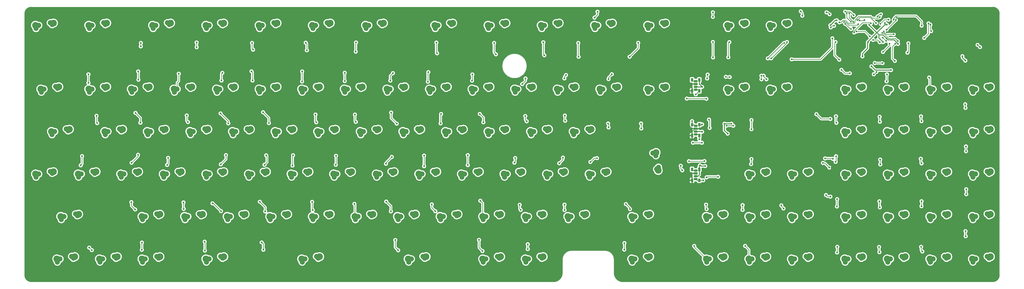
<source format=gbr>
%TF.GenerationSoftware,KiCad,Pcbnew,(6.99.0-5337-gc57e6db79a-dirty)*%
%TF.CreationDate,2023-02-22T22:35:33-05:00*%
%TF.ProjectId,necpc8801typea,6e656370-6338-4383-9031-74797065612e,rev?*%
%TF.SameCoordinates,Original*%
%TF.FileFunction,Copper,L1,Top*%
%TF.FilePolarity,Positive*%
%FSLAX46Y46*%
G04 Gerber Fmt 4.6, Leading zero omitted, Abs format (unit mm)*
G04 Created by KiCad (PCBNEW (6.99.0-5337-gc57e6db79a-dirty)) date 2023-02-22 22:35:33*
%MOMM*%
%LPD*%
G01*
G04 APERTURE LIST*
%TA.AperFunction,SMDPad,CuDef*%
%ADD10R,1.000000X1.500000*%
%TD*%
%TA.AperFunction,ComponentPad*%
%ADD11O,1.800000X1.070000*%
%TD*%
%TA.AperFunction,ComponentPad*%
%ADD12R,1.800000X1.070000*%
%TD*%
%TA.AperFunction,ComponentPad*%
%ADD13C,3.000000*%
%TD*%
%TA.AperFunction,ComponentPad*%
%ADD14C,2.250000*%
%TD*%
%TA.AperFunction,ViaPad*%
%ADD15C,0.800000*%
%TD*%
%TA.AperFunction,ViaPad*%
%ADD16C,9.000000*%
%TD*%
%TA.AperFunction,Conductor*%
%ADD17C,0.400000*%
%TD*%
%TA.AperFunction,Conductor*%
%ADD18C,0.250000*%
%TD*%
%TA.AperFunction,Profile*%
%ADD19C,0.150000*%
%TD*%
%TA.AperFunction,Profile*%
%ADD20C,0.050000*%
%TD*%
%TA.AperFunction,Profile*%
%ADD21C,0.200000*%
%TD*%
G04 APERTURE END LIST*
D10*
%TO.P,LED1,1,VCC*%
%TO.N,+5V*%
X303024999Y-40649999D03*
D11*
X301424999Y-43734999D03*
D10*
%TO.P,LED1,2,DOUT*%
%TO.N,unconnected-(LED1-DOUT-Pad2)*%
X299824999Y-40649999D03*
D11*
X301424999Y-41194999D03*
D12*
%TO.P,LED1,3,GND*%
%TO.N,GND*%
X301424999Y-42464999D03*
D10*
X299824999Y-45549999D03*
D11*
%TO.P,LED1,4,DIN*%
%TO.N,Net-(LED1-DIN)*%
X301424999Y-45004999D03*
D10*
X303024999Y-45549999D03*
%TD*%
%TO.P,LED2,1,VCC*%
%TO.N,+5V*%
X303024999Y-60649999D03*
D11*
X301424999Y-63734999D03*
D10*
%TO.P,LED2,2,DOUT*%
%TO.N,Net-(LED1-DIN)*%
X299824999Y-60649999D03*
D11*
X301424999Y-61194999D03*
D12*
%TO.P,LED2,3,GND*%
%TO.N,GND*%
X301424999Y-62464999D03*
D10*
X299824999Y-65549999D03*
D11*
%TO.P,LED2,4,DIN*%
%TO.N,Net-(LED2-DIN)*%
X301424999Y-65004999D03*
D10*
X303024999Y-65549999D03*
%TD*%
%TO.P,LED3,1,VCC*%
%TO.N,+5V*%
X303024999Y-80649999D03*
D11*
X301424999Y-83734999D03*
D10*
%TO.P,LED3,2,DOUT*%
%TO.N,Net-(LED2-DIN)*%
X299824999Y-80649999D03*
D11*
X301424999Y-81194999D03*
D12*
%TO.P,LED3,3,GND*%
%TO.N,GND*%
X301424999Y-82464999D03*
D10*
X299824999Y-85549999D03*
D11*
%TO.P,LED3,4,DIN*%
%TO.N,LEDDINC*%
X301424999Y-85004999D03*
D10*
X303024999Y-85549999D03*
%TD*%
D13*
%TO.P,SW_REXTRA_1,1,COL*%
%TO.N,COL12*%
X272895000Y-120715000D03*
D14*
X273135000Y-122125000D03*
X274320000Y-120740000D03*
%TO.P,SW_REXTRA_1,2,ROW*%
%TO.N,Net-(D106-A)*%
X279485000Y-119585000D03*
X280320000Y-120415000D03*
D13*
X280895000Y-119715000D03*
%TD*%
%TO.P,SW_L_1,1,COL*%
%TO.N,COL10*%
X196895000Y-82715000D03*
D14*
X197135000Y-84125000D03*
X198320000Y-82740000D03*
%TO.P,SW_L_1,2,ROW*%
%TO.N,Net-(D67-A)*%
X203485000Y-81585000D03*
X204320000Y-82415000D03*
D13*
X204895000Y-81715000D03*
%TD*%
%TO.P,SW_ARRREXT1,1,COL*%
%TO.N,COL16*%
X344145000Y-120715000D03*
D14*
X344385000Y-122125000D03*
X345570000Y-120740000D03*
%TO.P,SW_ARRREXT1,2,ROW*%
%TO.N,Net-(D108-A)*%
X350735000Y-119585000D03*
X351570000Y-120415000D03*
D13*
X352145000Y-119715000D03*
%TD*%
%TO.P,SW_TAB_1,1,COL*%
%TO.N,COL0*%
X14020000Y-63715000D03*
D14*
X14260000Y-65125000D03*
X15445000Y-63740000D03*
%TO.P,SW_TAB_1,2,ROW*%
%TO.N,Net-(D39-A)*%
X20610000Y-62585000D03*
X21445000Y-63415000D03*
D13*
X22020000Y-62715000D03*
%TD*%
%TO.P,SW_KP7_1,1,COL*%
%TO.N,COL16*%
X367895000Y-63715000D03*
D14*
X368135000Y-65125000D03*
X369320000Y-63740000D03*
%TO.P,SW_KP7_1,2,ROW*%
%TO.N,Net-(D35-A)*%
X374485000Y-62585000D03*
X375320000Y-63415000D03*
D13*
X375895000Y-62715000D03*
%TD*%
%TO.P,SW_9_1,1,COL*%
%TO.N,COL9*%
X182645000Y-44715000D03*
D14*
X182885000Y-46125000D03*
X184070000Y-44740000D03*
%TO.P,SW_9_1,2,ROW*%
%TO.N,Net-(D28-A)*%
X189235000Y-43585000D03*
X190070000Y-44415000D03*
D13*
X190645000Y-43715000D03*
%TD*%
%TO.P,SW_ARRLEXT1,1,COL*%
%TO.N,COL13*%
X306145000Y-120715000D03*
D14*
X306385000Y-122125000D03*
X307570000Y-120740000D03*
%TO.P,SW_ARRLEXT1,2,ROW*%
%TO.N,Net-(D105-A)*%
X312735000Y-119585000D03*
X313570000Y-120415000D03*
D13*
X314145000Y-119715000D03*
%TD*%
%TO.P,SW_KP4_1,1,COL*%
%TO.N,COL16*%
X367895000Y-82715000D03*
D14*
X368135000Y-84125000D03*
X369320000Y-82740000D03*
%TO.P,SW_KP4_1,2,ROW*%
%TO.N,Net-(D53-A)*%
X374485000Y-81585000D03*
X375320000Y-82415000D03*
D13*
X375895000Y-81715000D03*
%TD*%
%TO.P,SW_1_1,1,COL*%
%TO.N,COL1*%
X30645000Y-44715000D03*
D14*
X30885000Y-46125000D03*
X32070000Y-44740000D03*
%TO.P,SW_1_1,2,ROW*%
%TO.N,Net-(D20-A)*%
X37235000Y-43585000D03*
X38070000Y-44415000D03*
D13*
X38645000Y-43715000D03*
%TD*%
%TO.P,SW_RLD_1,1,COL*%
%TO.N,COL15*%
X334645000Y-16215000D03*
D14*
X334885000Y-17625000D03*
X336070000Y-16240000D03*
%TO.P,SW_RLD_1,2,ROW*%
%TO.N,Net-(D14-A)*%
X341235000Y-15085000D03*
X342070000Y-15915000D03*
D13*
X342645000Y-15215000D03*
%TD*%
%TO.P,SW_EQ_1,1,COL*%
%TO.N,COL12*%
X239645000Y-44715000D03*
D14*
X239885000Y-46125000D03*
X241070000Y-44740000D03*
%TO.P,SW_EQ_1,2,ROW*%
%TO.N,Net-(D31-A)*%
X246235000Y-43585000D03*
X247070000Y-44415000D03*
D13*
X247645000Y-43715000D03*
%TD*%
%TO.P,SW_RIGHT_1,1,COL*%
%TO.N,COL15*%
X344145000Y-101715000D03*
D14*
X344385000Y-103125000D03*
X345570000Y-101740000D03*
%TO.P,SW_RIGHT_1,2,ROW*%
%TO.N,Net-(D103-A)*%
X350735000Y-100585000D03*
X351570000Y-101415000D03*
D13*
X352145000Y-100715000D03*
%TD*%
%TO.P,SW_KPCOM_1,1,COL*%
%TO.N,COL17*%
X386895000Y-120715000D03*
D14*
X387135000Y-122125000D03*
X388320000Y-120740000D03*
%TO.P,SW_KPCOM_1,2,ROW*%
%TO.N,Net-(D93-A)*%
X393485000Y-119585000D03*
X394320000Y-120415000D03*
D13*
X394895000Y-119715000D03*
%TD*%
%TO.P,SW_HS_1,1,COL*%
%TO.N,COL11*%
X225395000Y-120715000D03*
D14*
X225635000Y-122125000D03*
X226820000Y-120740000D03*
%TO.P,SW_HS_1,2,ROW*%
%TO.N,Net-(D102-A)*%
X231985000Y-119585000D03*
X232820000Y-120415000D03*
D13*
X233395000Y-119715000D03*
%TD*%
%TO.P,SW_YEN_1,1,COL*%
%TO.N,COL13*%
X258645000Y-44715000D03*
D14*
X258885000Y-46125000D03*
X260070000Y-44740000D03*
%TO.P,SW_YEN_1,2,ROW*%
%TO.N,Net-(D32-A)*%
X265235000Y-43585000D03*
X266070000Y-44415000D03*
D13*
X266645000Y-43715000D03*
%TD*%
%TO.P,SW_F6_1,1,COL*%
%TO.N,COL9*%
X185020000Y-16215000D03*
D14*
X185260000Y-17625000D03*
X186445000Y-16240000D03*
%TO.P,SW_F6_1,2,ROW*%
%TO.N,Net-(D8-A)*%
X191610000Y-15085000D03*
X192445000Y-15915000D03*
D13*
X193020000Y-15215000D03*
%TD*%
%TO.P,SW_KPPLUS_1,1,COL*%
%TO.N,COL19*%
X424895000Y-82715000D03*
D14*
X425135000Y-84125000D03*
X426320000Y-82740000D03*
%TO.P,SW_KPPLUS_1,2,ROW*%
%TO.N,Net-(D56-A)*%
X431485000Y-81585000D03*
X432320000Y-82415000D03*
D13*
X432895000Y-81715000D03*
%TD*%
%TO.P,SW_F7_1,1,COL*%
%TO.N,COL10*%
X208770000Y-16215000D03*
D14*
X209010000Y-17625000D03*
X210195000Y-16240000D03*
%TO.P,SW_F7_1,2,ROW*%
%TO.N,Net-(D9-A)*%
X215360000Y-15085000D03*
X216195000Y-15915000D03*
D13*
X216770000Y-15215000D03*
%TD*%
%TO.P,SW_Y_1,1,COL*%
%TO.N,COL6*%
X132770000Y-63715000D03*
D14*
X133010000Y-65125000D03*
X134195000Y-63740000D03*
%TO.P,SW_Y_1,2,ROW*%
%TO.N,Net-(D45-A)*%
X139360000Y-62585000D03*
X140195000Y-63415000D03*
D13*
X140770000Y-62715000D03*
%TD*%
%TO.P,SW_F_1,1,COL*%
%TO.N,COL5*%
X101895000Y-82715000D03*
D14*
X102135000Y-84125000D03*
X103320000Y-82740000D03*
%TO.P,SW_F_1,2,ROW*%
%TO.N,Net-(D62-A)*%
X108485000Y-81585000D03*
X109320000Y-82415000D03*
D13*
X109895000Y-81715000D03*
%TD*%
%TO.P,SW_V_1,1,COL*%
%TO.N,COL5*%
X111395000Y-101715000D03*
D14*
X111635000Y-103125000D03*
X112820000Y-101740000D03*
%TO.P,SW_V_1,2,ROW*%
%TO.N,Net-(D81-A)*%
X117985000Y-100585000D03*
X118820000Y-101415000D03*
D13*
X119395000Y-100715000D03*
%TD*%
%TO.P,SW_X_1,1,COL*%
%TO.N,COL3*%
X73395000Y-101715000D03*
D14*
X73635000Y-103125000D03*
X74820000Y-101740000D03*
%TO.P,SW_X_1,2,ROW*%
%TO.N,Net-(D79-A)*%
X79985000Y-100585000D03*
X80820000Y-101415000D03*
D13*
X81395000Y-100715000D03*
%TD*%
%TO.P,SW_B_1,1,COL*%
%TO.N,COL6*%
X130395000Y-101715000D03*
D14*
X130635000Y-103125000D03*
X131820000Y-101740000D03*
%TO.P,SW_B_1,2,ROW*%
%TO.N,Net-(D82-A)*%
X136985000Y-100585000D03*
X137820000Y-101415000D03*
D13*
X138395000Y-100715000D03*
%TD*%
%TO.P,SW_KP2_1,1,COL*%
%TO.N,COL17*%
X386895000Y-101715000D03*
D14*
X387135000Y-103125000D03*
X388320000Y-101740000D03*
%TO.P,SW_KP2_1,2,ROW*%
%TO.N,Net-(D74-A)*%
X393485000Y-100585000D03*
X394320000Y-101415000D03*
D13*
X394895000Y-100715000D03*
%TD*%
%TO.P,SW_2_1,1,COL*%
%TO.N,COL2*%
X49645000Y-44715000D03*
D14*
X49885000Y-46125000D03*
X51070000Y-44740000D03*
%TO.P,SW_2_1,2,ROW*%
%TO.N,Net-(D21-A)*%
X56235000Y-43585000D03*
X57070000Y-44415000D03*
D13*
X57645000Y-43715000D03*
%TD*%
%TO.P,SW_COMMA_1,1,COL*%
%TO.N,COL9*%
X187395000Y-101715000D03*
D14*
X187635000Y-103125000D03*
X188820000Y-101740000D03*
%TO.P,SW_COMMA_1,2,ROW*%
%TO.N,Net-(D85-A)*%
X193985000Y-100585000D03*
X194820000Y-101415000D03*
D13*
X195395000Y-100715000D03*
%TD*%
%TO.P,SW_PC_1,1,COL*%
%TO.N,COL10*%
X206395000Y-120715000D03*
D14*
X206635000Y-122125000D03*
X207820000Y-120740000D03*
%TO.P,SW_PC_1,2,ROW*%
%TO.N,Net-(D101-A)*%
X212985000Y-119585000D03*
X213820000Y-120415000D03*
D13*
X214395000Y-119715000D03*
%TD*%
%TO.P,SW_URG_1,1,COL*%
%TO.N,COL13*%
X253895000Y-82715000D03*
D14*
X254135000Y-84125000D03*
X255320000Y-82740000D03*
%TO.P,SW_URG_1,2,ROW*%
%TO.N,Net-(D70-A)*%
X260485000Y-81585000D03*
X261320000Y-82415000D03*
D13*
X261895000Y-81715000D03*
%TD*%
%TO.P,SW_E_1,1,COL*%
%TO.N,COL3*%
X75770000Y-63715000D03*
D14*
X76010000Y-65125000D03*
X77195000Y-63740000D03*
%TO.P,SW_E_1,2,ROW*%
%TO.N,Net-(D42-A)*%
X82360000Y-62585000D03*
X83195000Y-63415000D03*
D13*
X83770000Y-62715000D03*
%TD*%
%TO.P,SW_U_1,1,COL*%
%TO.N,COL7*%
X151770000Y-63715000D03*
D14*
X152010000Y-65125000D03*
X153195000Y-63740000D03*
%TO.P,SW_U_1,2,ROW*%
%TO.N,Net-(D46-A)*%
X158360000Y-62585000D03*
X159195000Y-63415000D03*
D13*
X159770000Y-62715000D03*
%TD*%
%TO.P,SW_J_1,1,COL*%
%TO.N,COL8*%
X158895000Y-82715000D03*
D14*
X159135000Y-84125000D03*
X160320000Y-82740000D03*
%TO.P,SW_J_1,2,ROW*%
%TO.N,Net-(D65-A)*%
X165485000Y-81585000D03*
X166320000Y-82415000D03*
D13*
X166895000Y-81715000D03*
%TD*%
%TO.P,SW_SUP_1,1,COL*%
%TO.N,COL1*%
X35395000Y-120715000D03*
D14*
X35635000Y-122125000D03*
X36820000Y-120740000D03*
%TO.P,SW_SUP_1,2,ROW*%
%TO.N,Net-(D96-A)*%
X41985000Y-119585000D03*
X42820000Y-120415000D03*
D13*
X43395000Y-119715000D03*
%TD*%
%TO.P,SW_F10_1,1,COL*%
%TO.N,COL13*%
X280020000Y-16215000D03*
D14*
X280260000Y-17625000D03*
X281445000Y-16240000D03*
%TO.P,SW_F10_1,2,ROW*%
%TO.N,Net-(D12-A)*%
X286610000Y-15085000D03*
X287445000Y-15915000D03*
D13*
X288020000Y-15215000D03*
%TD*%
%TO.P,SW_M_1,1,COL*%
%TO.N,COL8*%
X168395000Y-101715000D03*
D14*
X168635000Y-103125000D03*
X169820000Y-101740000D03*
%TO.P,SW_M_1,2,ROW*%
%TO.N,Net-(D84-A)*%
X174985000Y-100585000D03*
X175820000Y-101415000D03*
D13*
X176395000Y-100715000D03*
%TD*%
%TO.P,SW_COPY_1,1,COL*%
%TO.N,COL1*%
X30645000Y-16215000D03*
D14*
X30885000Y-17625000D03*
X32070000Y-16240000D03*
%TO.P,SW_COPY_1,2,ROW*%
%TO.N,Net-(D2-A)*%
X37235000Y-15085000D03*
X38070000Y-15915000D03*
D13*
X38645000Y-15215000D03*
%TD*%
%TO.P,SW_ENT_1,1,COL*%
%TO.N,COL14*%
X283720000Y-73115000D03*
D14*
X282310000Y-73355000D03*
X283695000Y-74540000D03*
%TO.P,SW_ENT_1,2,ROW*%
%TO.N,Net-(D71-A)*%
X284850000Y-79705000D03*
X284020000Y-80540000D03*
D13*
X284720000Y-81115000D03*
%TD*%
%TO.P,SW_W_1,1,COL*%
%TO.N,COL2*%
X56770000Y-63715000D03*
D14*
X57010000Y-65125000D03*
X58195000Y-63740000D03*
%TO.P,SW_W_1,2,ROW*%
%TO.N,Net-(D41-A)*%
X63360000Y-62585000D03*
X64195000Y-63415000D03*
D13*
X64770000Y-62715000D03*
%TD*%
%TO.P,SW_5_1,1,COL*%
%TO.N,COL5*%
X106645000Y-44715000D03*
D14*
X106885000Y-46125000D03*
X108070000Y-44740000D03*
%TO.P,SW_5_1,2,ROW*%
%TO.N,Net-(D24-A)*%
X113235000Y-43585000D03*
X114070000Y-44415000D03*
D13*
X114645000Y-43715000D03*
%TD*%
%TO.P,SW_S_1,1,COL*%
%TO.N,COL3*%
X63895000Y-82715000D03*
D14*
X64135000Y-84125000D03*
X65320000Y-82740000D03*
%TO.P,SW_S_1,2,ROW*%
%TO.N,Net-(D60-A)*%
X70485000Y-81585000D03*
X71320000Y-82415000D03*
D13*
X71895000Y-81715000D03*
%TD*%
%TO.P,SW_CTRL_1,1,COL*%
%TO.N,COL0*%
X6895000Y-82715000D03*
D14*
X7135000Y-84125000D03*
X8320000Y-82740000D03*
%TO.P,SW_CTRL_1,2,ROW*%
%TO.N,Net-(D57-A)*%
X13485000Y-81585000D03*
X14320000Y-82415000D03*
D13*
X14895000Y-81715000D03*
%TD*%
%TO.P,SW_LSH_1,1,COL*%
%TO.N,COL1*%
X18145000Y-101715000D03*
D14*
X18385000Y-103125000D03*
X19570000Y-101740000D03*
%TO.P,SW_LSH_1,2,ROW*%
%TO.N,Net-(D77-A)*%
X24735000Y-100585000D03*
X25570000Y-101415000D03*
D13*
X26145000Y-100715000D03*
%TD*%
%TO.P,SW_R_1,1,COL*%
%TO.N,COL4*%
X94770000Y-63715000D03*
D14*
X95010000Y-65125000D03*
X96195000Y-63740000D03*
%TO.P,SW_R_1,2,ROW*%
%TO.N,Net-(D43-A)*%
X101360000Y-62585000D03*
X102195000Y-63415000D03*
D13*
X102770000Y-62715000D03*
%TD*%
%TO.P,SW_D_1,1,COL*%
%TO.N,COL4*%
X82895000Y-82715000D03*
D14*
X83135000Y-84125000D03*
X84320000Y-82740000D03*
%TO.P,SW_D_1,2,ROW*%
%TO.N,Net-(D61-A)*%
X89485000Y-81585000D03*
X90320000Y-82415000D03*
D13*
X90895000Y-81715000D03*
%TD*%
%TO.P,SW_P_1,1,COL*%
%TO.N,COL10*%
X208770000Y-63715000D03*
D14*
X209010000Y-65125000D03*
X210195000Y-63740000D03*
%TO.P,SW_P_1,2,ROW*%
%TO.N,Net-(D49-A)*%
X215360000Y-62585000D03*
X216195000Y-63415000D03*
D13*
X216770000Y-62715000D03*
%TD*%
%TO.P,SW_C_1,1,COL*%
%TO.N,COL4*%
X92395000Y-101715000D03*
D14*
X92635000Y-103125000D03*
X93820000Y-101740000D03*
%TO.P,SW_C_1,2,ROW*%
%TO.N,Net-(D80-A)*%
X98985000Y-100585000D03*
X99820000Y-101415000D03*
D13*
X100395000Y-100715000D03*
%TD*%
%TO.P,SW_O_1,1,COL*%
%TO.N,COL9*%
X189770000Y-63715000D03*
D14*
X190010000Y-65125000D03*
X191195000Y-63740000D03*
%TO.P,SW_O_1,2,ROW*%
%TO.N,Net-(D48-A)*%
X196360000Y-62585000D03*
X197195000Y-63415000D03*
D13*
X197770000Y-62715000D03*
%TD*%
%TO.P,SW_F2_1,1,COL*%
%TO.N,COL3*%
X82895000Y-16215000D03*
D14*
X83135000Y-17625000D03*
X84320000Y-16240000D03*
%TO.P,SW_F2_1,2,ROW*%
%TO.N,Net-(D4-A)*%
X89485000Y-15085000D03*
X90320000Y-15915000D03*
D13*
X90895000Y-15215000D03*
%TD*%
%TO.P,SW_F8_1,1,COL*%
%TO.N,COL11*%
X232520000Y-16215000D03*
D14*
X232760000Y-17625000D03*
X233945000Y-16240000D03*
%TO.P,SW_F8_1,2,ROW*%
%TO.N,Net-(D10-A)*%
X239110000Y-15085000D03*
X239945000Y-15915000D03*
D13*
X240520000Y-15215000D03*
%TD*%
%TO.P,SW_FULL_1,1,COL*%
%TO.N,COL11*%
X215895000Y-82715000D03*
D14*
X216135000Y-84125000D03*
X217320000Y-82740000D03*
%TO.P,SW_FULL_1,2,ROW*%
%TO.N,Net-(D68-A)*%
X222485000Y-81585000D03*
X223320000Y-82415000D03*
D13*
X223895000Y-81715000D03*
%TD*%
%TO.P,SW_ESC_1,1,COL*%
%TO.N,COL0*%
X9270000Y-44715000D03*
D14*
X9510000Y-46125000D03*
X10695000Y-44740000D03*
%TO.P,SW_ESC_1,2,ROW*%
%TO.N,Net-(D19-A)*%
X15860000Y-43585000D03*
X16695000Y-44415000D03*
D13*
X17270000Y-43715000D03*
%TD*%
%TO.P,SW_0_1,1,COL*%
%TO.N,COL10*%
X201645000Y-44715000D03*
D14*
X201885000Y-46125000D03*
X203070000Y-44740000D03*
%TO.P,SW_0_1,2,ROW*%
%TO.N,Net-(D29-A)*%
X208235000Y-43585000D03*
X209070000Y-44415000D03*
D13*
X209645000Y-43715000D03*
%TD*%
%TO.P,SW_KPEQ_1,1,COL*%
%TO.N,COL19*%
X424895000Y-101715000D03*
D14*
X425135000Y-103125000D03*
X426320000Y-101740000D03*
%TO.P,SW_KPEQ_1,2,ROW*%
%TO.N,Net-(D76-A)*%
X431485000Y-100585000D03*
X432320000Y-101415000D03*
D13*
X432895000Y-100715000D03*
%TD*%
%TO.P,SW_WOW_1,1,COL*%
%TO.N,COL12*%
X246770000Y-63715000D03*
D14*
X247010000Y-65125000D03*
X248195000Y-63740000D03*
%TO.P,SW_WOW_1,2,ROW*%
%TO.N,Net-(D51-A)*%
X253360000Y-62585000D03*
X254195000Y-63415000D03*
D13*
X254770000Y-62715000D03*
%TD*%
%TO.P,SW_KPCLR_1,1,COL*%
%TO.N,COL16*%
X367895000Y-44715000D03*
D14*
X368135000Y-46125000D03*
X369320000Y-44740000D03*
%TO.P,SW_KPCLR_1,2,ROW*%
%TO.N,Net-(D15-A)*%
X374485000Y-43585000D03*
X375320000Y-44415000D03*
D13*
X375895000Y-43715000D03*
%TD*%
%TO.P,SW_BS_1,1,COL*%
%TO.N,COL14*%
X280020000Y-44715000D03*
D14*
X280260000Y-46125000D03*
X281445000Y-44740000D03*
%TO.P,SW_BS_1,2,ROW*%
%TO.N,Net-(D33-A)*%
X286610000Y-43585000D03*
X287445000Y-44415000D03*
D13*
X288020000Y-43715000D03*
%TD*%
%TO.P,SW_KP9_1,1,COL*%
%TO.N,COL18*%
X405895000Y-63715000D03*
D14*
X406135000Y-65125000D03*
X407320000Y-63740000D03*
%TO.P,SW_KP9_1,2,ROW*%
%TO.N,Net-(D37-A)*%
X412485000Y-62585000D03*
X413320000Y-63415000D03*
D13*
X413895000Y-62715000D03*
%TD*%
%TO.P,SW_K_1,1,COL*%
%TO.N,COL9*%
X177895000Y-82715000D03*
D14*
X178135000Y-84125000D03*
X179320000Y-82740000D03*
%TO.P,SW_K_1,2,ROW*%
%TO.N,Net-(D66-A)*%
X184485000Y-81585000D03*
X185320000Y-82415000D03*
D13*
X185895000Y-81715000D03*
%TD*%
%TO.P,SW_Q_1,1,COL*%
%TO.N,COL1*%
X37770000Y-63715000D03*
D14*
X38010000Y-65125000D03*
X39195000Y-63740000D03*
%TO.P,SW_Q_1,2,ROW*%
%TO.N,Net-(D40-A)*%
X44360000Y-62585000D03*
X45195000Y-63415000D03*
D13*
X45770000Y-62715000D03*
%TD*%
%TO.P,SW_DEL_1,1,COL*%
%TO.N,COL15*%
X334645000Y-44715000D03*
D14*
X334885000Y-46125000D03*
X336070000Y-44740000D03*
%TO.P,SW_DEL_1,2,ROW*%
%TO.N,Net-(D34-A)*%
X341235000Y-43585000D03*
X342070000Y-44415000D03*
D13*
X342645000Y-43715000D03*
%TD*%
%TO.P,SW_MINUS_1,1,COL*%
%TO.N,COL11*%
X220645000Y-44715000D03*
D14*
X220885000Y-46125000D03*
X222070000Y-44740000D03*
%TO.P,SW_MINUS_1,2,ROW*%
%TO.N,Net-(D30-A)*%
X227235000Y-43585000D03*
X228070000Y-44415000D03*
D13*
X228645000Y-43715000D03*
%TD*%
%TO.P,SW_KPPER_1,1,COL*%
%TO.N,COL18*%
X405895000Y-120715000D03*
D14*
X406135000Y-122125000D03*
X407320000Y-120740000D03*
%TO.P,SW_KPPER_1,2,ROW*%
%TO.N,Net-(D94-A)*%
X412485000Y-119585000D03*
X413320000Y-120415000D03*
D13*
X413895000Y-119715000D03*
%TD*%
%TO.P,SW_Z_1,1,COL*%
%TO.N,COL2*%
X54395000Y-101715000D03*
D14*
X54635000Y-103125000D03*
X55820000Y-101740000D03*
%TO.P,SW_Z_1,2,ROW*%
%TO.N,Net-(D78-A)*%
X60985000Y-100585000D03*
X61820000Y-101415000D03*
D13*
X62395000Y-100715000D03*
%TD*%
%TO.P,SW_F9_1,1,COL*%
%TO.N,COL12*%
X256270000Y-16215000D03*
D14*
X256510000Y-17625000D03*
X257695000Y-16240000D03*
%TO.P,SW_F9_1,2,ROW*%
%TO.N,Net-(D11-A)*%
X262860000Y-15085000D03*
X263695000Y-15915000D03*
D13*
X264270000Y-15215000D03*
%TD*%
%TO.P,SW_F4_1,1,COL*%
%TO.N,COL6*%
X130395000Y-16215000D03*
D14*
X130635000Y-17625000D03*
X131820000Y-16240000D03*
%TO.P,SW_F4_1,2,ROW*%
%TO.N,Net-(D6-A)*%
X136985000Y-15085000D03*
X137820000Y-15915000D03*
D13*
X138395000Y-15215000D03*
%TD*%
%TO.P,SW_A_1,1,COL*%
%TO.N,COL2*%
X44895000Y-82715000D03*
D14*
X45135000Y-84125000D03*
X46320000Y-82740000D03*
%TO.P,SW_A_1,2,ROW*%
%TO.N,Net-(D59-A)*%
X51485000Y-81585000D03*
X52320000Y-82415000D03*
D13*
X52895000Y-81715000D03*
%TD*%
%TO.P,SW_LEFT_1,1,COL*%
%TO.N,COL14*%
X306145000Y-101715000D03*
D14*
X306385000Y-103125000D03*
X307570000Y-101740000D03*
%TO.P,SW_LEFT_1,2,ROW*%
%TO.N,Net-(D90-A)*%
X312735000Y-100585000D03*
X313570000Y-101415000D03*
D13*
X314145000Y-100715000D03*
%TD*%
%TO.P,SW_KPMULT_1,1,COL*%
%TO.N,COL19*%
X424895000Y-63715000D03*
D14*
X425135000Y-65125000D03*
X426320000Y-63740000D03*
%TO.P,SW_KPMULT_1,2,ROW*%
%TO.N,Net-(D38-A)*%
X431485000Y-62585000D03*
X432320000Y-63415000D03*
D13*
X432895000Y-62715000D03*
%TD*%
%TO.P,SW_KP5_1,1,COL*%
%TO.N,COL17*%
X386895000Y-82715000D03*
D14*
X387135000Y-84125000D03*
X388320000Y-82740000D03*
%TO.P,SW_KP5_1,2,ROW*%
%TO.N,Net-(D54-A)*%
X393485000Y-81585000D03*
X394320000Y-82415000D03*
D13*
X394895000Y-81715000D03*
%TD*%
%TO.P,SW_ARRDEXT1,1,COL*%
%TO.N,COL14*%
X325145000Y-120715000D03*
D14*
X325385000Y-122125000D03*
X326570000Y-120740000D03*
%TO.P,SW_ARRDEXT1,2,ROW*%
%TO.N,Net-(D107-A)*%
X331735000Y-119585000D03*
X332570000Y-120415000D03*
D13*
X333145000Y-119715000D03*
%TD*%
%TO.P,SW_AT_1,1,COL*%
%TO.N,COL11*%
X227770000Y-63715000D03*
D14*
X228010000Y-65125000D03*
X229195000Y-63740000D03*
%TO.P,SW_AT_1,2,ROW*%
%TO.N,Net-(D50-A)*%
X234360000Y-62585000D03*
X235195000Y-63415000D03*
D13*
X235770000Y-62715000D03*
%TD*%
%TO.P,SW_ALT_1,1,COL*%
%TO.N,COL2*%
X54395000Y-120715000D03*
D14*
X54635000Y-122125000D03*
X55820000Y-120740000D03*
%TO.P,SW_ALT_1,2,ROW*%
%TO.N,Net-(D97-A)*%
X60985000Y-119585000D03*
X61820000Y-120415000D03*
D13*
X62395000Y-119715000D03*
%TD*%
%TO.P,SW_STP_1,1,COL*%
%TO.N,COL0*%
X6895000Y-16215000D03*
D14*
X7135000Y-17625000D03*
X8320000Y-16240000D03*
%TO.P,SW_STP_1,2,ROW*%
%TO.N,Net-(D1-A)*%
X13485000Y-15085000D03*
X14320000Y-15915000D03*
D13*
X14895000Y-15215000D03*
%TD*%
%TO.P,SW_ARRUPEXT_1,1,COL*%
%TO.N,COL15*%
X344145000Y-82715000D03*
D14*
X344385000Y-84125000D03*
X345570000Y-82740000D03*
%TO.P,SW_ARRUPEXT_1,2,ROW*%
%TO.N,Net-(D109-A)*%
X350735000Y-81585000D03*
X351570000Y-82415000D03*
D13*
X352145000Y-81715000D03*
%TD*%
%TO.P,SW_AMOG_1,1,COL*%
%TO.N,COL12*%
X244395000Y-101715000D03*
D14*
X244635000Y-103125000D03*
X245820000Y-101740000D03*
%TO.P,SW_AMOG_1,2,ROW*%
%TO.N,Net-(D88-A)*%
X250985000Y-100585000D03*
X251820000Y-101415000D03*
D13*
X252395000Y-100715000D03*
%TD*%
%TO.P,SW_KP1_1,1,COL*%
%TO.N,COL16*%
X367895000Y-101715000D03*
D14*
X368135000Y-103125000D03*
X369320000Y-101740000D03*
%TO.P,SW_KP1_1,2,ROW*%
%TO.N,Net-(D73-A)*%
X374485000Y-100585000D03*
X375320000Y-101415000D03*
D13*
X375895000Y-100715000D03*
%TD*%
%TO.P,SW_KPDIV_1,1,COL*%
%TO.N,COL19*%
X424895000Y-44715000D03*
D14*
X425135000Y-46125000D03*
X426320000Y-44740000D03*
%TO.P,SW_KPDIV_1,2,ROW*%
%TO.N,Net-(D18-A)*%
X431485000Y-43585000D03*
X432320000Y-44415000D03*
D13*
X432895000Y-43715000D03*
%TD*%
%TO.P,SW_H_1,1,COL*%
%TO.N,COL7*%
X139895000Y-82715000D03*
D14*
X140135000Y-84125000D03*
X141320000Y-82740000D03*
%TO.P,SW_H_1,2,ROW*%
%TO.N,Net-(D64-A)*%
X146485000Y-81585000D03*
X147320000Y-82415000D03*
D13*
X147895000Y-81715000D03*
%TD*%
%TO.P,SW_8_1,1,COL*%
%TO.N,COL8*%
X163645000Y-44715000D03*
D14*
X163885000Y-46125000D03*
X165070000Y-44740000D03*
%TO.P,SW_8_1,2,ROW*%
%TO.N,Net-(D27-A)*%
X170235000Y-43585000D03*
X171070000Y-44415000D03*
D13*
X171645000Y-43715000D03*
%TD*%
%TO.P,SW_T_1,1,COL*%
%TO.N,COL5*%
X113770000Y-63715000D03*
D14*
X114010000Y-65125000D03*
X115195000Y-63740000D03*
%TO.P,SW_T_1,2,ROW*%
%TO.N,Net-(D44-A)*%
X120360000Y-62585000D03*
X121195000Y-63415000D03*
D13*
X121770000Y-62715000D03*
%TD*%
%TO.P,SW_KPMIN_1,1,COL*%
%TO.N,COL18*%
X405895000Y-44715000D03*
D14*
X406135000Y-46125000D03*
X407320000Y-44740000D03*
%TO.P,SW_KPMIN_1,2,ROW*%
%TO.N,Net-(D17-A)*%
X412485000Y-43585000D03*
X413320000Y-44415000D03*
D13*
X413895000Y-43715000D03*
%TD*%
%TO.P,SW_N_1,1,COL*%
%TO.N,COL7*%
X149395000Y-101715000D03*
D14*
X149635000Y-103125000D03*
X150820000Y-101740000D03*
%TO.P,SW_N_1,2,ROW*%
%TO.N,Net-(D83-A)*%
X155985000Y-100585000D03*
X156820000Y-101415000D03*
D13*
X157395000Y-100715000D03*
%TD*%
%TO.P,SW_F5_1,1,COL*%
%TO.N,COL7*%
X154145000Y-16215000D03*
D14*
X154385000Y-17625000D03*
X155570000Y-16240000D03*
%TO.P,SW_F5_1,2,ROW*%
%TO.N,Net-(D7-A)*%
X160735000Y-15085000D03*
X161570000Y-15915000D03*
D13*
X162145000Y-15215000D03*
%TD*%
%TO.P,SW_KPHELP_1,1,COL*%
%TO.N,COL17*%
X386895000Y-44715000D03*
D14*
X387135000Y-46125000D03*
X388320000Y-44740000D03*
%TO.P,SW_KPHELP_1,2,ROW*%
%TO.N,Net-(D16-A)*%
X393485000Y-43585000D03*
X394320000Y-44415000D03*
D13*
X394895000Y-43715000D03*
%TD*%
%TO.P,SW_SMCH_1,1,COL*%
%TO.N,COL12*%
X234895000Y-82715000D03*
D14*
X235135000Y-84125000D03*
X236320000Y-82740000D03*
%TO.P,SW_SMCH_1,2,ROW*%
%TO.N,Net-(D69-A)*%
X241485000Y-81585000D03*
X242320000Y-82415000D03*
D13*
X242895000Y-81715000D03*
%TD*%
%TO.P,SW_KP0_1,1,COL*%
%TO.N,COL16*%
X367895000Y-120715000D03*
D14*
X368135000Y-122125000D03*
X369320000Y-120740000D03*
%TO.P,SW_KP0_1,2,ROW*%
%TO.N,Net-(D92-A)*%
X374485000Y-119585000D03*
X375320000Y-120415000D03*
D13*
X375895000Y-119715000D03*
%TD*%
%TO.P,SW_KP3_1,1,COL*%
%TO.N,COL18*%
X405895000Y-101715000D03*
D14*
X406135000Y-103125000D03*
X407320000Y-101740000D03*
%TO.P,SW_KP3_1,2,ROW*%
%TO.N,Net-(D75-A)*%
X412485000Y-100585000D03*
X413320000Y-101415000D03*
D13*
X413895000Y-100715000D03*
%TD*%
%TO.P,SW_SP3_1,1,COL*%
%TO.N,COL8*%
X173145000Y-120715000D03*
D14*
X173385000Y-122125000D03*
X174570000Y-120740000D03*
%TO.P,SW_SP3_1,2,ROW*%
%TO.N,Net-(D100-A)*%
X179735000Y-119585000D03*
X180570000Y-120415000D03*
D13*
X181145000Y-119715000D03*
%TD*%
%TO.P,SW_SP1_1,1,COL*%
%TO.N,COL3*%
X82895000Y-120715000D03*
D14*
X83135000Y-122125000D03*
X84320000Y-120740000D03*
%TO.P,SW_SP1_1,2,ROW*%
%TO.N,Net-(D98-A)*%
X89485000Y-119585000D03*
X90320000Y-120415000D03*
D13*
X90895000Y-119715000D03*
%TD*%
%TO.P,SW_4_1,1,COL*%
%TO.N,COL4*%
X87645000Y-44715000D03*
D14*
X87885000Y-46125000D03*
X89070000Y-44740000D03*
%TO.P,SW_4_1,2,ROW*%
%TO.N,Net-(D23-A)*%
X94235000Y-43585000D03*
X95070000Y-44415000D03*
D13*
X95645000Y-43715000D03*
%TD*%
%TO.P,SW_RLU_1,1,COL*%
%TO.N,COL14*%
X315645000Y-16215000D03*
D14*
X315885000Y-17625000D03*
X317070000Y-16240000D03*
%TO.P,SW_RLU_1,2,ROW*%
%TO.N,Net-(D13-A)*%
X322235000Y-15085000D03*
X323070000Y-15915000D03*
D13*
X323645000Y-15215000D03*
%TD*%
%TO.P,SW_7_1,1,COL*%
%TO.N,COL7*%
X144645000Y-44715000D03*
D14*
X144885000Y-46125000D03*
X146070000Y-44740000D03*
%TO.P,SW_7_1,2,ROW*%
%TO.N,Net-(D26-A)*%
X151235000Y-43585000D03*
X152070000Y-44415000D03*
D13*
X152645000Y-43715000D03*
%TD*%
%TO.P,SW_F1_1,1,COL*%
%TO.N,COL2*%
X59145000Y-16215000D03*
D14*
X59385000Y-17625000D03*
X60570000Y-16240000D03*
%TO.P,SW_F1_1,2,ROW*%
%TO.N,Net-(D3-A)*%
X65735000Y-15085000D03*
X66570000Y-15915000D03*
D13*
X67145000Y-15215000D03*
%TD*%
%TO.P,SW_SLASH_1,1,COL*%
%TO.N,COL11*%
X225395000Y-101715000D03*
D14*
X225635000Y-103125000D03*
X226820000Y-101740000D03*
%TO.P,SW_SLASH_1,2,ROW*%
%TO.N,Net-(D87-A)*%
X231985000Y-100585000D03*
X232820000Y-101415000D03*
D13*
X233395000Y-100715000D03*
%TD*%
%TO.P,SW_UP_1,1,COL*%
%TO.N,COL15*%
X325145000Y-82715000D03*
D14*
X325385000Y-84125000D03*
X326570000Y-82740000D03*
%TO.P,SW_UP_1,2,ROW*%
%TO.N,Net-(D72-A)*%
X331735000Y-81585000D03*
X332570000Y-82415000D03*
D13*
X333145000Y-81715000D03*
%TD*%
%TO.P,SW_6_1,1,COL*%
%TO.N,COL6*%
X125645000Y-44715000D03*
D14*
X125885000Y-46125000D03*
X127070000Y-44740000D03*
%TO.P,SW_6_1,2,ROW*%
%TO.N,Net-(D25-A)*%
X132235000Y-43585000D03*
X133070000Y-44415000D03*
D13*
X133645000Y-43715000D03*
%TD*%
%TO.P,SW_CAPS_1,1,COL*%
%TO.N,COL1*%
X25895000Y-82715000D03*
D14*
X26135000Y-84125000D03*
X27320000Y-82740000D03*
%TO.P,SW_CAPS_1,2,ROW*%
%TO.N,Net-(D58-A)*%
X32485000Y-81585000D03*
X33320000Y-82415000D03*
D13*
X33895000Y-81715000D03*
%TD*%
%TO.P,SW_INS_1,1,COL*%
%TO.N,COL14*%
X315645000Y-44715000D03*
D14*
X315885000Y-46125000D03*
X317070000Y-44740000D03*
%TO.P,SW_INS_1,2,ROW*%
%TO.N,Net-(D52-A)*%
X322235000Y-43585000D03*
X323070000Y-44415000D03*
D13*
X323645000Y-43715000D03*
%TD*%
%TO.P,SW_3_1,1,COL*%
%TO.N,COL3*%
X68645000Y-44715000D03*
D14*
X68885000Y-46125000D03*
X70070000Y-44740000D03*
%TO.P,SW_3_1,2,ROW*%
%TO.N,Net-(D22-A)*%
X75235000Y-43585000D03*
X76070000Y-44415000D03*
D13*
X76645000Y-43715000D03*
%TD*%
%TO.P,SW_KPENT_1,1,COL*%
%TO.N,COL19*%
X424895000Y-120715000D03*
D14*
X425135000Y-122125000D03*
X426320000Y-120740000D03*
%TO.P,SW_KPENT_1,2,ROW*%
%TO.N,Net-(D95-A)*%
X431485000Y-119585000D03*
X432320000Y-120415000D03*
D13*
X432895000Y-119715000D03*
%TD*%
%TO.P,SW_DOWN_1,1,COL*%
%TO.N,COL15*%
X325145000Y-101715000D03*
D14*
X325385000Y-103125000D03*
X326570000Y-101740000D03*
%TO.P,SW_DOWN_1,2,ROW*%
%TO.N,Net-(D91-A)*%
X331735000Y-100585000D03*
X332570000Y-101415000D03*
D13*
X333145000Y-100715000D03*
%TD*%
%TO.P,SW_PER_1,1,COL*%
%TO.N,COL10*%
X206395000Y-101715000D03*
D14*
X206635000Y-103125000D03*
X207820000Y-101740000D03*
%TO.P,SW_PER_1,2,ROW*%
%TO.N,Net-(D86-A)*%
X212985000Y-100585000D03*
X213820000Y-101415000D03*
D13*
X214395000Y-100715000D03*
%TD*%
%TO.P,SW_SP2_1,1,COL*%
%TO.N,COL5*%
X125645000Y-120715000D03*
D14*
X125885000Y-122125000D03*
X127070000Y-120740000D03*
%TO.P,SW_SP2_1,2,ROW*%
%TO.N,Net-(D99-A)*%
X132235000Y-119585000D03*
X133070000Y-120415000D03*
D13*
X133645000Y-119715000D03*
%TD*%
%TO.P,SW_LCTRLEX_1,1,COL*%
%TO.N,COL0*%
X16395000Y-120715000D03*
D14*
X16635000Y-122125000D03*
X17820000Y-120740000D03*
%TO.P,SW_LCTRLEX_1,2,ROW*%
%TO.N,Net-(D104-A)*%
X22985000Y-119585000D03*
X23820000Y-120415000D03*
D13*
X24395000Y-119715000D03*
%TD*%
%TO.P,SW_G_1,1,COL*%
%TO.N,COL6*%
X120895000Y-82715000D03*
D14*
X121135000Y-84125000D03*
X122320000Y-82740000D03*
%TO.P,SW_G_1,2,ROW*%
%TO.N,Net-(D63-A)*%
X127485000Y-81585000D03*
X128320000Y-82415000D03*
D13*
X128895000Y-81715000D03*
%TD*%
%TO.P,SW_I_1,1,COL*%
%TO.N,COL8*%
X170770000Y-63715000D03*
D14*
X171010000Y-65125000D03*
X172195000Y-63740000D03*
%TO.P,SW_I_1,2,ROW*%
%TO.N,Net-(D47-A)*%
X177360000Y-62585000D03*
X178195000Y-63415000D03*
D13*
X178770000Y-62715000D03*
%TD*%
%TO.P,SW_KP6_1,1,COL*%
%TO.N,COL18*%
X405895000Y-82715000D03*
D14*
X406135000Y-84125000D03*
X407320000Y-82740000D03*
%TO.P,SW_KP6_1,2,ROW*%
%TO.N,Net-(D55-A)*%
X412485000Y-81585000D03*
X413320000Y-82415000D03*
D13*
X413895000Y-81715000D03*
%TD*%
%TO.P,SW_KP8_1,1,COL*%
%TO.N,COL17*%
X386895000Y-63715000D03*
D14*
X387135000Y-65125000D03*
X388320000Y-63740000D03*
%TO.P,SW_KP8_1,2,ROW*%
%TO.N,Net-(D36-A)*%
X393485000Y-62585000D03*
X394320000Y-63415000D03*
D13*
X394895000Y-62715000D03*
%TD*%
%TO.P,SW_RSH_1,1,COL*%
%TO.N,COL13*%
X272895000Y-101715000D03*
D14*
X273135000Y-103125000D03*
X274320000Y-101740000D03*
%TO.P,SW_RSH_1,2,ROW*%
%TO.N,Net-(D89-A)*%
X279485000Y-100585000D03*
X280320000Y-101415000D03*
D13*
X280895000Y-100715000D03*
%TD*%
%TO.P,SW_F3_1,1,COL*%
%TO.N,COL5*%
X106645000Y-16215000D03*
D14*
X106885000Y-17625000D03*
X108070000Y-16240000D03*
%TO.P,SW_F3_1,2,ROW*%
%TO.N,Net-(D5-A)*%
X113235000Y-15085000D03*
X114070000Y-15915000D03*
D13*
X114645000Y-15215000D03*
%TD*%
D15*
%TO.N,GND*%
X417250000Y-13000000D03*
%TO.N,+5V*%
X304295000Y-63834000D03*
X317391799Y-60275500D03*
X304295000Y-60532000D03*
X379843999Y-34562093D03*
X305690000Y-79170000D03*
X304295000Y-43768000D03*
X314250000Y-60275500D03*
X388560000Y-36245500D03*
X315700000Y-64675000D03*
X303350000Y-78800000D03*
%TO.N,ROW2*%
X374516751Y-14049146D03*
X318200000Y-61150500D03*
X333600000Y-31000000D03*
X330750000Y-38776110D03*
X330750000Y-40350000D03*
X315210000Y-61075000D03*
X304200000Y-68750000D03*
X359158716Y-75750000D03*
X362650000Y-75950000D03*
X376691077Y-13835254D03*
X341000000Y-24125500D03*
X300200000Y-68750000D03*
%TO.N,ROW4*%
X359560000Y-92150000D03*
X361527701Y-92852299D03*
%TO.N,Net-(LED1-DIN)*%
X299825000Y-59080000D03*
X301460000Y-47115000D03*
%TO.N,Net-(LED2-DIN)*%
X303025000Y-67180000D03*
%TO.N,COL5*%
X107800000Y-113350000D03*
X103250000Y-36800000D03*
X109350000Y-99450000D03*
X103950000Y-27100000D03*
X103700000Y-40900000D03*
X109800000Y-74400000D03*
X108550000Y-116600000D03*
X109050000Y-78600000D03*
X103500000Y-24100000D03*
X111000000Y-59950000D03*
X108400000Y-55100000D03*
X106950000Y-95150000D03*
%TO.N,COL0*%
X367627010Y-14726857D03*
X361705500Y-17140194D03*
X363154500Y-16430000D03*
X348290000Y-9975500D03*
X373888448Y-15740924D03*
X349000000Y-11910000D03*
%TO.N,COL1*%
X379590000Y-15350000D03*
X30500000Y-42000000D03*
X372108694Y-19406591D03*
X34100000Y-56700000D03*
X32012299Y-116802299D03*
X30500000Y-38150000D03*
X27050000Y-78850000D03*
X34400000Y-59950000D03*
X30860000Y-115680000D03*
X27650000Y-74750000D03*
%TO.N,COL2*%
X54350000Y-113400000D03*
X383540000Y-23770000D03*
X373120000Y-18989500D03*
X53700000Y-59800000D03*
X52650000Y-74150000D03*
X380560000Y-22740000D03*
X51500000Y-55400000D03*
X379150000Y-21140000D03*
X53900000Y-24125500D03*
X49650000Y-95300000D03*
X51350000Y-98600000D03*
X54300000Y-116650000D03*
X53850000Y-25650000D03*
X49750000Y-77700000D03*
X52800000Y-40550000D03*
X52700000Y-36850000D03*
%TO.N,COL3*%
X66050000Y-75500000D03*
X82450000Y-117000000D03*
X78750000Y-23900000D03*
X65600000Y-78700000D03*
X70800000Y-37850000D03*
X78800000Y-26024500D03*
X72900000Y-95450000D03*
X74900000Y-59500000D03*
X82350000Y-113000000D03*
X73000000Y-98350000D03*
X74350000Y-56550000D03*
%TO.N,COL4*%
X90250000Y-37500000D03*
X89550000Y-78400000D03*
X92900000Y-60100000D03*
X85850000Y-95850000D03*
X89450000Y-55650000D03*
X91850000Y-74300000D03*
X89850000Y-40900000D03*
X89650000Y-99350000D03*
%TO.N,ROW3*%
X298450000Y-77000000D03*
X361058216Y-79866027D03*
X305350000Y-76950000D03*
X358185500Y-77800000D03*
%TO.N,LEDDIN*%
X306300000Y-84210000D03*
X311430000Y-83970000D03*
%TO.N,BUZIN*%
X385022984Y-28112984D03*
X381307851Y-33098948D03*
X387920000Y-24430000D03*
X384779500Y-33129000D03*
%TO.N,+3.3VA*%
X391730000Y-24530000D03*
X420430000Y-30050000D03*
X421740000Y-32020000D03*
X361510000Y-16160000D03*
X385030000Y-23715000D03*
X378280000Y-23815000D03*
X385830000Y-15240000D03*
X375830000Y-30120000D03*
X386577500Y-22112500D03*
X364370449Y-13979647D03*
X386683122Y-15875854D03*
X378835466Y-16005500D03*
%TO.N,/NRST*%
X386605886Y-18167149D03*
X390729386Y-13730297D03*
%TO.N,EEP_SCL*%
X391595332Y-23264668D03*
X390513061Y-24443726D03*
X384669300Y-19665500D03*
X390260000Y-32130000D03*
%TO.N,USB_DM*%
X368868095Y-10845490D03*
X370724500Y-14664500D03*
%TO.N,USB_DP*%
X371775539Y-14690941D03*
X427190201Y-24980201D03*
X428269799Y-25949799D03*
X369950000Y-10845490D03*
%TO.N,EEP_SDA*%
X395900000Y-28450000D03*
X389780793Y-20249707D03*
X396320000Y-24270000D03*
X385331035Y-18916426D03*
%TO.N,/BOOT0*%
X383773039Y-15536543D03*
X387480000Y-13715000D03*
X402240000Y-16340000D03*
X389730000Y-13715000D03*
%TO.N,GND*%
X365650000Y-11590000D03*
X418575000Y-40000000D03*
X412850000Y-22810000D03*
X407080000Y-33280000D03*
X387800000Y-54750000D03*
X390650000Y-38630000D03*
X111500000Y-34100000D03*
X39550000Y-33650000D03*
X158750000Y-74450000D03*
X308500000Y-46525000D03*
X409975000Y-75725000D03*
X242750000Y-33050000D03*
X120200000Y-35450000D03*
X374450000Y-113850000D03*
X373510000Y-27450000D03*
X234400000Y-53600000D03*
X310510000Y-78280000D03*
X264560000Y-101620000D03*
X173000000Y-73250000D03*
X301450000Y-53100000D03*
X396310000Y-38550000D03*
X210900000Y-34650000D03*
X352000000Y-52200000D03*
X102600000Y-74300000D03*
X299275000Y-33550000D03*
X384920000Y-35210000D03*
X211500000Y-113700000D03*
X130250000Y-113350000D03*
X388950000Y-113450000D03*
X367620000Y-33930000D03*
X398490000Y-20550000D03*
X113750000Y-113950000D03*
X65500000Y-33850000D03*
X385380000Y-32330000D03*
X138800000Y-35000000D03*
X346800000Y-22200000D03*
X408250000Y-54850000D03*
X283700000Y-34400000D03*
X198250000Y-32600000D03*
X223650000Y-113950000D03*
X194150000Y-74450000D03*
X416120000Y-15990000D03*
X353650000Y-63450000D03*
X346500000Y-19300000D03*
X85650000Y-35950000D03*
X178200000Y-34700000D03*
X292100000Y-79950000D03*
X362050000Y-79990000D03*
X390960000Y-26350000D03*
X407630000Y-25910000D03*
X422450000Y-43850000D03*
X395720000Y-18780000D03*
X267250000Y-23050000D03*
X360500000Y-109400000D03*
X342700000Y-34350000D03*
X297700000Y-65550000D03*
X361100000Y-66950000D03*
X304818305Y-21704917D03*
X329300000Y-93750000D03*
X137800000Y-74150000D03*
X396060000Y-32150000D03*
X394800000Y-30390000D03*
X295160000Y-106660000D03*
X234450000Y-73850000D03*
X382230000Y-17640000D03*
X241750000Y-92400000D03*
X61050000Y-33450000D03*
X130500000Y-34250000D03*
X361300000Y-54750000D03*
X78150000Y-74850000D03*
X254000000Y-23250000D03*
X409075000Y-79450000D03*
X382760000Y-16020000D03*
X304078832Y-42421168D03*
X93300000Y-113500000D03*
X403080000Y-27060000D03*
X373900000Y-93950000D03*
X364800000Y-44750000D03*
X46650000Y-34750000D03*
X73200000Y-113500000D03*
X248430000Y-111940000D03*
X351600000Y-114450000D03*
X306750000Y-35350000D03*
X369010000Y-20670000D03*
X323050000Y-56850000D03*
X371120000Y-19260000D03*
X385279500Y-26670000D03*
X309250000Y-53900000D03*
X393700000Y-72900000D03*
X370090000Y-31260000D03*
X361130000Y-33165000D03*
X298612500Y-61337500D03*
X362160000Y-86260000D03*
X431710000Y-24410000D03*
X266800000Y-64050000D03*
X377640000Y-31720000D03*
X248100000Y-53250000D03*
X236770000Y-109030000D03*
X355600000Y-17980000D03*
X60050000Y-112200000D03*
X324400000Y-34350000D03*
X390780500Y-19200217D03*
X230150000Y-91500000D03*
X355225000Y-46200000D03*
X361350000Y-49300000D03*
X253600000Y-33650000D03*
X408230000Y-21615000D03*
X403620000Y-30960000D03*
X371770000Y-17120000D03*
X395870000Y-17020000D03*
X385055000Y-11760000D03*
X375700000Y-73450000D03*
X381640000Y-21970000D03*
X189700000Y-33300000D03*
X353690000Y-14930000D03*
X417565965Y-43318783D03*
X389800000Y-93500000D03*
X173700000Y-33350000D03*
X188850000Y-113700000D03*
X282300000Y-91050000D03*
X391136440Y-12766275D03*
X261660000Y-109590000D03*
X393160000Y-22550000D03*
X423480000Y-24315000D03*
X159800000Y-34700000D03*
X330100000Y-21700000D03*
X255750000Y-93500000D03*
X410200000Y-93900000D03*
X99050000Y-35350000D03*
X423885000Y-25860000D03*
X171700000Y-113350000D03*
X306700000Y-81250000D03*
X386605500Y-19321095D03*
X425925000Y-25860000D03*
X338875000Y-62775000D03*
X365220000Y-23230000D03*
X151450000Y-113900000D03*
X118450000Y-74700000D03*
X229900000Y-31650000D03*
D16*
X173550000Y-19550000D03*
D15*
X249750000Y-73200000D03*
X332227849Y-63100000D03*
X299050000Y-47200000D03*
X365550000Y-52050000D03*
X315975000Y-80025000D03*
X153050000Y-34700000D03*
X177600000Y-75000000D03*
X346150000Y-14200000D03*
X421430000Y-16465000D03*
X85450000Y-113950000D03*
X388760000Y-32270000D03*
X363520000Y-21600000D03*
X281600000Y-110140000D03*
X378940000Y-19360000D03*
X403180000Y-19765000D03*
X409625000Y-61700000D03*
X361100000Y-71050000D03*
X354100000Y-68600000D03*
X317125000Y-74850000D03*
%TO.N,ROW0*%
X365477701Y-31577701D03*
X363810000Y-23675500D03*
X370181195Y-37679500D03*
X366460000Y-36150000D03*
%TO.N,ROW1*%
X361520000Y-58100000D03*
X316600000Y-39350000D03*
X314900000Y-39250000D03*
X362430000Y-22040000D03*
X344250000Y-31424500D03*
X355300000Y-55975000D03*
%TO.N,Net-(Q1-G)*%
X403400000Y-21850000D03*
X405311729Y-15371064D03*
%TO.N,Net-(Q2-G)*%
X406480000Y-18815000D03*
X406140000Y-15930500D03*
%TO.N,PB3*%
X359789301Y-10419301D03*
X368150000Y-10090500D03*
X306525000Y-40000000D03*
X309100000Y-12425000D03*
X307650000Y-62125000D03*
X309100000Y-10425500D03*
X306775000Y-38250000D03*
X307350000Y-58375000D03*
X309175000Y-30575000D03*
X309100000Y-23675000D03*
X361170000Y-11265000D03*
X371890497Y-11715000D03*
%TO.N,COL19*%
X421800000Y-108300000D03*
X421700000Y-51550000D03*
X422150000Y-91750000D03*
X422150000Y-89550000D03*
X421800000Y-53150000D03*
X421900000Y-110550000D03*
X422050000Y-72550000D03*
X422000000Y-70400000D03*
%TO.N,COL6*%
X125800000Y-41350000D03*
X130300000Y-95200000D03*
X130550000Y-98900000D03*
X125850000Y-36850000D03*
X132150000Y-59600000D03*
X127450000Y-24000000D03*
X121550000Y-78950000D03*
X131800000Y-56150000D03*
X127950000Y-27374500D03*
X121800000Y-74350000D03*
%TO.N,COL10*%
X199750000Y-74300000D03*
X212300000Y-29174500D03*
X201645000Y-40955000D03*
X206700000Y-59600000D03*
X199750000Y-78750000D03*
X204750000Y-112200000D03*
X201800000Y-38200000D03*
X211500000Y-24125500D03*
X206300000Y-117200000D03*
X205100000Y-55850000D03*
X205350000Y-94700000D03*
%TO.N,COL7*%
X140850000Y-78600000D03*
X140950000Y-74600000D03*
X149150000Y-96100000D03*
X149800000Y-59400000D03*
X144850000Y-37450000D03*
X149400000Y-56150000D03*
X149750000Y-28000000D03*
X144850000Y-41150000D03*
X149900000Y-23900000D03*
%TO.N,COL8*%
X167400000Y-112250000D03*
X168050000Y-60200000D03*
X165200000Y-40950000D03*
X166350000Y-37600000D03*
X165550000Y-55250000D03*
X165450000Y-99450000D03*
X165850000Y-75100000D03*
X163250000Y-78150000D03*
X168700000Y-116850000D03*
X163350000Y-95050000D03*
%TO.N,COL9*%
X180250000Y-79250000D03*
X180250000Y-74500000D03*
X183700000Y-96350000D03*
X186050000Y-28724500D03*
X181950000Y-41450000D03*
X182150000Y-37150000D03*
X187850000Y-55900000D03*
X187600000Y-60100000D03*
X185300000Y-99400000D03*
X185750000Y-23950000D03*
%TO.N,COL12*%
X243600000Y-38450000D03*
X242900000Y-96450000D03*
X243050000Y-56600000D03*
X256270000Y-12775000D03*
X242850000Y-39974500D03*
X269640000Y-113650000D03*
X269560000Y-116550000D03*
X242900000Y-98850000D03*
X384100000Y-11370000D03*
X240550000Y-77950000D03*
X242200000Y-75400000D03*
X382555000Y-12265000D03*
X257625000Y-10125000D03*
X243200000Y-58900000D03*
X249200000Y-30300000D03*
X249050000Y-24125500D03*
%TO.N,COL11*%
X226500000Y-116300000D03*
X220550000Y-77650000D03*
X220900000Y-75600000D03*
X224050000Y-42500000D03*
X225400000Y-56800000D03*
X233450000Y-23800000D03*
X222900000Y-96500000D03*
X233900000Y-29624500D03*
X226050000Y-59150000D03*
X223350000Y-98800000D03*
X225500000Y-40000000D03*
X226500000Y-114175500D03*
%TO.N,COL14*%
X316450000Y-23750000D03*
X277050000Y-60150000D03*
X316000000Y-30524500D03*
X306050000Y-96450000D03*
X306200000Y-49100000D03*
X306300000Y-98450000D03*
X295450000Y-81100000D03*
X277150000Y-62350000D03*
X323490000Y-114900000D03*
X294750000Y-79050000D03*
X297450000Y-49000000D03*
%TO.N,COL15*%
X339646968Y-96775500D03*
X342150000Y-23675500D03*
X331750000Y-38776110D03*
X326300000Y-58600000D03*
X326300000Y-76050000D03*
X333000000Y-40350000D03*
X326300000Y-62700000D03*
X322350000Y-96650000D03*
X326150000Y-78300000D03*
X322350000Y-98800000D03*
X340602500Y-98172500D03*
X335112299Y-30974500D03*
%TO.N,COL13*%
X270300000Y-96200000D03*
X264000000Y-38100000D03*
X272100000Y-98450000D03*
X257400000Y-75650000D03*
X254450000Y-77350000D03*
X262350000Y-60150000D03*
X300780000Y-114900000D03*
X262550000Y-61900000D03*
X275800000Y-24050000D03*
X262550000Y-40250000D03*
X271950000Y-30300000D03*
%TO.N,COL16*%
X364000000Y-56900000D03*
X364050000Y-74800000D03*
X363850000Y-77300000D03*
X364600000Y-115300000D03*
X364200000Y-59850000D03*
X380884346Y-38129500D03*
X382084598Y-37045000D03*
X364450000Y-97250000D03*
X364500000Y-117850000D03*
X364550000Y-94000000D03*
%TO.N,COL17*%
X386770000Y-38144500D03*
X383500000Y-57150000D03*
X383800000Y-78450000D03*
X383400000Y-117700000D03*
X383400000Y-94950000D03*
X383600000Y-59350000D03*
X383250000Y-115400000D03*
X383750000Y-76250000D03*
X383600000Y-97650000D03*
X386610000Y-41280000D03*
%TO.N,COL18*%
X402550000Y-117400000D03*
X402200000Y-94900000D03*
X401950000Y-56950000D03*
X384885048Y-21755048D03*
X401850000Y-75900000D03*
X402200000Y-78000000D03*
X402150000Y-59100000D03*
X405600000Y-39575500D03*
X386433731Y-23161269D03*
X402150000Y-97150000D03*
X402000000Y-115300000D03*
%TO.N,PB7*%
X383524229Y-12509131D03*
X365520000Y-14880000D03*
%TO.N,PB4*%
X381880000Y-15250000D03*
X373530000Y-13890000D03*
%TO.N,LEDDINC*%
X304800000Y-85550000D03*
%TO.N,PA10*%
X370724500Y-17855341D03*
X368150000Y-15589500D03*
%TD*%
D17*
%TO.N,+5V*%
X304196000Y-63735000D02*
X304295000Y-63834000D01*
X303025000Y-42498000D02*
X304295000Y-43768000D01*
X314250000Y-60275500D02*
X317391799Y-60275500D01*
X301425000Y-43735000D02*
X304262000Y-43735000D01*
X303350000Y-78800000D02*
X303025000Y-79125000D01*
X388560000Y-36245500D02*
X381527406Y-36245500D01*
X301425000Y-63735000D02*
X304196000Y-63735000D01*
X303720000Y-79170000D02*
X303350000Y-78800000D01*
X303025000Y-80650000D02*
X303025000Y-83099022D01*
X302389022Y-83735000D02*
X301425000Y-83735000D01*
X381527406Y-36245500D02*
X379843999Y-34562093D01*
X304177000Y-60650000D02*
X304295000Y-60532000D01*
X303025000Y-79125000D02*
X303025000Y-80650000D01*
X303025000Y-83099022D02*
X302389022Y-83735000D01*
X314250000Y-63225000D02*
X315700000Y-64675000D01*
X303025000Y-60650000D02*
X304177000Y-60650000D01*
X305690000Y-79170000D02*
X303720000Y-79170000D01*
X314250000Y-60275500D02*
X314250000Y-63225000D01*
X303025000Y-40650000D02*
X303025000Y-42498000D01*
D18*
%TO.N,ROW2*%
X374552605Y-14085000D02*
X376441331Y-14085000D01*
X340474500Y-24125500D02*
X333600000Y-31000000D01*
X318124500Y-61075000D02*
X318200000Y-61150500D01*
X376441331Y-14085000D02*
X376691077Y-13835254D01*
X300200000Y-68750000D02*
X304200000Y-68750000D01*
X341000000Y-24125500D02*
X340474500Y-24125500D01*
X374516751Y-14049146D02*
X374552605Y-14085000D01*
X359158716Y-75750000D02*
X362450000Y-75750000D01*
X362450000Y-75750000D02*
X362650000Y-75950000D01*
X330750000Y-38776110D02*
X330750000Y-40350000D01*
X315210000Y-61075000D02*
X318124500Y-61075000D01*
%TO.N,ROW4*%
X360262299Y-92852299D02*
X361527701Y-92852299D01*
X359560000Y-92150000D02*
X360262299Y-92852299D01*
%TO.N,Net-(LED1-DIN)*%
X299825000Y-59080000D02*
X299825000Y-60650000D01*
X299825000Y-60650000D02*
X300880000Y-60650000D01*
X303025000Y-45550000D02*
X301460000Y-47115000D01*
X301425000Y-45005000D02*
X302480000Y-45005000D01*
X302480000Y-45005000D02*
X303025000Y-45550000D01*
X300880000Y-60650000D02*
X301425000Y-61195000D01*
%TO.N,Net-(LED2-DIN)*%
X301425000Y-65005000D02*
X302480000Y-65005000D01*
X301425000Y-81195000D02*
X300370000Y-81195000D01*
X303025000Y-65550000D02*
X303025000Y-67180000D01*
X300370000Y-81195000D02*
X299825000Y-80650000D01*
X302480000Y-65005000D02*
X303025000Y-65550000D01*
%TO.N,COL5*%
X111000000Y-57700000D02*
X108400000Y-55100000D01*
X110150000Y-77500000D02*
X110150000Y-74750000D01*
X103500000Y-26650000D02*
X103500000Y-24100000D01*
X111000000Y-59950000D02*
X111000000Y-57700000D01*
X103700000Y-37250000D02*
X103250000Y-36800000D01*
X109350000Y-97550000D02*
X106950000Y-95150000D01*
X110150000Y-74750000D02*
X109800000Y-74400000D01*
X108550000Y-114100000D02*
X107800000Y-113350000D01*
X103700000Y-40900000D02*
X103700000Y-37250000D01*
X108550000Y-116600000D02*
X108550000Y-114100000D01*
X103950000Y-27100000D02*
X103500000Y-26650000D01*
X109350000Y-99450000D02*
X109350000Y-97550000D01*
X109050000Y-78600000D02*
X110150000Y-77500000D01*
%TO.N,COL0*%
X369755805Y-16170000D02*
X368312662Y-14726857D01*
X368312662Y-14726857D02*
X367627010Y-14726857D01*
X373888448Y-15740924D02*
X373459372Y-16170000D01*
X349000000Y-10685500D02*
X348290000Y-9975500D01*
X349000000Y-11910000D02*
X349000000Y-10685500D01*
X363154500Y-16430000D02*
X362415694Y-16430000D01*
X373459372Y-16170000D02*
X369755805Y-16170000D01*
X362415694Y-16430000D02*
X361705500Y-17140194D01*
%TO.N,COL1*%
X372220000Y-19295285D02*
X372108694Y-19406591D01*
X379280000Y-15040000D02*
X379590000Y-15350000D01*
X34100000Y-56700000D02*
X34100000Y-59650000D01*
X372220000Y-18690000D02*
X375870000Y-15040000D01*
X30890000Y-115680000D02*
X32012299Y-116802299D01*
X30500000Y-38150000D02*
X30500000Y-42000000D01*
X34100000Y-59650000D02*
X34400000Y-59950000D01*
X375870000Y-15040000D02*
X379280000Y-15040000D01*
X372220000Y-18690000D02*
X372220000Y-19295285D01*
X30860000Y-115680000D02*
X30890000Y-115680000D01*
X27650000Y-74750000D02*
X27650000Y-78250000D01*
X27650000Y-78250000D02*
X27050000Y-78850000D01*
%TO.N,COL2*%
X382510000Y-22740000D02*
X383540000Y-23770000D01*
X54300000Y-113450000D02*
X54350000Y-113400000D01*
X52800000Y-36950000D02*
X52700000Y-36850000D01*
X53850000Y-25650000D02*
X53850000Y-24175500D01*
X53850000Y-24175500D02*
X53900000Y-24125500D01*
X373120000Y-18989500D02*
X376999500Y-18989500D01*
X52650000Y-74800000D02*
X52650000Y-74150000D01*
X376999500Y-18989500D02*
X379150000Y-21140000D01*
X53700000Y-57600000D02*
X51500000Y-55400000D01*
X49650000Y-96900000D02*
X49650000Y-95300000D01*
X52800000Y-40550000D02*
X52800000Y-36950000D01*
X54300000Y-116650000D02*
X54300000Y-113450000D01*
X51350000Y-98600000D02*
X49650000Y-96900000D01*
X49750000Y-77700000D02*
X52650000Y-74800000D01*
X53700000Y-59800000D02*
X53700000Y-57600000D01*
X380560000Y-22740000D02*
X382510000Y-22740000D01*
%TO.N,COL3*%
X78800000Y-23950000D02*
X78750000Y-23900000D01*
X70800000Y-37850000D02*
X70800000Y-41100000D01*
X66050000Y-78250000D02*
X65600000Y-78700000D01*
X66050000Y-75500000D02*
X66050000Y-78250000D01*
X72900000Y-95450000D02*
X72900000Y-98250000D01*
X72900000Y-98250000D02*
X73000000Y-98350000D01*
X78800000Y-26024500D02*
X78800000Y-23950000D01*
X70070000Y-41830000D02*
X70070000Y-44740000D01*
X74350000Y-56550000D02*
X74350000Y-58950000D01*
X82450000Y-113100000D02*
X82450000Y-117000000D01*
X74350000Y-58950000D02*
X74900000Y-59500000D01*
X70800000Y-41100000D02*
X70070000Y-41830000D01*
X82350000Y-113000000D02*
X82450000Y-113100000D01*
%TO.N,COL4*%
X89850000Y-37900000D02*
X90250000Y-37500000D01*
X89850000Y-40900000D02*
X89850000Y-37900000D01*
X89550000Y-78400000D02*
X91850000Y-76100000D01*
X89650000Y-99350000D02*
X86150000Y-95850000D01*
X92900000Y-60100000D02*
X92900000Y-59100000D01*
X92900000Y-59100000D02*
X89450000Y-55650000D01*
X91850000Y-76100000D02*
X91850000Y-74300000D01*
X86150000Y-95850000D02*
X85850000Y-95850000D01*
%TO.N,ROW3*%
X358992189Y-77800000D02*
X361058216Y-79866027D01*
X358185500Y-77800000D02*
X358992189Y-77800000D01*
X298450000Y-77000000D02*
X305300000Y-77000000D01*
X305300000Y-77000000D02*
X305350000Y-76950000D01*
%TO.N,LEDDIN*%
X306540000Y-83970000D02*
X306300000Y-84210000D01*
X311430000Y-83970000D02*
X306540000Y-83970000D01*
%TO.N,BUZIN*%
X384749448Y-33098948D02*
X384779500Y-33129000D01*
X381307851Y-33098948D02*
X384749448Y-33098948D01*
X387920000Y-25215968D02*
X385022984Y-28112984D01*
X387920000Y-24430000D02*
X387920000Y-25215968D01*
D17*
%TO.N,+3.3VA*%
X375830000Y-28770000D02*
X378080000Y-26520000D01*
X385830000Y-15865000D02*
X385819146Y-15875854D01*
X385830000Y-15240000D02*
X385830000Y-15865000D01*
X389910000Y-22710000D02*
X391730000Y-24530000D01*
X385819146Y-15875854D02*
X382230000Y-19465000D01*
X363690353Y-13979647D02*
X361510000Y-16160000D01*
X378280000Y-23815000D02*
X378280000Y-23415000D01*
X386577500Y-22112500D02*
X387175000Y-22710000D01*
X378280000Y-23415000D02*
X382230000Y-19465000D01*
X386577500Y-22112500D02*
X386577500Y-22062500D01*
X420430000Y-30050000D02*
X420430000Y-30710000D01*
X378835466Y-16005500D02*
X378835466Y-16070466D01*
X383155000Y-20415000D02*
X383155000Y-21840000D01*
X420430000Y-30710000D02*
X421740000Y-32020000D01*
X387175000Y-22710000D02*
X389910000Y-22710000D01*
X378080000Y-24015000D02*
X378280000Y-23815000D01*
X383230000Y-20465000D02*
X382230000Y-19465000D01*
X364370449Y-13979647D02*
X363690353Y-13979647D01*
X383155000Y-21840000D02*
X385030000Y-23715000D01*
X378835466Y-16070466D02*
X382230000Y-19465000D01*
X378080000Y-26520000D02*
X378080000Y-24015000D01*
X386683122Y-15875854D02*
X385819146Y-15875854D01*
X386577500Y-22062500D02*
X384980000Y-20465000D01*
X375830000Y-30120000D02*
X375830000Y-28770000D01*
X384980000Y-20465000D02*
X383230000Y-20465000D01*
D18*
%TO.N,/NRST*%
X386605886Y-18167149D02*
X389225000Y-15548035D01*
X389649695Y-15035000D02*
X389738035Y-15035000D01*
X389225000Y-15548035D02*
X389225000Y-15459695D01*
X389738035Y-15035000D02*
X390729386Y-14043649D01*
X389225000Y-15459695D02*
X389649695Y-15035000D01*
X390729386Y-14043649D02*
X390729386Y-13730297D01*
%TO.N,EEP_SCL*%
X385165500Y-19665500D02*
X384669300Y-19665500D01*
X387570000Y-22070000D02*
X385165500Y-19665500D01*
X390513061Y-24443726D02*
X389170000Y-25786787D01*
X391595332Y-23264668D02*
X390400664Y-22070000D01*
X389170000Y-25786787D02*
X389170000Y-31040000D01*
X389170000Y-31040000D02*
X390260000Y-32130000D01*
X390400664Y-22070000D02*
X387570000Y-22070000D01*
%TO.N,USB_DM*%
X368868095Y-12808095D02*
X370724500Y-14664500D01*
X368868095Y-10845490D02*
X368868095Y-12808095D01*
%TO.N,USB_DP*%
X369950000Y-10845490D02*
X369950000Y-12865402D01*
X369950000Y-12865402D02*
X371775539Y-14690941D01*
X428159799Y-25949799D02*
X427190201Y-24980201D01*
X428269799Y-25949799D02*
X428159799Y-25949799D01*
%TO.N,EEP_SDA*%
X386386103Y-20249707D02*
X385331035Y-19194639D01*
X396320000Y-28030000D02*
X395900000Y-28450000D01*
X385331035Y-19194639D02*
X385331035Y-18916426D01*
X389780793Y-20249707D02*
X386386103Y-20249707D01*
X396320000Y-24270000D02*
X396320000Y-28030000D01*
%TO.N,/BOOT0*%
X399761275Y-12041275D02*
X390836135Y-12041275D01*
X383773039Y-15536543D02*
X385594582Y-13715000D01*
X402240000Y-14520000D02*
X399761275Y-12041275D01*
X402240000Y-16340000D02*
X402240000Y-14520000D01*
X385594582Y-13715000D02*
X387480000Y-13715000D01*
X389730000Y-13147410D02*
X389730000Y-13715000D01*
X390836135Y-12041275D02*
X389730000Y-13147410D01*
%TO.N,unconnected-(LED1-DOUT-Pad2)*%
X301425000Y-41195000D02*
X300370000Y-41195000D01*
X300370000Y-41195000D02*
X299825000Y-40650000D01*
%TO.N,GND*%
X297700000Y-65550000D02*
X299825000Y-65550000D01*
X347100000Y-14200000D02*
X346150000Y-14200000D01*
X382760000Y-15524277D02*
X382760000Y-16020000D01*
X371120000Y-19260000D02*
X371770000Y-18610000D01*
X395870000Y-17020000D02*
X395870000Y-18630000D01*
X299825000Y-63700000D02*
X299825000Y-65550000D01*
X395870000Y-18630000D02*
X395720000Y-18780000D01*
X385055000Y-13229277D02*
X382760000Y-15524277D01*
X301060000Y-62465000D02*
X299825000Y-63700000D01*
X371770000Y-18610000D02*
X371770000Y-17120000D01*
X299825000Y-45550000D02*
X299825000Y-46425000D01*
X386724405Y-19440000D02*
X390540717Y-19440000D01*
X385055000Y-11760000D02*
X385055000Y-13229277D01*
X390540717Y-19440000D02*
X390780500Y-19200217D01*
X299825000Y-46425000D02*
X299050000Y-47200000D01*
X298612500Y-61337500D02*
X299740000Y-62465000D01*
X299740000Y-62465000D02*
X301425000Y-62465000D01*
X386605500Y-19321095D02*
X386724405Y-19440000D01*
%TO.N,ROW0*%
X363810000Y-23675500D02*
X363430000Y-24055500D01*
X363430000Y-24055500D02*
X363430000Y-29530000D01*
X370181195Y-37679500D02*
X367989500Y-37679500D01*
X367989500Y-37679500D02*
X366460000Y-36150000D01*
X363430000Y-29530000D02*
X365477701Y-31577701D01*
%TO.N,ROW1*%
X357425000Y-58100000D02*
X355300000Y-55975000D01*
X362430000Y-22040000D02*
X362430000Y-26139500D01*
X361520000Y-58100000D02*
X357425000Y-58100000D01*
X357145000Y-31424500D02*
X362430000Y-26139500D01*
X316600000Y-39350000D02*
X315000000Y-39350000D01*
X344250000Y-31424500D02*
X357145000Y-31424500D01*
X315000000Y-39350000D02*
X314900000Y-39250000D01*
%TO.N,Net-(Q1-G)*%
X403400000Y-21850000D02*
X405311729Y-19938271D01*
X405311729Y-19938271D02*
X405311729Y-15371064D01*
%TO.N,Net-(Q2-G)*%
X406140000Y-18475000D02*
X406480000Y-18815000D01*
X406140000Y-15930500D02*
X406140000Y-18475000D01*
%TO.N,PB3*%
X309100000Y-10425500D02*
X309100000Y-12425000D01*
X370296487Y-10120990D02*
X368180490Y-10120990D01*
X307650000Y-58675000D02*
X307350000Y-58375000D01*
X309175000Y-30575000D02*
X309175000Y-23750000D01*
X306525000Y-40000000D02*
X306525000Y-38500000D01*
X307650000Y-62125000D02*
X307650000Y-58675000D01*
X368180490Y-10120990D02*
X368150000Y-10090500D01*
X359789301Y-10419301D02*
X360324301Y-10419301D01*
X309175000Y-23750000D02*
X309100000Y-23675000D01*
X371890497Y-11715000D02*
X370296487Y-10120990D01*
X360324301Y-10419301D02*
X361170000Y-11265000D01*
X306525000Y-38500000D02*
X306775000Y-38250000D01*
%TO.N,COL19*%
X421800000Y-108300000D02*
X421800000Y-110450000D01*
X421800000Y-110450000D02*
X421900000Y-110550000D01*
X421700000Y-51550000D02*
X421700000Y-53050000D01*
X422150000Y-89550000D02*
X422150000Y-91750000D01*
X421700000Y-53050000D02*
X421800000Y-53150000D01*
X422000000Y-72500000D02*
X422050000Y-72550000D01*
X422000000Y-70400000D02*
X422000000Y-72500000D01*
%TO.N,COL6*%
X131800000Y-59250000D02*
X132150000Y-59600000D01*
X130300000Y-95200000D02*
X130300000Y-98650000D01*
X125850000Y-36850000D02*
X125850000Y-41300000D01*
X131800000Y-56150000D02*
X131800000Y-59250000D01*
X127950000Y-24500000D02*
X127450000Y-24000000D01*
X121800000Y-74350000D02*
X121550000Y-74600000D01*
X127950000Y-27374500D02*
X127950000Y-24500000D01*
X121550000Y-74600000D02*
X121550000Y-78950000D01*
X125850000Y-41300000D02*
X125800000Y-41350000D01*
X130300000Y-98650000D02*
X130550000Y-98900000D01*
%TO.N,COL10*%
X199750000Y-74300000D02*
X199750000Y-78750000D01*
X212300000Y-29174500D02*
X211500000Y-28374500D01*
X201800000Y-38200000D02*
X201800000Y-40800000D01*
X204750000Y-112200000D02*
X204750000Y-115650000D01*
X204750000Y-115650000D02*
X206300000Y-117200000D01*
X206395000Y-95745000D02*
X206395000Y-101715000D01*
X205350000Y-94700000D02*
X206395000Y-95745000D01*
X201800000Y-40800000D02*
X201645000Y-40955000D01*
X205100000Y-55850000D02*
X206700000Y-57450000D01*
X206700000Y-57450000D02*
X206700000Y-59600000D01*
X211500000Y-28374500D02*
X211500000Y-24125500D01*
%TO.N,COL7*%
X149150000Y-96100000D02*
X149395000Y-96345000D01*
X149750000Y-24050000D02*
X149900000Y-23900000D01*
X149395000Y-96345000D02*
X149395000Y-101715000D01*
X149400000Y-59000000D02*
X149800000Y-59400000D01*
X140950000Y-74600000D02*
X140950000Y-78500000D01*
X149750000Y-28000000D02*
X149750000Y-24050000D01*
X149400000Y-56150000D02*
X149400000Y-59000000D01*
X140950000Y-78500000D02*
X140850000Y-78600000D01*
X144850000Y-37450000D02*
X144850000Y-41150000D01*
%TO.N,COL8*%
X165450000Y-97150000D02*
X163350000Y-95050000D01*
X165450000Y-99450000D02*
X165450000Y-97150000D01*
X165200000Y-40950000D02*
X165200000Y-38750000D01*
X165550000Y-57700000D02*
X165550000Y-55250000D01*
X165200000Y-38750000D02*
X166350000Y-37600000D01*
X168050000Y-60200000D02*
X165550000Y-57700000D01*
X168700000Y-116850000D02*
X167400000Y-115550000D01*
X167400000Y-115550000D02*
X167400000Y-112250000D01*
X163250000Y-78150000D02*
X163250000Y-77700000D01*
X163250000Y-77700000D02*
X165850000Y-75100000D01*
%TO.N,COL9*%
X187850000Y-55900000D02*
X187600000Y-56150000D01*
X186050000Y-28724500D02*
X185750000Y-28424500D01*
X182150000Y-37150000D02*
X181950000Y-37350000D01*
X185750000Y-28424500D02*
X185750000Y-23950000D01*
X181950000Y-37350000D02*
X181950000Y-41450000D01*
X183700000Y-97800000D02*
X185300000Y-99400000D01*
X180250000Y-74500000D02*
X180250000Y-79250000D01*
X183700000Y-96350000D02*
X183700000Y-97800000D01*
X187600000Y-56150000D02*
X187600000Y-60100000D01*
%TO.N,COL12*%
X384100000Y-11370000D02*
X383450000Y-11370000D01*
X242850000Y-39974500D02*
X242850000Y-39200000D01*
X249050000Y-30150000D02*
X249200000Y-30300000D01*
X257625000Y-10125000D02*
X257625000Y-11420000D01*
X242200000Y-75400000D02*
X242200000Y-76300000D01*
X242900000Y-96450000D02*
X242900000Y-98850000D01*
X269640000Y-113650000D02*
X269640000Y-116470000D01*
X242850000Y-39200000D02*
X243600000Y-38450000D01*
X269640000Y-116470000D02*
X269560000Y-116550000D01*
X249050000Y-24125500D02*
X249050000Y-30150000D01*
X243050000Y-56600000D02*
X243050000Y-58750000D01*
X383450000Y-11370000D02*
X382555000Y-12265000D01*
X243050000Y-58750000D02*
X243200000Y-58900000D01*
X242200000Y-76300000D02*
X240550000Y-77950000D01*
X257625000Y-11420000D02*
X256270000Y-12775000D01*
%TO.N,COL11*%
X225400000Y-58500000D02*
X226050000Y-59150000D01*
X225500000Y-40000000D02*
X225500000Y-41050000D01*
X220900000Y-77300000D02*
X220550000Y-77650000D01*
X233450000Y-29174500D02*
X233450000Y-23800000D01*
X225400000Y-56800000D02*
X225400000Y-58500000D01*
X233900000Y-29624500D02*
X233450000Y-29174500D01*
X220900000Y-75600000D02*
X220900000Y-77300000D01*
X222900000Y-96500000D02*
X222900000Y-98350000D01*
X222900000Y-98350000D02*
X223350000Y-98800000D01*
X225500000Y-41050000D02*
X224050000Y-42500000D01*
X226500000Y-114175500D02*
X226500000Y-116300000D01*
%TO.N,COL14*%
X306050000Y-96450000D02*
X306050000Y-98200000D01*
X316450000Y-23750000D02*
X316000000Y-24100000D01*
X316000000Y-24100000D02*
X316000000Y-30524500D01*
X277150000Y-60250000D02*
X277050000Y-60150000D01*
X306100000Y-49000000D02*
X306200000Y-49100000D01*
X294750000Y-79050000D02*
X294750000Y-80400000D01*
X306050000Y-98200000D02*
X306300000Y-98450000D01*
X297450000Y-49000000D02*
X306100000Y-49000000D01*
X323490000Y-114900000D02*
X325145000Y-116555000D01*
X294750000Y-80400000D02*
X295450000Y-81100000D01*
X325145000Y-116555000D02*
X325145000Y-120715000D01*
X277150000Y-62350000D02*
X277150000Y-60250000D01*
%TO.N,COL15*%
X331750000Y-38776110D02*
X331750000Y-39100000D01*
X322350000Y-96650000D02*
X322350000Y-98800000D01*
X335176305Y-30974500D02*
X342150000Y-24000805D01*
X339646968Y-96775500D02*
X339646968Y-97096968D01*
X326300000Y-58600000D02*
X326300000Y-62700000D01*
X340602500Y-98052500D02*
X340602500Y-98172500D01*
X326300000Y-76050000D02*
X326300000Y-78150000D01*
X335112299Y-30974500D02*
X335176305Y-30974500D01*
X326300000Y-78150000D02*
X326150000Y-78300000D01*
X331750000Y-39100000D02*
X333000000Y-40350000D01*
X342150000Y-24000805D02*
X342150000Y-23675500D01*
X339646968Y-97096968D02*
X340602500Y-98052500D01*
%TO.N,COL13*%
X300780000Y-114900000D02*
X300780000Y-115350000D01*
X254450000Y-77350000D02*
X256150000Y-75650000D01*
X256150000Y-75650000D02*
X257400000Y-75650000D01*
X262550000Y-39550000D02*
X264000000Y-38100000D01*
X272100000Y-98450000D02*
X272100000Y-98000000D01*
X262550000Y-61900000D02*
X262550000Y-60350000D01*
X272100000Y-98000000D02*
X270300000Y-96200000D01*
X262550000Y-40250000D02*
X262550000Y-39550000D01*
X275800000Y-26450000D02*
X275800000Y-24050000D01*
X271950000Y-30300000D02*
X275800000Y-26450000D01*
X262550000Y-60350000D02*
X262350000Y-60150000D01*
X300780000Y-115350000D02*
X306145000Y-120715000D01*
%TO.N,COL16*%
X381000098Y-38129500D02*
X382084598Y-37045000D01*
X364000000Y-56900000D02*
X364000000Y-59650000D01*
X364050000Y-74800000D02*
X364050000Y-77100000D01*
X364550000Y-94000000D02*
X364550000Y-97150000D01*
X380884346Y-38129500D02*
X381000098Y-38129500D01*
X364600000Y-115300000D02*
X364600000Y-117750000D01*
X364000000Y-59650000D02*
X364200000Y-59850000D01*
X364600000Y-117750000D02*
X364500000Y-117850000D01*
X364550000Y-97150000D02*
X364450000Y-97250000D01*
X364050000Y-77100000D02*
X363850000Y-77300000D01*
%TO.N,COL17*%
X383750000Y-78400000D02*
X383800000Y-78450000D01*
X383250000Y-117550000D02*
X383400000Y-117700000D01*
X383500000Y-59250000D02*
X383600000Y-59350000D01*
X386770000Y-38144500D02*
X386770000Y-41120000D01*
X383400000Y-97450000D02*
X383600000Y-97650000D01*
X383250000Y-115400000D02*
X383250000Y-117550000D01*
X383500000Y-57150000D02*
X383500000Y-59250000D01*
X383750000Y-76250000D02*
X383750000Y-78400000D01*
X383400000Y-94950000D02*
X383400000Y-97450000D01*
X386770000Y-41120000D02*
X386610000Y-41280000D01*
%TO.N,COL18*%
X386433731Y-23161269D02*
X386291269Y-23161269D01*
X402200000Y-94900000D02*
X402200000Y-97100000D01*
X401850000Y-75900000D02*
X401850000Y-77650000D01*
X402000000Y-115300000D02*
X402000000Y-116850000D01*
X401850000Y-77650000D02*
X402200000Y-78000000D01*
X402000000Y-116850000D02*
X402550000Y-117400000D01*
X401950000Y-56950000D02*
X401950000Y-58900000D01*
X386291269Y-23161269D02*
X384885048Y-21755048D01*
X402200000Y-97100000D02*
X402150000Y-97150000D01*
X405600000Y-39575500D02*
X405895000Y-39870500D01*
X401950000Y-58900000D02*
X402150000Y-59100000D01*
X405895000Y-39870500D02*
X405895000Y-44715000D01*
%TO.N,PB7*%
X374154695Y-12240000D02*
X379540000Y-12240000D01*
X365520000Y-14880000D02*
X366300000Y-14880000D01*
X367240000Y-13940000D02*
X368254903Y-13940000D01*
X368254903Y-13940000D02*
X369742451Y-15427548D01*
X369742451Y-15427548D02*
X372064237Y-15427548D01*
X383043360Y-12990000D02*
X383524229Y-12509131D01*
X366300000Y-14880000D02*
X367240000Y-13940000D01*
X372500539Y-13935234D02*
X372480000Y-13914695D01*
X372480000Y-13914695D02*
X374154695Y-12240000D01*
X379540000Y-12240000D02*
X380290000Y-12990000D01*
X380290000Y-12990000D02*
X383043360Y-12990000D01*
X372500539Y-14991246D02*
X372500539Y-13935234D01*
X372064237Y-15427548D02*
X372500539Y-14991246D01*
%TO.N,PB4*%
X379320000Y-12690000D02*
X381880000Y-15250000D01*
X374730000Y-12690000D02*
X379320000Y-12690000D01*
X373530000Y-13890000D02*
X374730000Y-12690000D01*
%TO.N,LEDDINC*%
X301970000Y-85550000D02*
X301425000Y-85005000D01*
X304800000Y-85550000D02*
X303025000Y-85550000D01*
X303025000Y-85550000D02*
X301970000Y-85550000D01*
%TO.N,PA10*%
X370724500Y-17855341D02*
X370415841Y-17855341D01*
X370415841Y-17855341D02*
X368150000Y-15589500D01*
%TD*%
%TA.AperFunction,Conductor*%
%TO.N,GND*%
G36*
X382319094Y-20556064D02*
G01*
X382409595Y-20646565D01*
X382436909Y-20687442D01*
X382446500Y-20735660D01*
X382446500Y-21814782D01*
X382446270Y-21822390D01*
X382443191Y-21873298D01*
X382442598Y-21883093D01*
X382443972Y-21890591D01*
X382453559Y-21942911D01*
X382454703Y-21950423D01*
X382454927Y-21952271D01*
X382456511Y-21965309D01*
X382445266Y-22034513D01*
X382398774Y-22086993D01*
X382331430Y-22106500D01*
X381268200Y-22106500D01*
X381216953Y-22095608D01*
X381181275Y-22069687D01*
X381180580Y-22070460D01*
X381175667Y-22066037D01*
X381171253Y-22061134D01*
X381134612Y-22034513D01*
X381101976Y-22010801D01*
X381016752Y-21948882D01*
X381010721Y-21946197D01*
X381010718Y-21946195D01*
X380998335Y-21940682D01*
X380950634Y-21903582D01*
X380925693Y-21848537D01*
X380929250Y-21788211D01*
X380960486Y-21736482D01*
X382140908Y-20556061D01*
X382197388Y-20523452D01*
X382262610Y-20523452D01*
X382319094Y-20556064D01*
G37*
%TD.AperFunction*%
%TA.AperFunction,Conductor*%
G36*
X377871477Y-15685775D02*
G01*
X377915153Y-15720208D01*
X377939751Y-15770091D01*
X377940341Y-15815405D01*
X377941924Y-15815572D01*
X377921962Y-16005500D01*
X377922652Y-16012065D01*
X377940705Y-16183835D01*
X377941924Y-16195428D01*
X377943961Y-16201700D01*
X377943963Y-16201705D01*
X377998896Y-16370771D01*
X377998899Y-16370778D01*
X378000939Y-16377056D01*
X378096426Y-16542444D01*
X378224213Y-16684366D01*
X378229555Y-16688247D01*
X378229557Y-16688249D01*
X378241525Y-16696944D01*
X378378714Y-16796618D01*
X378553178Y-16874294D01*
X378623532Y-16889247D01*
X378657455Y-16901763D01*
X378686429Y-16923399D01*
X381138934Y-19375904D01*
X381171546Y-19432388D01*
X381171546Y-19497610D01*
X381138934Y-19554094D01*
X380077417Y-20615611D01*
X380031935Y-20644727D01*
X379978440Y-20652128D01*
X379926761Y-20636453D01*
X379889106Y-20602996D01*
X379889040Y-20603056D01*
X379888507Y-20602464D01*
X379888506Y-20602463D01*
X379761253Y-20461134D01*
X379755911Y-20457253D01*
X379755908Y-20457250D01*
X379650457Y-20380636D01*
X379606752Y-20348882D01*
X379432288Y-20271206D01*
X379425835Y-20269834D01*
X379425831Y-20269833D01*
X379251943Y-20232872D01*
X379251940Y-20232871D01*
X379245487Y-20231500D01*
X379238884Y-20231500D01*
X379189595Y-20231500D01*
X379141377Y-20221909D01*
X379100500Y-20194595D01*
X377503146Y-18597241D01*
X377495612Y-18588963D01*
X377491500Y-18582482D01*
X377441848Y-18535856D01*
X377439006Y-18533101D01*
X377422074Y-18516169D01*
X377419270Y-18513365D01*
X377416075Y-18510886D01*
X377407054Y-18503182D01*
X377386802Y-18484165D01*
X377374821Y-18472914D01*
X377367877Y-18469096D01*
X377367871Y-18469092D01*
X377357066Y-18463152D01*
X377340547Y-18452301D01*
X377324541Y-18439886D01*
X377317266Y-18436738D01*
X377317263Y-18436736D01*
X377283966Y-18422328D01*
X377273304Y-18417105D01*
X377241507Y-18399624D01*
X377241505Y-18399623D01*
X377234560Y-18395805D01*
X377226883Y-18393834D01*
X377226881Y-18393833D01*
X377214938Y-18390767D01*
X377196234Y-18384363D01*
X377184920Y-18379467D01*
X377184918Y-18379466D01*
X377177645Y-18376319D01*
X377169819Y-18375079D01*
X377169818Y-18375079D01*
X377133975Y-18369402D01*
X377122359Y-18366996D01*
X377079530Y-18356000D01*
X377071601Y-18356000D01*
X377059276Y-18356000D01*
X377039565Y-18354449D01*
X377027385Y-18352519D01*
X377027378Y-18352518D01*
X377019557Y-18351280D01*
X377011673Y-18352025D01*
X377011665Y-18352025D01*
X376975539Y-18355441D01*
X376963681Y-18356000D01*
X373828200Y-18356000D01*
X373776953Y-18345108D01*
X373741275Y-18319187D01*
X373740580Y-18319960D01*
X373735667Y-18315537D01*
X373731253Y-18310634D01*
X373725913Y-18306754D01*
X373713921Y-18298041D01*
X373678049Y-18257671D01*
X373662373Y-18205991D01*
X373669773Y-18152495D01*
X373698888Y-18107014D01*
X376095498Y-15710405D01*
X376136376Y-15683091D01*
X376184594Y-15673500D01*
X377817231Y-15673500D01*
X377871477Y-15685775D01*
G37*
%TD.AperFunction*%
%TA.AperFunction,Conductor*%
G36*
X380657013Y-14922917D02*
G01*
X380932877Y-15198781D01*
X380957508Y-15233631D01*
X380969092Y-15274705D01*
X380985768Y-15433365D01*
X380986458Y-15439928D01*
X380988495Y-15446200D01*
X380988497Y-15446205D01*
X381043430Y-15615271D01*
X381043433Y-15615278D01*
X381045473Y-15621556D01*
X381140960Y-15786944D01*
X381268747Y-15928866D01*
X381274089Y-15932747D01*
X381274091Y-15932749D01*
X381280032Y-15937065D01*
X381423248Y-16041118D01*
X381597712Y-16118794D01*
X381784513Y-16158500D01*
X381968884Y-16158500D01*
X381975487Y-16158500D01*
X382162288Y-16118794D01*
X382336752Y-16041118D01*
X382491253Y-15928866D01*
X382619040Y-15786944D01*
X382656778Y-15721579D01*
X382696165Y-15679636D01*
X382750101Y-15659577D01*
X382807330Y-15665591D01*
X382855917Y-15696425D01*
X382885727Y-15745646D01*
X382900153Y-15790042D01*
X382938512Y-15908099D01*
X382985185Y-15988939D01*
X383029550Y-16065782D01*
X383033999Y-16073487D01*
X383161786Y-16215409D01*
X383167128Y-16219290D01*
X383167130Y-16219292D01*
X383200630Y-16243631D01*
X383316287Y-16327661D01*
X383490751Y-16405337D01*
X383677552Y-16445043D01*
X383861923Y-16445043D01*
X383868526Y-16445043D01*
X383908412Y-16436565D01*
X383934341Y-16431054D01*
X383998218Y-16434066D01*
X384052389Y-16468047D01*
X384082902Y-16524245D01*
X384081898Y-16588184D01*
X384049634Y-16643395D01*
X382319094Y-18373934D01*
X382262610Y-18406546D01*
X382197388Y-18406546D01*
X382140904Y-18373934D01*
X380070756Y-16303786D01*
X380041639Y-16258302D01*
X380034239Y-16204805D01*
X380049916Y-16153125D01*
X380085790Y-16112755D01*
X380088412Y-16110850D01*
X380201253Y-16028866D01*
X380329040Y-15886944D01*
X380424527Y-15721556D01*
X380483542Y-15539928D01*
X380503504Y-15350000D01*
X380483542Y-15160072D01*
X380448084Y-15050947D01*
X380444952Y-14984526D01*
X380476068Y-14925759D01*
X380532765Y-14891015D01*
X380599253Y-14889970D01*
X380657013Y-14922917D01*
G37*
%TD.AperFunction*%
%TA.AperFunction,Conductor*%
G36*
X372963608Y-16817233D02*
G01*
X373008341Y-16855439D01*
X373030854Y-16909789D01*
X373026238Y-16968436D01*
X372995501Y-17018593D01*
X372097522Y-17916572D01*
X371827742Y-18186352D01*
X371819457Y-18193890D01*
X371812982Y-18198000D01*
X371810313Y-18200841D01*
X371753845Y-18226983D01*
X371689856Y-18221745D01*
X371636755Y-18185657D01*
X371608329Y-18128089D01*
X371611959Y-18063989D01*
X371618042Y-18045269D01*
X371638004Y-17855341D01*
X371618042Y-17665413D01*
X371581696Y-17553551D01*
X371561069Y-17490069D01*
X371561068Y-17490067D01*
X371559027Y-17483785D01*
X371463540Y-17318397D01*
X371335753Y-17176475D01*
X371330411Y-17172594D01*
X371330408Y-17172591D01*
X371244593Y-17110243D01*
X371181252Y-17064223D01*
X371137194Y-17044607D01*
X371084978Y-17001410D01*
X371062692Y-16937411D01*
X371076781Y-16871125D01*
X371123172Y-16821724D01*
X371188443Y-16803500D01*
X372906405Y-16803500D01*
X372963608Y-16817233D01*
G37*
%TD.AperFunction*%
%TA.AperFunction,Conductor*%
G36*
X434003525Y-8075697D02*
G01*
X434320377Y-8093492D01*
X434334415Y-8095074D01*
X434643790Y-8147638D01*
X434657552Y-8150779D01*
X434959105Y-8237655D01*
X434972436Y-8242320D01*
X435262366Y-8362413D01*
X435275076Y-8368534D01*
X435549733Y-8520331D01*
X435561692Y-8527845D01*
X435817626Y-8709440D01*
X435828673Y-8718250D01*
X436062657Y-8927351D01*
X436072648Y-8937342D01*
X436281749Y-9171326D01*
X436290559Y-9182373D01*
X436472154Y-9438307D01*
X436479671Y-9450271D01*
X436630121Y-9722491D01*
X436631458Y-9724909D01*
X436637589Y-9737640D01*
X436757678Y-10027560D01*
X436762345Y-10040897D01*
X436849218Y-10342439D01*
X436852362Y-10356215D01*
X436904925Y-10665585D01*
X436906507Y-10679625D01*
X436924302Y-10996474D01*
X436924500Y-11003539D01*
X436924500Y-127996461D01*
X436924302Y-128003526D01*
X436906507Y-128320374D01*
X436904925Y-128334414D01*
X436852362Y-128643784D01*
X436849218Y-128657560D01*
X436762345Y-128959102D01*
X436757678Y-128972439D01*
X436637589Y-129262359D01*
X436631458Y-129275090D01*
X436479671Y-129549728D01*
X436472154Y-129561692D01*
X436290559Y-129817626D01*
X436281749Y-129828673D01*
X436072648Y-130062657D01*
X436062657Y-130072648D01*
X435828673Y-130281749D01*
X435817626Y-130290559D01*
X435561692Y-130472154D01*
X435549728Y-130479671D01*
X435275090Y-130631458D01*
X435262359Y-130637589D01*
X434972439Y-130757678D01*
X434959102Y-130762345D01*
X434657560Y-130849218D01*
X434643784Y-130852362D01*
X434334414Y-130904925D01*
X434320374Y-130906507D01*
X434003526Y-130924302D01*
X433996461Y-130924500D01*
X269002921Y-130924500D01*
X268997102Y-130924366D01*
X268643711Y-130908027D01*
X268632123Y-130906953D01*
X268284640Y-130858482D01*
X268273199Y-130856343D01*
X267931680Y-130776018D01*
X267920486Y-130772833D01*
X267587831Y-130661338D01*
X267576979Y-130657134D01*
X267360986Y-130561764D01*
X267256020Y-130515417D01*
X267245611Y-130510233D01*
X266986425Y-130365868D01*
X266939111Y-130339514D01*
X266929216Y-130333388D01*
X266833799Y-130268026D01*
X266639757Y-130135105D01*
X266630485Y-130128103D01*
X266360556Y-129903956D01*
X266351956Y-129896115D01*
X266103884Y-129648043D01*
X266096043Y-129639443D01*
X266026693Y-129555928D01*
X265871893Y-129369511D01*
X265864896Y-129360245D01*
X265666610Y-129070782D01*
X265660485Y-129060888D01*
X265611219Y-128972439D01*
X265489761Y-128754379D01*
X265484586Y-128743988D01*
X265342864Y-128423018D01*
X265338661Y-128412168D01*
X265312600Y-128334414D01*
X265227165Y-128079510D01*
X265223981Y-128068319D01*
X265208742Y-128003526D01*
X265143653Y-127726784D01*
X265141519Y-127715373D01*
X265093046Y-127367876D01*
X265091972Y-127356288D01*
X265075634Y-127002898D01*
X265075500Y-126997079D01*
X265075500Y-120814485D01*
X265075500Y-120811578D01*
X265066551Y-120715000D01*
X270881807Y-120715000D01*
X270882101Y-120719298D01*
X270894967Y-120907400D01*
X270900558Y-120989130D01*
X270901431Y-120993331D01*
X270901432Y-120993338D01*
X270948897Y-121221753D01*
X270956462Y-121258153D01*
X270957899Y-121262196D01*
X270957902Y-121262207D01*
X271047037Y-121513008D01*
X271047040Y-121513015D01*
X271048477Y-121517058D01*
X271050451Y-121520869D01*
X271050453Y-121520872D01*
X271172906Y-121757197D01*
X271172909Y-121757202D01*
X271174889Y-121761023D01*
X271333343Y-121985502D01*
X271336281Y-121988648D01*
X271336282Y-121988649D01*
X271469398Y-122131181D01*
X271492623Y-122166393D01*
X271502925Y-122207297D01*
X271516233Y-122376391D01*
X271516234Y-122376398D01*
X271516622Y-122381326D01*
X271517776Y-122386134D01*
X271517777Y-122386138D01*
X271575489Y-122626527D01*
X271575490Y-122626532D01*
X271576645Y-122631340D01*
X271675040Y-122868887D01*
X271809384Y-123088116D01*
X271976369Y-123283631D01*
X272171884Y-123450616D01*
X272391113Y-123584960D01*
X272628660Y-123683355D01*
X272878674Y-123743378D01*
X273135000Y-123763551D01*
X273391326Y-123743378D01*
X273641340Y-123683355D01*
X273878887Y-123584960D01*
X274098116Y-123450616D01*
X274293631Y-123283631D01*
X274460616Y-123088116D01*
X274594960Y-122868887D01*
X274693355Y-122631340D01*
X274752453Y-122385177D01*
X274779161Y-122332761D01*
X274826752Y-122298184D01*
X275063887Y-122199960D01*
X275283116Y-122065616D01*
X275478631Y-121898631D01*
X275645616Y-121703116D01*
X275779960Y-121483887D01*
X275878355Y-121246340D01*
X275938378Y-120996326D01*
X275958551Y-120740000D01*
X275938378Y-120483674D01*
X275878355Y-120233660D01*
X275779960Y-119996113D01*
X275645616Y-119776884D01*
X275481732Y-119585000D01*
X277846449Y-119585000D01*
X277846837Y-119589930D01*
X277866233Y-119836392D01*
X277866234Y-119836400D01*
X277866622Y-119841326D01*
X277867776Y-119846134D01*
X277867777Y-119846138D01*
X277925489Y-120086527D01*
X277925490Y-120086532D01*
X277926645Y-120091340D01*
X278025040Y-120328887D01*
X278027625Y-120333106D01*
X278027626Y-120333107D01*
X278140351Y-120517058D01*
X278159384Y-120548116D01*
X278326369Y-120743631D01*
X278521884Y-120910616D01*
X278741113Y-121044960D01*
X278766746Y-121055577D01*
X278779487Y-121060855D01*
X278820364Y-121088168D01*
X278847678Y-121129044D01*
X278858143Y-121154310D01*
X278858149Y-121154322D01*
X278860040Y-121158887D01*
X278862625Y-121163106D01*
X278862626Y-121163107D01*
X278983109Y-121359718D01*
X278994384Y-121378116D01*
X279161369Y-121573631D01*
X279356884Y-121740616D01*
X279576113Y-121874960D01*
X279813660Y-121973355D01*
X280063674Y-122033378D01*
X280320000Y-122053551D01*
X280576326Y-122033378D01*
X280826340Y-121973355D01*
X281063887Y-121874960D01*
X281283116Y-121740616D01*
X281346542Y-121686444D01*
X281394375Y-121660929D01*
X281569177Y-121611953D01*
X281821200Y-121502484D01*
X282055969Y-121359718D01*
X282269111Y-121186314D01*
X282456657Y-120985502D01*
X282615111Y-120761023D01*
X282741523Y-120517058D01*
X282833538Y-120258153D01*
X282889442Y-119989130D01*
X282908193Y-119715000D01*
X282889442Y-119440870D01*
X282833538Y-119171847D01*
X282816098Y-119122777D01*
X282742962Y-118916991D01*
X282741523Y-118912942D01*
X282615111Y-118668977D01*
X282456657Y-118444498D01*
X282269111Y-118243686D01*
X282260824Y-118236944D01*
X282059304Y-118072995D01*
X282059301Y-118072993D01*
X282055969Y-118070282D01*
X281821200Y-117927516D01*
X281817259Y-117925804D01*
X281817253Y-117925801D01*
X281573112Y-117819756D01*
X281573109Y-117819755D01*
X281569177Y-117818047D01*
X281565052Y-117816891D01*
X281565043Y-117816888D01*
X281308742Y-117745076D01*
X281308732Y-117745074D01*
X281304596Y-117743915D01*
X281300335Y-117743329D01*
X281300324Y-117743327D01*
X281036653Y-117707086D01*
X281036643Y-117707085D01*
X281032385Y-117706500D01*
X280757615Y-117706500D01*
X280753357Y-117707085D01*
X280753346Y-117707086D01*
X280489675Y-117743327D01*
X280489661Y-117743329D01*
X280485404Y-117743915D01*
X280481269Y-117745073D01*
X280481257Y-117745076D01*
X280224956Y-117816888D01*
X280224942Y-117816892D01*
X280220823Y-117818047D01*
X280216895Y-117819753D01*
X280216887Y-117819756D01*
X279972742Y-117925803D01*
X279972733Y-117925807D01*
X279968800Y-117927516D01*
X279965128Y-117929748D01*
X279965122Y-117929752D01*
X279902686Y-117967720D01*
X279856717Y-117984545D01*
X279807805Y-117982582D01*
X279746138Y-117967777D01*
X279746134Y-117967776D01*
X279741326Y-117966622D01*
X279736400Y-117966234D01*
X279736392Y-117966233D01*
X279489930Y-117946837D01*
X279485000Y-117946449D01*
X279480070Y-117946837D01*
X279233607Y-117966233D01*
X279233597Y-117966234D01*
X279228674Y-117966622D01*
X279223867Y-117967776D01*
X279223861Y-117967777D01*
X278983472Y-118025489D01*
X278983463Y-118025491D01*
X278978660Y-118026645D01*
X278974092Y-118028536D01*
X278974086Y-118028539D01*
X278745687Y-118123145D01*
X278745682Y-118123147D01*
X278741113Y-118125040D01*
X278736898Y-118127622D01*
X278736892Y-118127626D01*
X278526101Y-118256799D01*
X278526093Y-118256804D01*
X278521884Y-118259384D01*
X278518123Y-118262595D01*
X278518119Y-118262599D01*
X278330131Y-118423155D01*
X278330124Y-118423161D01*
X278326369Y-118426369D01*
X278323161Y-118430124D01*
X278323155Y-118430131D01*
X278162599Y-118618119D01*
X278162595Y-118618123D01*
X278159384Y-118621884D01*
X278156804Y-118626093D01*
X278156799Y-118626101D01*
X278027626Y-118836892D01*
X278027622Y-118836898D01*
X278025040Y-118841113D01*
X278023147Y-118845682D01*
X278023145Y-118845687D01*
X277928539Y-119074086D01*
X277928536Y-119074092D01*
X277926645Y-119078660D01*
X277925491Y-119083463D01*
X277925489Y-119083472D01*
X277877677Y-119282626D01*
X277866622Y-119328674D01*
X277866234Y-119333597D01*
X277866233Y-119333607D01*
X277846992Y-119578090D01*
X277846449Y-119585000D01*
X275481732Y-119585000D01*
X275478631Y-119581369D01*
X275283116Y-119414384D01*
X275185820Y-119354761D01*
X275068107Y-119282626D01*
X275068106Y-119282625D01*
X275063887Y-119280040D01*
X274826340Y-119181645D01*
X274821532Y-119180490D01*
X274821527Y-119180489D01*
X274581138Y-119122777D01*
X274581134Y-119122776D01*
X274576326Y-119121622D01*
X274571400Y-119121234D01*
X274571392Y-119121233D01*
X274324930Y-119101837D01*
X274320000Y-119101449D01*
X274315070Y-119101837D01*
X274164466Y-119113689D01*
X274117079Y-119108367D01*
X274075064Y-119085816D01*
X274059313Y-119073002D01*
X274059307Y-119072998D01*
X274055969Y-119070282D01*
X273821200Y-118927516D01*
X273817259Y-118925804D01*
X273817253Y-118925801D01*
X273573112Y-118819756D01*
X273573109Y-118819755D01*
X273569177Y-118818047D01*
X273565052Y-118816891D01*
X273565043Y-118816888D01*
X273308742Y-118745076D01*
X273308732Y-118745074D01*
X273304596Y-118743915D01*
X273300335Y-118743329D01*
X273300324Y-118743327D01*
X273036653Y-118707086D01*
X273036643Y-118707085D01*
X273032385Y-118706500D01*
X272757615Y-118706500D01*
X272753357Y-118707085D01*
X272753346Y-118707086D01*
X272489675Y-118743327D01*
X272489661Y-118743329D01*
X272485404Y-118743915D01*
X272481269Y-118745073D01*
X272481257Y-118745076D01*
X272224956Y-118816888D01*
X272224942Y-118816892D01*
X272220823Y-118818047D01*
X272216895Y-118819753D01*
X272216887Y-118819756D01*
X271972746Y-118925801D01*
X271972733Y-118925807D01*
X271968800Y-118927516D01*
X271965129Y-118929748D01*
X271965122Y-118929752D01*
X271737704Y-119068048D01*
X271737699Y-119068050D01*
X271734031Y-119070282D01*
X271730704Y-119072988D01*
X271730695Y-119072995D01*
X271524225Y-119240971D01*
X271524217Y-119240978D01*
X271520889Y-119243686D01*
X271517957Y-119246824D01*
X271517952Y-119246830D01*
X271336282Y-119441350D01*
X271336274Y-119441358D01*
X271333343Y-119444498D01*
X271330863Y-119448010D01*
X271330860Y-119448015D01*
X271177375Y-119665454D01*
X271177370Y-119665462D01*
X271174889Y-119668977D01*
X271172913Y-119672790D01*
X271172906Y-119672802D01*
X271050453Y-119909127D01*
X271050449Y-119909136D01*
X271048477Y-119912942D01*
X271047042Y-119916978D01*
X271047037Y-119916991D01*
X270957902Y-120167792D01*
X270957897Y-120167807D01*
X270956462Y-120171847D01*
X270955587Y-120176054D01*
X270955587Y-120176057D01*
X270901432Y-120436661D01*
X270901430Y-120436670D01*
X270900558Y-120440870D01*
X270900264Y-120445157D01*
X270900264Y-120445163D01*
X270893222Y-120548116D01*
X270881807Y-120715000D01*
X265066551Y-120715000D01*
X265040729Y-120436342D01*
X264971484Y-120065915D01*
X264868356Y-119703458D01*
X264732225Y-119352062D01*
X264723035Y-119333607D01*
X264647367Y-119181645D01*
X264564251Y-119014725D01*
X264514278Y-118934017D01*
X264404752Y-118757127D01*
X264365868Y-118694327D01*
X264138770Y-118393599D01*
X264132703Y-118386944D01*
X263886841Y-118117246D01*
X263884892Y-118115108D01*
X263849396Y-118082749D01*
X263608557Y-117863195D01*
X263608551Y-117863190D01*
X263606401Y-117861230D01*
X263305673Y-117634132D01*
X263303199Y-117632600D01*
X262987744Y-117437277D01*
X262987732Y-117437270D01*
X262985275Y-117435749D01*
X262887848Y-117387236D01*
X262650528Y-117269064D01*
X262650516Y-117269058D01*
X262647938Y-117267775D01*
X262576405Y-117240063D01*
X262299254Y-117132694D01*
X262299241Y-117132689D01*
X262296542Y-117131644D01*
X262212198Y-117107646D01*
X261936877Y-117029310D01*
X261936869Y-117029308D01*
X261934085Y-117028516D01*
X261931244Y-117027985D01*
X261931236Y-117027983D01*
X261566513Y-116959804D01*
X261566498Y-116959801D01*
X261563658Y-116959271D01*
X261544546Y-116957500D01*
X261191321Y-116924768D01*
X261191307Y-116924767D01*
X261188422Y-116924500D01*
X261027480Y-116924500D01*
X246024531Y-116924500D01*
X246000000Y-116924500D01*
X245811578Y-116924500D01*
X245808693Y-116924767D01*
X245808678Y-116924768D01*
X245439244Y-116959002D01*
X245439242Y-116959002D01*
X245436342Y-116959271D01*
X245433504Y-116959801D01*
X245433486Y-116959804D01*
X245068763Y-117027983D01*
X245068750Y-117027985D01*
X245065915Y-117028516D01*
X245063135Y-117029306D01*
X245063122Y-117029310D01*
X244706258Y-117130847D01*
X244706251Y-117130849D01*
X244703458Y-117131644D01*
X244700764Y-117132687D01*
X244700745Y-117132694D01*
X244354761Y-117266729D01*
X244354753Y-117266732D01*
X244352062Y-117267775D01*
X244349491Y-117269054D01*
X244349471Y-117269064D01*
X244017321Y-117434456D01*
X244017315Y-117434459D01*
X244014725Y-117435749D01*
X244012276Y-117437264D01*
X244012255Y-117437277D01*
X243696800Y-117632600D01*
X243696788Y-117632608D01*
X243694327Y-117634132D01*
X243692007Y-117635883D01*
X243692004Y-117635886D01*
X243395929Y-117859470D01*
X243395922Y-117859475D01*
X243393599Y-117861230D01*
X243391458Y-117863181D01*
X243391442Y-117863195D01*
X243117246Y-118113158D01*
X243117235Y-118113168D01*
X243115108Y-118115108D01*
X243113168Y-118117235D01*
X243113158Y-118117246D01*
X242863195Y-118391442D01*
X242863181Y-118391458D01*
X242861230Y-118393599D01*
X242859475Y-118395922D01*
X242859470Y-118395929D01*
X242653275Y-118668977D01*
X242634132Y-118694327D01*
X242632608Y-118696788D01*
X242632600Y-118696800D01*
X242437277Y-119012255D01*
X242437264Y-119012276D01*
X242435749Y-119014725D01*
X242434459Y-119017315D01*
X242434456Y-119017321D01*
X242269064Y-119349471D01*
X242269054Y-119349491D01*
X242267775Y-119352062D01*
X242266732Y-119354753D01*
X242266729Y-119354761D01*
X242132694Y-119700745D01*
X242132687Y-119700764D01*
X242131644Y-119703458D01*
X242130849Y-119706251D01*
X242130847Y-119706258D01*
X242029310Y-120063122D01*
X242029306Y-120063135D01*
X242028516Y-120065915D01*
X242027985Y-120068750D01*
X242027983Y-120068763D01*
X241959804Y-120433486D01*
X241959801Y-120433504D01*
X241959271Y-120436342D01*
X241959002Y-120439242D01*
X241959002Y-120439244D01*
X241924768Y-120808678D01*
X241924767Y-120808693D01*
X241924500Y-120811578D01*
X241924500Y-120814485D01*
X241924500Y-126997079D01*
X241924366Y-127002898D01*
X241908027Y-127356288D01*
X241906953Y-127367876D01*
X241858482Y-127715359D01*
X241856343Y-127726800D01*
X241776018Y-128068319D01*
X241772833Y-128079513D01*
X241661338Y-128412168D01*
X241657134Y-128423020D01*
X241515419Y-128743975D01*
X241510231Y-128754393D01*
X241339514Y-129060888D01*
X241333388Y-129070783D01*
X241135111Y-129360234D01*
X241128097Y-129369522D01*
X240903956Y-129639443D01*
X240896115Y-129648043D01*
X240648043Y-129896115D01*
X240639443Y-129903956D01*
X240369522Y-130128097D01*
X240360234Y-130135111D01*
X240070783Y-130333388D01*
X240060888Y-130339514D01*
X239754393Y-130510231D01*
X239743975Y-130515419D01*
X239423020Y-130657134D01*
X239412168Y-130661338D01*
X239079513Y-130772833D01*
X239068319Y-130776018D01*
X238726800Y-130856343D01*
X238715359Y-130858482D01*
X238367876Y-130906953D01*
X238356288Y-130908027D01*
X238002898Y-130924366D01*
X237997079Y-130924500D01*
X5003539Y-130924500D01*
X4996474Y-130924302D01*
X4679625Y-130906507D01*
X4665585Y-130904925D01*
X4356215Y-130852362D01*
X4342439Y-130849218D01*
X4040897Y-130762345D01*
X4027560Y-130757678D01*
X3737640Y-130637589D01*
X3724916Y-130631461D01*
X3450271Y-130479671D01*
X3438307Y-130472154D01*
X3182373Y-130290559D01*
X3171326Y-130281749D01*
X2937342Y-130072648D01*
X2927351Y-130062657D01*
X2718250Y-129828673D01*
X2709440Y-129817626D01*
X2527845Y-129561692D01*
X2520328Y-129549728D01*
X2418255Y-129365040D01*
X2368534Y-129275076D01*
X2362413Y-129262366D01*
X2242320Y-128972436D01*
X2237654Y-128959102D01*
X2190979Y-128797090D01*
X2150779Y-128657552D01*
X2147637Y-128643784D01*
X2110128Y-128423020D01*
X2095074Y-128334414D01*
X2093492Y-128320374D01*
X2075698Y-128003526D01*
X2075500Y-127996461D01*
X2075500Y-120715000D01*
X14381807Y-120715000D01*
X14382101Y-120719298D01*
X14394967Y-120907400D01*
X14400558Y-120989130D01*
X14401431Y-120993331D01*
X14401432Y-120993338D01*
X14448897Y-121221753D01*
X14456462Y-121258153D01*
X14457899Y-121262196D01*
X14457902Y-121262207D01*
X14547037Y-121513008D01*
X14547040Y-121513015D01*
X14548477Y-121517058D01*
X14550451Y-121520869D01*
X14550453Y-121520872D01*
X14672906Y-121757197D01*
X14672909Y-121757202D01*
X14674889Y-121761023D01*
X14833343Y-121985502D01*
X14836281Y-121988648D01*
X14836282Y-121988649D01*
X14969398Y-122131181D01*
X14992623Y-122166393D01*
X15002925Y-122207297D01*
X15016233Y-122376391D01*
X15016234Y-122376398D01*
X15016622Y-122381326D01*
X15017776Y-122386134D01*
X15017777Y-122386138D01*
X15075489Y-122626527D01*
X15075490Y-122626532D01*
X15076645Y-122631340D01*
X15175040Y-122868887D01*
X15309384Y-123088116D01*
X15476369Y-123283631D01*
X15671884Y-123450616D01*
X15891113Y-123584960D01*
X16128660Y-123683355D01*
X16378674Y-123743378D01*
X16635000Y-123763551D01*
X16891326Y-123743378D01*
X17141340Y-123683355D01*
X17378887Y-123584960D01*
X17598116Y-123450616D01*
X17793631Y-123283631D01*
X17960616Y-123088116D01*
X18094960Y-122868887D01*
X18193355Y-122631340D01*
X18252453Y-122385177D01*
X18279161Y-122332761D01*
X18326752Y-122298184D01*
X18563887Y-122199960D01*
X18783116Y-122065616D01*
X18978631Y-121898631D01*
X19145616Y-121703116D01*
X19279960Y-121483887D01*
X19378355Y-121246340D01*
X19438378Y-120996326D01*
X19458551Y-120740000D01*
X19438378Y-120483674D01*
X19378355Y-120233660D01*
X19279960Y-119996113D01*
X19145616Y-119776884D01*
X18981732Y-119585000D01*
X21346449Y-119585000D01*
X21346837Y-119589930D01*
X21366233Y-119836392D01*
X21366234Y-119836400D01*
X21366622Y-119841326D01*
X21367776Y-119846134D01*
X21367777Y-119846138D01*
X21425489Y-120086527D01*
X21425490Y-120086532D01*
X21426645Y-120091340D01*
X21525040Y-120328887D01*
X21527625Y-120333106D01*
X21527626Y-120333107D01*
X21640351Y-120517058D01*
X21659384Y-120548116D01*
X21826369Y-120743631D01*
X22021884Y-120910616D01*
X22241113Y-121044960D01*
X22266746Y-121055577D01*
X22279487Y-121060855D01*
X22320364Y-121088168D01*
X22347678Y-121129044D01*
X22358143Y-121154310D01*
X22358149Y-121154322D01*
X22360040Y-121158887D01*
X22362625Y-121163106D01*
X22362626Y-121163107D01*
X22483109Y-121359718D01*
X22494384Y-121378116D01*
X22661369Y-121573631D01*
X22856884Y-121740616D01*
X23076113Y-121874960D01*
X23313660Y-121973355D01*
X23563674Y-122033378D01*
X23820000Y-122053551D01*
X24076326Y-122033378D01*
X24326340Y-121973355D01*
X24563887Y-121874960D01*
X24783116Y-121740616D01*
X24846542Y-121686444D01*
X24894375Y-121660929D01*
X25069177Y-121611953D01*
X25321200Y-121502484D01*
X25555969Y-121359718D01*
X25769111Y-121186314D01*
X25956657Y-120985502D01*
X26115111Y-120761023D01*
X26138958Y-120715000D01*
X33381807Y-120715000D01*
X33382101Y-120719298D01*
X33394967Y-120907400D01*
X33400558Y-120989130D01*
X33401431Y-120993331D01*
X33401432Y-120993338D01*
X33448897Y-121221753D01*
X33456462Y-121258153D01*
X33457899Y-121262196D01*
X33457902Y-121262207D01*
X33547037Y-121513008D01*
X33547040Y-121513015D01*
X33548477Y-121517058D01*
X33550451Y-121520869D01*
X33550453Y-121520872D01*
X33672906Y-121757197D01*
X33672909Y-121757202D01*
X33674889Y-121761023D01*
X33833343Y-121985502D01*
X33836281Y-121988648D01*
X33836282Y-121988649D01*
X33969398Y-122131181D01*
X33992623Y-122166393D01*
X34002925Y-122207297D01*
X34016233Y-122376391D01*
X34016234Y-122376398D01*
X34016622Y-122381326D01*
X34017776Y-122386134D01*
X34017777Y-122386138D01*
X34075489Y-122626527D01*
X34075490Y-122626532D01*
X34076645Y-122631340D01*
X34175040Y-122868887D01*
X34309384Y-123088116D01*
X34476369Y-123283631D01*
X34671884Y-123450616D01*
X34891113Y-123584960D01*
X35128660Y-123683355D01*
X35378674Y-123743378D01*
X35635000Y-123763551D01*
X35891326Y-123743378D01*
X36141340Y-123683355D01*
X36378887Y-123584960D01*
X36598116Y-123450616D01*
X36793631Y-123283631D01*
X36960616Y-123088116D01*
X37094960Y-122868887D01*
X37193355Y-122631340D01*
X37252453Y-122385177D01*
X37279161Y-122332761D01*
X37326752Y-122298184D01*
X37563887Y-122199960D01*
X37783116Y-122065616D01*
X37978631Y-121898631D01*
X38145616Y-121703116D01*
X38279960Y-121483887D01*
X38378355Y-121246340D01*
X38438378Y-120996326D01*
X38458551Y-120740000D01*
X38438378Y-120483674D01*
X38378355Y-120233660D01*
X38279960Y-119996113D01*
X38145616Y-119776884D01*
X37981732Y-119585000D01*
X40346449Y-119585000D01*
X40346837Y-119589930D01*
X40366233Y-119836392D01*
X40366234Y-119836400D01*
X40366622Y-119841326D01*
X40367776Y-119846134D01*
X40367777Y-119846138D01*
X40425489Y-120086527D01*
X40425490Y-120086532D01*
X40426645Y-120091340D01*
X40525040Y-120328887D01*
X40527625Y-120333106D01*
X40527626Y-120333107D01*
X40640351Y-120517058D01*
X40659384Y-120548116D01*
X40826369Y-120743631D01*
X41021884Y-120910616D01*
X41241113Y-121044960D01*
X41266746Y-121055577D01*
X41279487Y-121060855D01*
X41320364Y-121088168D01*
X41347678Y-121129044D01*
X41358143Y-121154310D01*
X41358149Y-121154322D01*
X41360040Y-121158887D01*
X41362625Y-121163106D01*
X41362626Y-121163107D01*
X41483109Y-121359718D01*
X41494384Y-121378116D01*
X41661369Y-121573631D01*
X41856884Y-121740616D01*
X42076113Y-121874960D01*
X42313660Y-121973355D01*
X42563674Y-122033378D01*
X42820000Y-122053551D01*
X43076326Y-122033378D01*
X43326340Y-121973355D01*
X43563887Y-121874960D01*
X43783116Y-121740616D01*
X43846542Y-121686444D01*
X43894375Y-121660929D01*
X44069177Y-121611953D01*
X44321200Y-121502484D01*
X44555969Y-121359718D01*
X44769111Y-121186314D01*
X44956657Y-120985502D01*
X45115111Y-120761023D01*
X45138958Y-120715000D01*
X52381807Y-120715000D01*
X52382101Y-120719298D01*
X52394967Y-120907400D01*
X52400558Y-120989130D01*
X52401431Y-120993331D01*
X52401432Y-120993338D01*
X52448897Y-121221753D01*
X52456462Y-121258153D01*
X52457899Y-121262196D01*
X52457902Y-121262207D01*
X52547037Y-121513008D01*
X52547040Y-121513015D01*
X52548477Y-121517058D01*
X52550451Y-121520869D01*
X52550453Y-121520872D01*
X52672906Y-121757197D01*
X52672909Y-121757202D01*
X52674889Y-121761023D01*
X52833343Y-121985502D01*
X52836281Y-121988648D01*
X52836282Y-121988649D01*
X52969398Y-122131181D01*
X52992623Y-122166393D01*
X53002925Y-122207297D01*
X53016233Y-122376391D01*
X53016234Y-122376398D01*
X53016622Y-122381326D01*
X53017776Y-122386134D01*
X53017777Y-122386138D01*
X53075489Y-122626527D01*
X53075490Y-122626532D01*
X53076645Y-122631340D01*
X53175040Y-122868887D01*
X53309384Y-123088116D01*
X53476369Y-123283631D01*
X53671884Y-123450616D01*
X53891113Y-123584960D01*
X54128660Y-123683355D01*
X54378674Y-123743378D01*
X54635000Y-123763551D01*
X54891326Y-123743378D01*
X55141340Y-123683355D01*
X55378887Y-123584960D01*
X55598116Y-123450616D01*
X55793631Y-123283631D01*
X55960616Y-123088116D01*
X56094960Y-122868887D01*
X56193355Y-122631340D01*
X56252453Y-122385177D01*
X56279161Y-122332761D01*
X56326752Y-122298184D01*
X56563887Y-122199960D01*
X56783116Y-122065616D01*
X56978631Y-121898631D01*
X57145616Y-121703116D01*
X57279960Y-121483887D01*
X57378355Y-121246340D01*
X57438378Y-120996326D01*
X57458551Y-120740000D01*
X57438378Y-120483674D01*
X57378355Y-120233660D01*
X57279960Y-119996113D01*
X57145616Y-119776884D01*
X56981732Y-119585000D01*
X59346449Y-119585000D01*
X59346837Y-119589930D01*
X59366233Y-119836392D01*
X59366234Y-119836400D01*
X59366622Y-119841326D01*
X59367776Y-119846134D01*
X59367777Y-119846138D01*
X59425489Y-120086527D01*
X59425490Y-120086532D01*
X59426645Y-120091340D01*
X59525040Y-120328887D01*
X59527625Y-120333106D01*
X59527626Y-120333107D01*
X59640351Y-120517058D01*
X59659384Y-120548116D01*
X59826369Y-120743631D01*
X60021884Y-120910616D01*
X60241113Y-121044960D01*
X60266746Y-121055577D01*
X60279487Y-121060855D01*
X60320364Y-121088168D01*
X60347678Y-121129044D01*
X60358143Y-121154310D01*
X60358149Y-121154322D01*
X60360040Y-121158887D01*
X60362625Y-121163106D01*
X60362626Y-121163107D01*
X60483109Y-121359718D01*
X60494384Y-121378116D01*
X60661369Y-121573631D01*
X60856884Y-121740616D01*
X61076113Y-121874960D01*
X61313660Y-121973355D01*
X61563674Y-122033378D01*
X61820000Y-122053551D01*
X62076326Y-122033378D01*
X62326340Y-121973355D01*
X62563887Y-121874960D01*
X62783116Y-121740616D01*
X62846542Y-121686444D01*
X62894375Y-121660929D01*
X63069177Y-121611953D01*
X63321200Y-121502484D01*
X63555969Y-121359718D01*
X63769111Y-121186314D01*
X63956657Y-120985502D01*
X64115111Y-120761023D01*
X64138958Y-120715000D01*
X80881807Y-120715000D01*
X80882101Y-120719298D01*
X80894967Y-120907400D01*
X80900558Y-120989130D01*
X80901431Y-120993331D01*
X80901432Y-120993338D01*
X80948897Y-121221753D01*
X80956462Y-121258153D01*
X80957899Y-121262196D01*
X80957902Y-121262207D01*
X81047037Y-121513008D01*
X81047040Y-121513015D01*
X81048477Y-121517058D01*
X81050451Y-121520869D01*
X81050453Y-121520872D01*
X81172906Y-121757197D01*
X81172909Y-121757202D01*
X81174889Y-121761023D01*
X81333343Y-121985502D01*
X81336281Y-121988648D01*
X81336282Y-121988649D01*
X81469398Y-122131181D01*
X81492623Y-122166393D01*
X81502925Y-122207297D01*
X81516233Y-122376391D01*
X81516234Y-122376398D01*
X81516622Y-122381326D01*
X81517776Y-122386134D01*
X81517777Y-122386138D01*
X81575489Y-122626527D01*
X81575490Y-122626532D01*
X81576645Y-122631340D01*
X81675040Y-122868887D01*
X81809384Y-123088116D01*
X81976369Y-123283631D01*
X82171884Y-123450616D01*
X82391113Y-123584960D01*
X82628660Y-123683355D01*
X82878674Y-123743378D01*
X83135000Y-123763551D01*
X83391326Y-123743378D01*
X83641340Y-123683355D01*
X83878887Y-123584960D01*
X84098116Y-123450616D01*
X84293631Y-123283631D01*
X84460616Y-123088116D01*
X84594960Y-122868887D01*
X84693355Y-122631340D01*
X84752453Y-122385177D01*
X84779161Y-122332761D01*
X84826752Y-122298184D01*
X85063887Y-122199960D01*
X85283116Y-122065616D01*
X85478631Y-121898631D01*
X85645616Y-121703116D01*
X85779960Y-121483887D01*
X85878355Y-121246340D01*
X85938378Y-120996326D01*
X85958551Y-120740000D01*
X85938378Y-120483674D01*
X85878355Y-120233660D01*
X85779960Y-119996113D01*
X85645616Y-119776884D01*
X85481732Y-119585000D01*
X87846449Y-119585000D01*
X87846837Y-119589930D01*
X87866233Y-119836392D01*
X87866234Y-119836400D01*
X87866622Y-119841326D01*
X87867776Y-119846134D01*
X87867777Y-119846138D01*
X87925489Y-120086527D01*
X87925490Y-120086532D01*
X87926645Y-120091340D01*
X88025040Y-120328887D01*
X88027625Y-120333106D01*
X88027626Y-120333107D01*
X88140351Y-120517058D01*
X88159384Y-120548116D01*
X88326369Y-120743631D01*
X88521884Y-120910616D01*
X88741113Y-121044960D01*
X88766746Y-121055577D01*
X88779487Y-121060855D01*
X88820364Y-121088168D01*
X88847678Y-121129044D01*
X88858143Y-121154310D01*
X88858149Y-121154322D01*
X88860040Y-121158887D01*
X88862625Y-121163106D01*
X88862626Y-121163107D01*
X88983109Y-121359718D01*
X88994384Y-121378116D01*
X89161369Y-121573631D01*
X89356884Y-121740616D01*
X89576113Y-121874960D01*
X89813660Y-121973355D01*
X90063674Y-122033378D01*
X90320000Y-122053551D01*
X90576326Y-122033378D01*
X90826340Y-121973355D01*
X91063887Y-121874960D01*
X91283116Y-121740616D01*
X91346542Y-121686444D01*
X91394375Y-121660929D01*
X91569177Y-121611953D01*
X91821200Y-121502484D01*
X92055969Y-121359718D01*
X92269111Y-121186314D01*
X92456657Y-120985502D01*
X92615111Y-120761023D01*
X92638958Y-120715000D01*
X123631807Y-120715000D01*
X123632101Y-120719298D01*
X123644967Y-120907400D01*
X123650558Y-120989130D01*
X123651431Y-120993331D01*
X123651432Y-120993338D01*
X123698897Y-121221753D01*
X123706462Y-121258153D01*
X123707899Y-121262196D01*
X123707902Y-121262207D01*
X123797037Y-121513008D01*
X123797040Y-121513015D01*
X123798477Y-121517058D01*
X123800451Y-121520869D01*
X123800453Y-121520872D01*
X123922906Y-121757197D01*
X123922909Y-121757202D01*
X123924889Y-121761023D01*
X124083343Y-121985502D01*
X124086281Y-121988648D01*
X124086282Y-121988649D01*
X124219398Y-122131181D01*
X124242623Y-122166393D01*
X124252925Y-122207297D01*
X124266233Y-122376391D01*
X124266234Y-122376398D01*
X124266622Y-122381326D01*
X124267776Y-122386134D01*
X124267777Y-122386138D01*
X124325489Y-122626527D01*
X124325490Y-122626532D01*
X124326645Y-122631340D01*
X124425040Y-122868887D01*
X124559384Y-123088116D01*
X124726369Y-123283631D01*
X124921884Y-123450616D01*
X125141113Y-123584960D01*
X125378660Y-123683355D01*
X125628674Y-123743378D01*
X125885000Y-123763551D01*
X126141326Y-123743378D01*
X126391340Y-123683355D01*
X126628887Y-123584960D01*
X126848116Y-123450616D01*
X127043631Y-123283631D01*
X127210616Y-123088116D01*
X127344960Y-122868887D01*
X127443355Y-122631340D01*
X127502453Y-122385177D01*
X127529161Y-122332761D01*
X127576752Y-122298184D01*
X127813887Y-122199960D01*
X128033116Y-122065616D01*
X128228631Y-121898631D01*
X128395616Y-121703116D01*
X128529960Y-121483887D01*
X128628355Y-121246340D01*
X128688378Y-120996326D01*
X128708551Y-120740000D01*
X128688378Y-120483674D01*
X128628355Y-120233660D01*
X128529960Y-119996113D01*
X128395616Y-119776884D01*
X128231732Y-119585000D01*
X130596449Y-119585000D01*
X130596837Y-119589930D01*
X130616233Y-119836392D01*
X130616234Y-119836400D01*
X130616622Y-119841326D01*
X130617776Y-119846134D01*
X130617777Y-119846138D01*
X130675489Y-120086527D01*
X130675490Y-120086532D01*
X130676645Y-120091340D01*
X130775040Y-120328887D01*
X130777625Y-120333106D01*
X130777626Y-120333107D01*
X130890351Y-120517058D01*
X130909384Y-120548116D01*
X131076369Y-120743631D01*
X131271884Y-120910616D01*
X131491113Y-121044960D01*
X131516746Y-121055577D01*
X131529487Y-121060855D01*
X131570364Y-121088168D01*
X131597678Y-121129044D01*
X131608143Y-121154310D01*
X131608149Y-121154322D01*
X131610040Y-121158887D01*
X131612625Y-121163106D01*
X131612626Y-121163107D01*
X131733109Y-121359718D01*
X131744384Y-121378116D01*
X131911369Y-121573631D01*
X132106884Y-121740616D01*
X132326113Y-121874960D01*
X132563660Y-121973355D01*
X132813674Y-122033378D01*
X133070000Y-122053551D01*
X133326326Y-122033378D01*
X133576340Y-121973355D01*
X133813887Y-121874960D01*
X134033116Y-121740616D01*
X134096542Y-121686444D01*
X134144375Y-121660929D01*
X134319177Y-121611953D01*
X134571200Y-121502484D01*
X134805969Y-121359718D01*
X135019111Y-121186314D01*
X135206657Y-120985502D01*
X135365111Y-120761023D01*
X135388958Y-120715000D01*
X171131807Y-120715000D01*
X171132101Y-120719298D01*
X171144967Y-120907400D01*
X171150558Y-120989130D01*
X171151431Y-120993331D01*
X171151432Y-120993338D01*
X171198897Y-121221753D01*
X171206462Y-121258153D01*
X171207899Y-121262196D01*
X171207902Y-121262207D01*
X171297037Y-121513008D01*
X171297040Y-121513015D01*
X171298477Y-121517058D01*
X171300451Y-121520869D01*
X171300453Y-121520872D01*
X171422906Y-121757197D01*
X171422909Y-121757202D01*
X171424889Y-121761023D01*
X171583343Y-121985502D01*
X171586281Y-121988648D01*
X171586282Y-121988649D01*
X171719398Y-122131181D01*
X171742623Y-122166393D01*
X171752925Y-122207297D01*
X171766233Y-122376391D01*
X171766234Y-122376398D01*
X171766622Y-122381326D01*
X171767776Y-122386134D01*
X171767777Y-122386138D01*
X171825489Y-122626527D01*
X171825490Y-122626532D01*
X171826645Y-122631340D01*
X171925040Y-122868887D01*
X172059384Y-123088116D01*
X172226369Y-123283631D01*
X172421884Y-123450616D01*
X172641113Y-123584960D01*
X172878660Y-123683355D01*
X173128674Y-123743378D01*
X173385000Y-123763551D01*
X173641326Y-123743378D01*
X173891340Y-123683355D01*
X174128887Y-123584960D01*
X174348116Y-123450616D01*
X174543631Y-123283631D01*
X174710616Y-123088116D01*
X174844960Y-122868887D01*
X174943355Y-122631340D01*
X175002453Y-122385177D01*
X175029161Y-122332761D01*
X175076752Y-122298184D01*
X175313887Y-122199960D01*
X175533116Y-122065616D01*
X175728631Y-121898631D01*
X175895616Y-121703116D01*
X176029960Y-121483887D01*
X176128355Y-121246340D01*
X176188378Y-120996326D01*
X176208551Y-120740000D01*
X176188378Y-120483674D01*
X176128355Y-120233660D01*
X176029960Y-119996113D01*
X175895616Y-119776884D01*
X175731732Y-119585000D01*
X178096449Y-119585000D01*
X178096837Y-119589930D01*
X178116233Y-119836392D01*
X178116234Y-119836400D01*
X178116622Y-119841326D01*
X178117776Y-119846134D01*
X178117777Y-119846138D01*
X178175489Y-120086527D01*
X178175490Y-120086532D01*
X178176645Y-120091340D01*
X178275040Y-120328887D01*
X178277625Y-120333106D01*
X178277626Y-120333107D01*
X178390351Y-120517058D01*
X178409384Y-120548116D01*
X178576369Y-120743631D01*
X178771884Y-120910616D01*
X178991113Y-121044960D01*
X179016746Y-121055577D01*
X179029487Y-121060855D01*
X179070364Y-121088168D01*
X179097678Y-121129044D01*
X179108143Y-121154310D01*
X179108149Y-121154322D01*
X179110040Y-121158887D01*
X179112625Y-121163106D01*
X179112626Y-121163107D01*
X179233109Y-121359718D01*
X179244384Y-121378116D01*
X179411369Y-121573631D01*
X179606884Y-121740616D01*
X179826113Y-121874960D01*
X180063660Y-121973355D01*
X180313674Y-122033378D01*
X180570000Y-122053551D01*
X180826326Y-122033378D01*
X181076340Y-121973355D01*
X181313887Y-121874960D01*
X181533116Y-121740616D01*
X181596542Y-121686444D01*
X181644375Y-121660929D01*
X181819177Y-121611953D01*
X182071200Y-121502484D01*
X182305969Y-121359718D01*
X182519111Y-121186314D01*
X182706657Y-120985502D01*
X182865111Y-120761023D01*
X182888958Y-120715000D01*
X204381807Y-120715000D01*
X204382101Y-120719298D01*
X204394967Y-120907400D01*
X204400558Y-120989130D01*
X204401431Y-120993331D01*
X204401432Y-120993338D01*
X204448897Y-121221753D01*
X204456462Y-121258153D01*
X204457899Y-121262196D01*
X204457902Y-121262207D01*
X204547037Y-121513008D01*
X204547040Y-121513015D01*
X204548477Y-121517058D01*
X204550451Y-121520869D01*
X204550453Y-121520872D01*
X204672906Y-121757197D01*
X204672909Y-121757202D01*
X204674889Y-121761023D01*
X204833343Y-121985502D01*
X204836281Y-121988648D01*
X204836282Y-121988649D01*
X204969398Y-122131181D01*
X204992623Y-122166393D01*
X205002925Y-122207297D01*
X205016233Y-122376391D01*
X205016234Y-122376398D01*
X205016622Y-122381326D01*
X205017776Y-122386134D01*
X205017777Y-122386138D01*
X205075489Y-122626527D01*
X205075490Y-122626532D01*
X205076645Y-122631340D01*
X205175040Y-122868887D01*
X205309384Y-123088116D01*
X205476369Y-123283631D01*
X205671884Y-123450616D01*
X205891113Y-123584960D01*
X206128660Y-123683355D01*
X206378674Y-123743378D01*
X206635000Y-123763551D01*
X206891326Y-123743378D01*
X207141340Y-123683355D01*
X207378887Y-123584960D01*
X207598116Y-123450616D01*
X207793631Y-123283631D01*
X207960616Y-123088116D01*
X208094960Y-122868887D01*
X208193355Y-122631340D01*
X208252453Y-122385177D01*
X208279161Y-122332761D01*
X208326752Y-122298184D01*
X208563887Y-122199960D01*
X208783116Y-122065616D01*
X208978631Y-121898631D01*
X209145616Y-121703116D01*
X209279960Y-121483887D01*
X209378355Y-121246340D01*
X209438378Y-120996326D01*
X209458551Y-120740000D01*
X209438378Y-120483674D01*
X209378355Y-120233660D01*
X209279960Y-119996113D01*
X209145616Y-119776884D01*
X208981732Y-119585000D01*
X211346449Y-119585000D01*
X211346837Y-119589930D01*
X211366233Y-119836392D01*
X211366234Y-119836400D01*
X211366622Y-119841326D01*
X211367776Y-119846134D01*
X211367777Y-119846138D01*
X211425489Y-120086527D01*
X211425490Y-120086532D01*
X211426645Y-120091340D01*
X211525040Y-120328887D01*
X211527625Y-120333106D01*
X211527626Y-120333107D01*
X211640351Y-120517058D01*
X211659384Y-120548116D01*
X211826369Y-120743631D01*
X212021884Y-120910616D01*
X212241113Y-121044960D01*
X212266746Y-121055577D01*
X212279487Y-121060855D01*
X212320364Y-121088168D01*
X212347678Y-121129044D01*
X212358143Y-121154310D01*
X212358149Y-121154322D01*
X212360040Y-121158887D01*
X212362625Y-121163106D01*
X212362626Y-121163107D01*
X212483109Y-121359718D01*
X212494384Y-121378116D01*
X212661369Y-121573631D01*
X212856884Y-121740616D01*
X213076113Y-121874960D01*
X213313660Y-121973355D01*
X213563674Y-122033378D01*
X213820000Y-122053551D01*
X214076326Y-122033378D01*
X214326340Y-121973355D01*
X214563887Y-121874960D01*
X214783116Y-121740616D01*
X214846542Y-121686444D01*
X214894375Y-121660929D01*
X215069177Y-121611953D01*
X215321200Y-121502484D01*
X215555969Y-121359718D01*
X215769111Y-121186314D01*
X215956657Y-120985502D01*
X216115111Y-120761023D01*
X216138958Y-120715000D01*
X223381807Y-120715000D01*
X223382101Y-120719298D01*
X223394967Y-120907400D01*
X223400558Y-120989130D01*
X223401431Y-120993331D01*
X223401432Y-120993338D01*
X223448897Y-121221753D01*
X223456462Y-121258153D01*
X223457899Y-121262196D01*
X223457902Y-121262207D01*
X223547037Y-121513008D01*
X223547040Y-121513015D01*
X223548477Y-121517058D01*
X223550451Y-121520869D01*
X223550453Y-121520872D01*
X223672906Y-121757197D01*
X223672909Y-121757202D01*
X223674889Y-121761023D01*
X223833343Y-121985502D01*
X223836281Y-121988648D01*
X223836282Y-121988649D01*
X223969398Y-122131181D01*
X223992623Y-122166393D01*
X224002925Y-122207297D01*
X224016233Y-122376391D01*
X224016234Y-122376398D01*
X224016622Y-122381326D01*
X224017776Y-122386134D01*
X224017777Y-122386138D01*
X224075489Y-122626527D01*
X224075490Y-122626532D01*
X224076645Y-122631340D01*
X224175040Y-122868887D01*
X224309384Y-123088116D01*
X224476369Y-123283631D01*
X224671884Y-123450616D01*
X224891113Y-123584960D01*
X225128660Y-123683355D01*
X225378674Y-123743378D01*
X225635000Y-123763551D01*
X225891326Y-123743378D01*
X226141340Y-123683355D01*
X226378887Y-123584960D01*
X226598116Y-123450616D01*
X226793631Y-123283631D01*
X226960616Y-123088116D01*
X227094960Y-122868887D01*
X227193355Y-122631340D01*
X227252453Y-122385177D01*
X227279161Y-122332761D01*
X227326752Y-122298184D01*
X227563887Y-122199960D01*
X227783116Y-122065616D01*
X227978631Y-121898631D01*
X228145616Y-121703116D01*
X228279960Y-121483887D01*
X228378355Y-121246340D01*
X228438378Y-120996326D01*
X228458551Y-120740000D01*
X228438378Y-120483674D01*
X228378355Y-120233660D01*
X228279960Y-119996113D01*
X228145616Y-119776884D01*
X227981732Y-119585000D01*
X230346449Y-119585000D01*
X230346837Y-119589930D01*
X230366233Y-119836392D01*
X230366234Y-119836400D01*
X230366622Y-119841326D01*
X230367776Y-119846134D01*
X230367777Y-119846138D01*
X230425489Y-120086527D01*
X230425490Y-120086532D01*
X230426645Y-120091340D01*
X230525040Y-120328887D01*
X230527625Y-120333106D01*
X230527626Y-120333107D01*
X230640351Y-120517058D01*
X230659384Y-120548116D01*
X230826369Y-120743631D01*
X231021884Y-120910616D01*
X231241113Y-121044960D01*
X231266746Y-121055577D01*
X231279487Y-121060855D01*
X231320364Y-121088168D01*
X231347678Y-121129044D01*
X231358143Y-121154310D01*
X231358149Y-121154322D01*
X231360040Y-121158887D01*
X231362625Y-121163106D01*
X231362626Y-121163107D01*
X231483109Y-121359718D01*
X231494384Y-121378116D01*
X231661369Y-121573631D01*
X231856884Y-121740616D01*
X232076113Y-121874960D01*
X232313660Y-121973355D01*
X232563674Y-122033378D01*
X232820000Y-122053551D01*
X233076326Y-122033378D01*
X233326340Y-121973355D01*
X233563887Y-121874960D01*
X233783116Y-121740616D01*
X233846542Y-121686444D01*
X233894375Y-121660929D01*
X234069177Y-121611953D01*
X234321200Y-121502484D01*
X234555969Y-121359718D01*
X234769111Y-121186314D01*
X234956657Y-120985502D01*
X235115111Y-120761023D01*
X235241523Y-120517058D01*
X235333538Y-120258153D01*
X235389442Y-119989130D01*
X235408193Y-119715000D01*
X235389442Y-119440870D01*
X235333538Y-119171847D01*
X235316098Y-119122777D01*
X235242962Y-118916991D01*
X235241523Y-118912942D01*
X235115111Y-118668977D01*
X234956657Y-118444498D01*
X234769111Y-118243686D01*
X234760824Y-118236944D01*
X234559304Y-118072995D01*
X234559301Y-118072993D01*
X234555969Y-118070282D01*
X234321200Y-117927516D01*
X234317259Y-117925804D01*
X234317253Y-117925801D01*
X234073112Y-117819756D01*
X234073109Y-117819755D01*
X234069177Y-117818047D01*
X234065052Y-117816891D01*
X234065043Y-117816888D01*
X233808742Y-117745076D01*
X233808732Y-117745074D01*
X233804596Y-117743915D01*
X233800335Y-117743329D01*
X233800324Y-117743327D01*
X233536653Y-117707086D01*
X233536643Y-117707085D01*
X233532385Y-117706500D01*
X233257615Y-117706500D01*
X233253357Y-117707085D01*
X233253346Y-117707086D01*
X232989675Y-117743327D01*
X232989661Y-117743329D01*
X232985404Y-117743915D01*
X232981269Y-117745073D01*
X232981257Y-117745076D01*
X232724956Y-117816888D01*
X232724942Y-117816892D01*
X232720823Y-117818047D01*
X232716895Y-117819753D01*
X232716887Y-117819756D01*
X232472742Y-117925803D01*
X232472733Y-117925807D01*
X232468800Y-117927516D01*
X232465128Y-117929748D01*
X232465122Y-117929752D01*
X232402686Y-117967720D01*
X232356717Y-117984545D01*
X232307805Y-117982582D01*
X232246138Y-117967777D01*
X232246134Y-117967776D01*
X232241326Y-117966622D01*
X232236400Y-117966234D01*
X232236392Y-117966233D01*
X231989930Y-117946837D01*
X231985000Y-117946449D01*
X231980070Y-117946837D01*
X231733607Y-117966233D01*
X231733597Y-117966234D01*
X231728674Y-117966622D01*
X231723867Y-117967776D01*
X231723861Y-117967777D01*
X231483472Y-118025489D01*
X231483463Y-118025491D01*
X231478660Y-118026645D01*
X231474092Y-118028536D01*
X231474086Y-118028539D01*
X231245687Y-118123145D01*
X231245682Y-118123147D01*
X231241113Y-118125040D01*
X231236898Y-118127622D01*
X231236892Y-118127626D01*
X231026101Y-118256799D01*
X231026093Y-118256804D01*
X231021884Y-118259384D01*
X231018123Y-118262595D01*
X231018119Y-118262599D01*
X230830131Y-118423155D01*
X230830124Y-118423161D01*
X230826369Y-118426369D01*
X230823161Y-118430124D01*
X230823155Y-118430131D01*
X230662599Y-118618119D01*
X230662595Y-118618123D01*
X230659384Y-118621884D01*
X230656804Y-118626093D01*
X230656799Y-118626101D01*
X230527626Y-118836892D01*
X230527622Y-118836898D01*
X230525040Y-118841113D01*
X230523147Y-118845682D01*
X230523145Y-118845687D01*
X230428539Y-119074086D01*
X230428536Y-119074092D01*
X230426645Y-119078660D01*
X230425491Y-119083463D01*
X230425489Y-119083472D01*
X230377677Y-119282626D01*
X230366622Y-119328674D01*
X230366234Y-119333597D01*
X230366233Y-119333607D01*
X230346992Y-119578090D01*
X230346449Y-119585000D01*
X227981732Y-119585000D01*
X227978631Y-119581369D01*
X227783116Y-119414384D01*
X227685820Y-119354761D01*
X227568107Y-119282626D01*
X227568106Y-119282625D01*
X227563887Y-119280040D01*
X227326340Y-119181645D01*
X227321532Y-119180490D01*
X227321527Y-119180489D01*
X227081138Y-119122777D01*
X227081134Y-119122776D01*
X227076326Y-119121622D01*
X227071400Y-119121234D01*
X227071392Y-119121233D01*
X226824930Y-119101837D01*
X226820000Y-119101449D01*
X226815070Y-119101837D01*
X226664466Y-119113689D01*
X226617079Y-119108367D01*
X226575064Y-119085816D01*
X226559313Y-119073002D01*
X226559307Y-119072998D01*
X226555969Y-119070282D01*
X226321200Y-118927516D01*
X226317259Y-118925804D01*
X226317253Y-118925801D01*
X226073112Y-118819756D01*
X226073109Y-118819755D01*
X226069177Y-118818047D01*
X226065052Y-118816891D01*
X226065043Y-118816888D01*
X225808742Y-118745076D01*
X225808732Y-118745074D01*
X225804596Y-118743915D01*
X225800335Y-118743329D01*
X225800324Y-118743327D01*
X225536653Y-118707086D01*
X225536643Y-118707085D01*
X225532385Y-118706500D01*
X225257615Y-118706500D01*
X225253357Y-118707085D01*
X225253346Y-118707086D01*
X224989675Y-118743327D01*
X224989661Y-118743329D01*
X224985404Y-118743915D01*
X224981269Y-118745073D01*
X224981257Y-118745076D01*
X224724956Y-118816888D01*
X224724942Y-118816892D01*
X224720823Y-118818047D01*
X224716895Y-118819753D01*
X224716887Y-118819756D01*
X224472746Y-118925801D01*
X224472733Y-118925807D01*
X224468800Y-118927516D01*
X224465129Y-118929748D01*
X224465122Y-118929752D01*
X224237704Y-119068048D01*
X224237699Y-119068050D01*
X224234031Y-119070282D01*
X224230704Y-119072988D01*
X224230695Y-119072995D01*
X224024225Y-119240971D01*
X224024217Y-119240978D01*
X224020889Y-119243686D01*
X224017957Y-119246824D01*
X224017952Y-119246830D01*
X223836282Y-119441350D01*
X223836274Y-119441358D01*
X223833343Y-119444498D01*
X223830863Y-119448010D01*
X223830860Y-119448015D01*
X223677375Y-119665454D01*
X223677370Y-119665462D01*
X223674889Y-119668977D01*
X223672913Y-119672790D01*
X223672906Y-119672802D01*
X223550453Y-119909127D01*
X223550449Y-119909136D01*
X223548477Y-119912942D01*
X223547042Y-119916978D01*
X223547037Y-119916991D01*
X223457902Y-120167792D01*
X223457897Y-120167807D01*
X223456462Y-120171847D01*
X223455587Y-120176054D01*
X223455587Y-120176057D01*
X223401432Y-120436661D01*
X223401430Y-120436670D01*
X223400558Y-120440870D01*
X223400264Y-120445157D01*
X223400264Y-120445163D01*
X223393222Y-120548116D01*
X223381807Y-120715000D01*
X216138958Y-120715000D01*
X216241523Y-120517058D01*
X216333538Y-120258153D01*
X216389442Y-119989130D01*
X216408193Y-119715000D01*
X216389442Y-119440870D01*
X216333538Y-119171847D01*
X216316098Y-119122777D01*
X216242962Y-118916991D01*
X216241523Y-118912942D01*
X216115111Y-118668977D01*
X215956657Y-118444498D01*
X215769111Y-118243686D01*
X215760824Y-118236944D01*
X215559304Y-118072995D01*
X215559301Y-118072993D01*
X215555969Y-118070282D01*
X215321200Y-117927516D01*
X215317259Y-117925804D01*
X215317253Y-117925801D01*
X215073112Y-117819756D01*
X215073109Y-117819755D01*
X215069177Y-117818047D01*
X215065052Y-117816891D01*
X215065043Y-117816888D01*
X214808742Y-117745076D01*
X214808732Y-117745074D01*
X214804596Y-117743915D01*
X214800335Y-117743329D01*
X214800324Y-117743327D01*
X214536653Y-117707086D01*
X214536643Y-117707085D01*
X214532385Y-117706500D01*
X214257615Y-117706500D01*
X214253357Y-117707085D01*
X214253346Y-117707086D01*
X213989675Y-117743327D01*
X213989661Y-117743329D01*
X213985404Y-117743915D01*
X213981269Y-117745073D01*
X213981257Y-117745076D01*
X213724956Y-117816888D01*
X213724942Y-117816892D01*
X213720823Y-117818047D01*
X213716895Y-117819753D01*
X213716887Y-117819756D01*
X213472742Y-117925803D01*
X213472733Y-117925807D01*
X213468800Y-117927516D01*
X213465128Y-117929748D01*
X213465122Y-117929752D01*
X213402686Y-117967720D01*
X213356717Y-117984545D01*
X213307805Y-117982582D01*
X213246138Y-117967777D01*
X213246134Y-117967776D01*
X213241326Y-117966622D01*
X213236400Y-117966234D01*
X213236392Y-117966233D01*
X212989930Y-117946837D01*
X212985000Y-117946449D01*
X212980070Y-117946837D01*
X212733607Y-117966233D01*
X212733597Y-117966234D01*
X212728674Y-117966622D01*
X212723867Y-117967776D01*
X212723861Y-117967777D01*
X212483472Y-118025489D01*
X212483463Y-118025491D01*
X212478660Y-118026645D01*
X212474092Y-118028536D01*
X212474086Y-118028539D01*
X212245687Y-118123145D01*
X212245682Y-118123147D01*
X212241113Y-118125040D01*
X212236898Y-118127622D01*
X212236892Y-118127626D01*
X212026101Y-118256799D01*
X212026093Y-118256804D01*
X212021884Y-118259384D01*
X212018123Y-118262595D01*
X212018119Y-118262599D01*
X211830131Y-118423155D01*
X211830124Y-118423161D01*
X211826369Y-118426369D01*
X211823161Y-118430124D01*
X211823155Y-118430131D01*
X211662599Y-118618119D01*
X211662595Y-118618123D01*
X211659384Y-118621884D01*
X211656804Y-118626093D01*
X211656799Y-118626101D01*
X211527626Y-118836892D01*
X211527622Y-118836898D01*
X211525040Y-118841113D01*
X211523147Y-118845682D01*
X211523145Y-118845687D01*
X211428539Y-119074086D01*
X211428536Y-119074092D01*
X211426645Y-119078660D01*
X211425491Y-119083463D01*
X211425489Y-119083472D01*
X211377677Y-119282626D01*
X211366622Y-119328674D01*
X211366234Y-119333597D01*
X211366233Y-119333607D01*
X211346992Y-119578090D01*
X211346449Y-119585000D01*
X208981732Y-119585000D01*
X208978631Y-119581369D01*
X208783116Y-119414384D01*
X208685820Y-119354761D01*
X208568107Y-119282626D01*
X208568106Y-119282625D01*
X208563887Y-119280040D01*
X208326340Y-119181645D01*
X208321532Y-119180490D01*
X208321527Y-119180489D01*
X208081138Y-119122777D01*
X208081134Y-119122776D01*
X208076326Y-119121622D01*
X208071400Y-119121234D01*
X208071392Y-119121233D01*
X207824930Y-119101837D01*
X207820000Y-119101449D01*
X207815070Y-119101837D01*
X207664466Y-119113689D01*
X207617079Y-119108367D01*
X207575064Y-119085816D01*
X207559313Y-119073002D01*
X207559307Y-119072998D01*
X207555969Y-119070282D01*
X207321200Y-118927516D01*
X207317259Y-118925804D01*
X207317253Y-118925801D01*
X207073112Y-118819756D01*
X207073109Y-118819755D01*
X207069177Y-118818047D01*
X207065052Y-118816891D01*
X207065043Y-118816888D01*
X206808742Y-118745076D01*
X206808732Y-118745074D01*
X206804596Y-118743915D01*
X206800335Y-118743329D01*
X206800324Y-118743327D01*
X206536653Y-118707086D01*
X206536643Y-118707085D01*
X206532385Y-118706500D01*
X206257615Y-118706500D01*
X206253357Y-118707085D01*
X206253346Y-118707086D01*
X205989675Y-118743327D01*
X205989661Y-118743329D01*
X205985404Y-118743915D01*
X205981269Y-118745073D01*
X205981257Y-118745076D01*
X205724956Y-118816888D01*
X205724942Y-118816892D01*
X205720823Y-118818047D01*
X205716895Y-118819753D01*
X205716887Y-118819756D01*
X205472746Y-118925801D01*
X205472733Y-118925807D01*
X205468800Y-118927516D01*
X205465129Y-118929748D01*
X205465122Y-118929752D01*
X205237704Y-119068048D01*
X205237699Y-119068050D01*
X205234031Y-119070282D01*
X205230704Y-119072988D01*
X205230695Y-119072995D01*
X205024225Y-119240971D01*
X205024217Y-119240978D01*
X205020889Y-119243686D01*
X205017957Y-119246824D01*
X205017952Y-119246830D01*
X204836282Y-119441350D01*
X204836274Y-119441358D01*
X204833343Y-119444498D01*
X204830863Y-119448010D01*
X204830860Y-119448015D01*
X204677375Y-119665454D01*
X204677370Y-119665462D01*
X204674889Y-119668977D01*
X204672913Y-119672790D01*
X204672906Y-119672802D01*
X204550453Y-119909127D01*
X204550449Y-119909136D01*
X204548477Y-119912942D01*
X204547042Y-119916978D01*
X204547037Y-119916991D01*
X204457902Y-120167792D01*
X204457897Y-120167807D01*
X204456462Y-120171847D01*
X204455587Y-120176054D01*
X204455587Y-120176057D01*
X204401432Y-120436661D01*
X204401430Y-120436670D01*
X204400558Y-120440870D01*
X204400264Y-120445157D01*
X204400264Y-120445163D01*
X204393222Y-120548116D01*
X204381807Y-120715000D01*
X182888958Y-120715000D01*
X182991523Y-120517058D01*
X183083538Y-120258153D01*
X183139442Y-119989130D01*
X183158193Y-119715000D01*
X183139442Y-119440870D01*
X183083538Y-119171847D01*
X183066098Y-119122777D01*
X182992962Y-118916991D01*
X182991523Y-118912942D01*
X182865111Y-118668977D01*
X182706657Y-118444498D01*
X182519111Y-118243686D01*
X182510824Y-118236944D01*
X182309304Y-118072995D01*
X182309301Y-118072993D01*
X182305969Y-118070282D01*
X182071200Y-117927516D01*
X182067259Y-117925804D01*
X182067253Y-117925801D01*
X181823112Y-117819756D01*
X181823109Y-117819755D01*
X181819177Y-117818047D01*
X181815052Y-117816891D01*
X181815043Y-117816888D01*
X181558742Y-117745076D01*
X181558732Y-117745074D01*
X181554596Y-117743915D01*
X181550335Y-117743329D01*
X181550324Y-117743327D01*
X181286653Y-117707086D01*
X181286643Y-117707085D01*
X181282385Y-117706500D01*
X181007615Y-117706500D01*
X181003357Y-117707085D01*
X181003346Y-117707086D01*
X180739675Y-117743327D01*
X180739661Y-117743329D01*
X180735404Y-117743915D01*
X180731269Y-117745073D01*
X180731257Y-117745076D01*
X180474956Y-117816888D01*
X180474942Y-117816892D01*
X180470823Y-117818047D01*
X180466895Y-117819753D01*
X180466887Y-117819756D01*
X180222742Y-117925803D01*
X180222733Y-117925807D01*
X180218800Y-117927516D01*
X180215128Y-117929748D01*
X180215122Y-117929752D01*
X180152686Y-117967720D01*
X180106717Y-117984545D01*
X180057805Y-117982582D01*
X179996138Y-117967777D01*
X179996134Y-117967776D01*
X179991326Y-117966622D01*
X179986400Y-117966234D01*
X179986392Y-117966233D01*
X179739930Y-117946837D01*
X179735000Y-117946449D01*
X179730070Y-117946837D01*
X179483607Y-117966233D01*
X179483597Y-117966234D01*
X179478674Y-117966622D01*
X179473867Y-117967776D01*
X179473861Y-117967777D01*
X179233472Y-118025489D01*
X179233463Y-118025491D01*
X179228660Y-118026645D01*
X179224092Y-118028536D01*
X179224086Y-118028539D01*
X178995687Y-118123145D01*
X178995682Y-118123147D01*
X178991113Y-118125040D01*
X178986898Y-118127622D01*
X178986892Y-118127626D01*
X178776101Y-118256799D01*
X178776093Y-118256804D01*
X178771884Y-118259384D01*
X178768123Y-118262595D01*
X178768119Y-118262599D01*
X178580131Y-118423155D01*
X178580124Y-118423161D01*
X178576369Y-118426369D01*
X178573161Y-118430124D01*
X178573155Y-118430131D01*
X178412599Y-118618119D01*
X178412595Y-118618123D01*
X178409384Y-118621884D01*
X178406804Y-118626093D01*
X178406799Y-118626101D01*
X178277626Y-118836892D01*
X178277622Y-118836898D01*
X178275040Y-118841113D01*
X178273147Y-118845682D01*
X178273145Y-118845687D01*
X178178539Y-119074086D01*
X178178536Y-119074092D01*
X178176645Y-119078660D01*
X178175491Y-119083463D01*
X178175489Y-119083472D01*
X178127677Y-119282626D01*
X178116622Y-119328674D01*
X178116234Y-119333597D01*
X178116233Y-119333607D01*
X178096992Y-119578090D01*
X178096449Y-119585000D01*
X175731732Y-119585000D01*
X175728631Y-119581369D01*
X175533116Y-119414384D01*
X175435820Y-119354761D01*
X175318107Y-119282626D01*
X175318106Y-119282625D01*
X175313887Y-119280040D01*
X175076340Y-119181645D01*
X175071532Y-119180490D01*
X175071527Y-119180489D01*
X174831138Y-119122777D01*
X174831134Y-119122776D01*
X174826326Y-119121622D01*
X174821400Y-119121234D01*
X174821392Y-119121233D01*
X174574930Y-119101837D01*
X174570000Y-119101449D01*
X174565070Y-119101837D01*
X174414466Y-119113689D01*
X174367079Y-119108367D01*
X174325064Y-119085816D01*
X174309313Y-119073002D01*
X174309307Y-119072998D01*
X174305969Y-119070282D01*
X174071200Y-118927516D01*
X174067259Y-118925804D01*
X174067253Y-118925801D01*
X173823112Y-118819756D01*
X173823109Y-118819755D01*
X173819177Y-118818047D01*
X173815052Y-118816891D01*
X173815043Y-118816888D01*
X173558742Y-118745076D01*
X173558732Y-118745074D01*
X173554596Y-118743915D01*
X173550335Y-118743329D01*
X173550324Y-118743327D01*
X173286653Y-118707086D01*
X173286643Y-118707085D01*
X173282385Y-118706500D01*
X173007615Y-118706500D01*
X173003357Y-118707085D01*
X173003346Y-118707086D01*
X172739675Y-118743327D01*
X172739661Y-118743329D01*
X172735404Y-118743915D01*
X172731269Y-118745073D01*
X172731257Y-118745076D01*
X172474956Y-118816888D01*
X172474942Y-118816892D01*
X172470823Y-118818047D01*
X172466895Y-118819753D01*
X172466887Y-118819756D01*
X172222746Y-118925801D01*
X172222733Y-118925807D01*
X172218800Y-118927516D01*
X172215129Y-118929748D01*
X172215122Y-118929752D01*
X171987704Y-119068048D01*
X171987699Y-119068050D01*
X171984031Y-119070282D01*
X171980704Y-119072988D01*
X171980695Y-119072995D01*
X171774225Y-119240971D01*
X171774217Y-119240978D01*
X171770889Y-119243686D01*
X171767957Y-119246824D01*
X171767952Y-119246830D01*
X171586282Y-119441350D01*
X171586274Y-119441358D01*
X171583343Y-119444498D01*
X171580863Y-119448010D01*
X171580860Y-119448015D01*
X171427375Y-119665454D01*
X171427370Y-119665462D01*
X171424889Y-119668977D01*
X171422913Y-119672790D01*
X171422906Y-119672802D01*
X171300453Y-119909127D01*
X171300449Y-119909136D01*
X171298477Y-119912942D01*
X171297042Y-119916978D01*
X171297037Y-119916991D01*
X171207902Y-120167792D01*
X171207897Y-120167807D01*
X171206462Y-120171847D01*
X171205587Y-120176054D01*
X171205587Y-120176057D01*
X171151432Y-120436661D01*
X171151430Y-120436670D01*
X171150558Y-120440870D01*
X171150264Y-120445157D01*
X171150264Y-120445163D01*
X171143222Y-120548116D01*
X171131807Y-120715000D01*
X135388958Y-120715000D01*
X135491523Y-120517058D01*
X135583538Y-120258153D01*
X135639442Y-119989130D01*
X135658193Y-119715000D01*
X135639442Y-119440870D01*
X135583538Y-119171847D01*
X135566098Y-119122777D01*
X135492962Y-118916991D01*
X135491523Y-118912942D01*
X135365111Y-118668977D01*
X135206657Y-118444498D01*
X135019111Y-118243686D01*
X135010824Y-118236944D01*
X134809304Y-118072995D01*
X134809301Y-118072993D01*
X134805969Y-118070282D01*
X134571200Y-117927516D01*
X134567259Y-117925804D01*
X134567253Y-117925801D01*
X134323112Y-117819756D01*
X134323109Y-117819755D01*
X134319177Y-117818047D01*
X134315052Y-117816891D01*
X134315043Y-117816888D01*
X134058742Y-117745076D01*
X134058732Y-117745074D01*
X134054596Y-117743915D01*
X134050335Y-117743329D01*
X134050324Y-117743327D01*
X133786653Y-117707086D01*
X133786643Y-117707085D01*
X133782385Y-117706500D01*
X133507615Y-117706500D01*
X133503357Y-117707085D01*
X133503346Y-117707086D01*
X133239675Y-117743327D01*
X133239661Y-117743329D01*
X133235404Y-117743915D01*
X133231269Y-117745073D01*
X133231257Y-117745076D01*
X132974956Y-117816888D01*
X132974942Y-117816892D01*
X132970823Y-117818047D01*
X132966895Y-117819753D01*
X132966887Y-117819756D01*
X132722742Y-117925803D01*
X132722733Y-117925807D01*
X132718800Y-117927516D01*
X132715128Y-117929748D01*
X132715122Y-117929752D01*
X132652686Y-117967720D01*
X132606717Y-117984545D01*
X132557805Y-117982582D01*
X132496138Y-117967777D01*
X132496134Y-117967776D01*
X132491326Y-117966622D01*
X132486400Y-117966234D01*
X132486392Y-117966233D01*
X132239930Y-117946837D01*
X132235000Y-117946449D01*
X132230070Y-117946837D01*
X131983607Y-117966233D01*
X131983597Y-117966234D01*
X131978674Y-117966622D01*
X131973867Y-117967776D01*
X131973861Y-117967777D01*
X131733472Y-118025489D01*
X131733463Y-118025491D01*
X131728660Y-118026645D01*
X131724092Y-118028536D01*
X131724086Y-118028539D01*
X131495687Y-118123145D01*
X131495682Y-118123147D01*
X131491113Y-118125040D01*
X131486898Y-118127622D01*
X131486892Y-118127626D01*
X131276101Y-118256799D01*
X131276093Y-118256804D01*
X131271884Y-118259384D01*
X131268123Y-118262595D01*
X131268119Y-118262599D01*
X131080131Y-118423155D01*
X131080124Y-118423161D01*
X131076369Y-118426369D01*
X131073161Y-118430124D01*
X131073155Y-118430131D01*
X130912599Y-118618119D01*
X130912595Y-118618123D01*
X130909384Y-118621884D01*
X130906804Y-118626093D01*
X130906799Y-118626101D01*
X130777626Y-118836892D01*
X130777622Y-118836898D01*
X130775040Y-118841113D01*
X130773147Y-118845682D01*
X130773145Y-118845687D01*
X130678539Y-119074086D01*
X130678536Y-119074092D01*
X130676645Y-119078660D01*
X130675491Y-119083463D01*
X130675489Y-119083472D01*
X130627677Y-119282626D01*
X130616622Y-119328674D01*
X130616234Y-119333597D01*
X130616233Y-119333607D01*
X130596992Y-119578090D01*
X130596449Y-119585000D01*
X128231732Y-119585000D01*
X128228631Y-119581369D01*
X128033116Y-119414384D01*
X127935820Y-119354761D01*
X127818107Y-119282626D01*
X127818106Y-119282625D01*
X127813887Y-119280040D01*
X127576340Y-119181645D01*
X127571532Y-119180490D01*
X127571527Y-119180489D01*
X127331138Y-119122777D01*
X127331134Y-119122776D01*
X127326326Y-119121622D01*
X127321400Y-119121234D01*
X127321392Y-119121233D01*
X127074930Y-119101837D01*
X127070000Y-119101449D01*
X127065070Y-119101837D01*
X126914466Y-119113689D01*
X126867079Y-119108367D01*
X126825064Y-119085816D01*
X126809313Y-119073002D01*
X126809307Y-119072998D01*
X126805969Y-119070282D01*
X126571200Y-118927516D01*
X126567259Y-118925804D01*
X126567253Y-118925801D01*
X126323112Y-118819756D01*
X126323109Y-118819755D01*
X126319177Y-118818047D01*
X126315052Y-118816891D01*
X126315043Y-118816888D01*
X126058742Y-118745076D01*
X126058732Y-118745074D01*
X126054596Y-118743915D01*
X126050335Y-118743329D01*
X126050324Y-118743327D01*
X125786653Y-118707086D01*
X125786643Y-118707085D01*
X125782385Y-118706500D01*
X125507615Y-118706500D01*
X125503357Y-118707085D01*
X125503346Y-118707086D01*
X125239675Y-118743327D01*
X125239661Y-118743329D01*
X125235404Y-118743915D01*
X125231269Y-118745073D01*
X125231257Y-118745076D01*
X124974956Y-118816888D01*
X124974942Y-118816892D01*
X124970823Y-118818047D01*
X124966895Y-118819753D01*
X124966887Y-118819756D01*
X124722746Y-118925801D01*
X124722733Y-118925807D01*
X124718800Y-118927516D01*
X124715129Y-118929748D01*
X124715122Y-118929752D01*
X124487704Y-119068048D01*
X124487699Y-119068050D01*
X124484031Y-119070282D01*
X124480704Y-119072988D01*
X124480695Y-119072995D01*
X124274225Y-119240971D01*
X124274217Y-119240978D01*
X124270889Y-119243686D01*
X124267957Y-119246824D01*
X124267952Y-119246830D01*
X124086282Y-119441350D01*
X124086274Y-119441358D01*
X124083343Y-119444498D01*
X124080863Y-119448010D01*
X124080860Y-119448015D01*
X123927375Y-119665454D01*
X123927370Y-119665462D01*
X123924889Y-119668977D01*
X123922913Y-119672790D01*
X123922906Y-119672802D01*
X123800453Y-119909127D01*
X123800449Y-119909136D01*
X123798477Y-119912942D01*
X123797042Y-119916978D01*
X123797037Y-119916991D01*
X123707902Y-120167792D01*
X123707897Y-120167807D01*
X123706462Y-120171847D01*
X123705587Y-120176054D01*
X123705587Y-120176057D01*
X123651432Y-120436661D01*
X123651430Y-120436670D01*
X123650558Y-120440870D01*
X123650264Y-120445157D01*
X123650264Y-120445163D01*
X123643222Y-120548116D01*
X123631807Y-120715000D01*
X92638958Y-120715000D01*
X92741523Y-120517058D01*
X92833538Y-120258153D01*
X92889442Y-119989130D01*
X92908193Y-119715000D01*
X92889442Y-119440870D01*
X92833538Y-119171847D01*
X92816098Y-119122777D01*
X92742962Y-118916991D01*
X92741523Y-118912942D01*
X92615111Y-118668977D01*
X92456657Y-118444498D01*
X92269111Y-118243686D01*
X92260824Y-118236944D01*
X92059304Y-118072995D01*
X92059301Y-118072993D01*
X92055969Y-118070282D01*
X91821200Y-117927516D01*
X91817259Y-117925804D01*
X91817253Y-117925801D01*
X91573112Y-117819756D01*
X91573109Y-117819755D01*
X91569177Y-117818047D01*
X91565052Y-117816891D01*
X91565043Y-117816888D01*
X91308742Y-117745076D01*
X91308732Y-117745074D01*
X91304596Y-117743915D01*
X91300335Y-117743329D01*
X91300324Y-117743327D01*
X91036653Y-117707086D01*
X91036643Y-117707085D01*
X91032385Y-117706500D01*
X90757615Y-117706500D01*
X90753357Y-117707085D01*
X90753346Y-117707086D01*
X90489675Y-117743327D01*
X90489661Y-117743329D01*
X90485404Y-117743915D01*
X90481269Y-117745073D01*
X90481257Y-117745076D01*
X90224956Y-117816888D01*
X90224942Y-117816892D01*
X90220823Y-117818047D01*
X90216895Y-117819753D01*
X90216887Y-117819756D01*
X89972742Y-117925803D01*
X89972733Y-117925807D01*
X89968800Y-117927516D01*
X89965128Y-117929748D01*
X89965122Y-117929752D01*
X89902686Y-117967720D01*
X89856717Y-117984545D01*
X89807805Y-117982582D01*
X89746138Y-117967777D01*
X89746134Y-117967776D01*
X89741326Y-117966622D01*
X89736400Y-117966234D01*
X89736392Y-117966233D01*
X89489930Y-117946837D01*
X89485000Y-117946449D01*
X89480070Y-117946837D01*
X89233607Y-117966233D01*
X89233597Y-117966234D01*
X89228674Y-117966622D01*
X89223867Y-117967776D01*
X89223861Y-117967777D01*
X88983472Y-118025489D01*
X88983463Y-118025491D01*
X88978660Y-118026645D01*
X88974092Y-118028536D01*
X88974086Y-118028539D01*
X88745687Y-118123145D01*
X88745682Y-118123147D01*
X88741113Y-118125040D01*
X88736898Y-118127622D01*
X88736892Y-118127626D01*
X88526101Y-118256799D01*
X88526093Y-118256804D01*
X88521884Y-118259384D01*
X88518123Y-118262595D01*
X88518119Y-118262599D01*
X88330131Y-118423155D01*
X88330124Y-118423161D01*
X88326369Y-118426369D01*
X88323161Y-118430124D01*
X88323155Y-118430131D01*
X88162599Y-118618119D01*
X88162595Y-118618123D01*
X88159384Y-118621884D01*
X88156804Y-118626093D01*
X88156799Y-118626101D01*
X88027626Y-118836892D01*
X88027622Y-118836898D01*
X88025040Y-118841113D01*
X88023147Y-118845682D01*
X88023145Y-118845687D01*
X87928539Y-119074086D01*
X87928536Y-119074092D01*
X87926645Y-119078660D01*
X87925491Y-119083463D01*
X87925489Y-119083472D01*
X87877677Y-119282626D01*
X87866622Y-119328674D01*
X87866234Y-119333597D01*
X87866233Y-119333607D01*
X87846992Y-119578090D01*
X87846449Y-119585000D01*
X85481732Y-119585000D01*
X85478631Y-119581369D01*
X85283116Y-119414384D01*
X85185820Y-119354761D01*
X85068107Y-119282626D01*
X85068106Y-119282625D01*
X85063887Y-119280040D01*
X84826340Y-119181645D01*
X84821532Y-119180490D01*
X84821527Y-119180489D01*
X84581138Y-119122777D01*
X84581134Y-119122776D01*
X84576326Y-119121622D01*
X84571400Y-119121234D01*
X84571392Y-119121233D01*
X84324930Y-119101837D01*
X84320000Y-119101449D01*
X84315070Y-119101837D01*
X84164466Y-119113689D01*
X84117079Y-119108367D01*
X84075064Y-119085816D01*
X84059313Y-119073002D01*
X84059307Y-119072998D01*
X84055969Y-119070282D01*
X83821200Y-118927516D01*
X83817259Y-118925804D01*
X83817253Y-118925801D01*
X83573112Y-118819756D01*
X83573109Y-118819755D01*
X83569177Y-118818047D01*
X83565052Y-118816891D01*
X83565043Y-118816888D01*
X83308742Y-118745076D01*
X83308732Y-118745074D01*
X83304596Y-118743915D01*
X83300335Y-118743329D01*
X83300324Y-118743327D01*
X83036653Y-118707086D01*
X83036643Y-118707085D01*
X83032385Y-118706500D01*
X82757615Y-118706500D01*
X82753357Y-118707085D01*
X82753346Y-118707086D01*
X82489675Y-118743327D01*
X82489661Y-118743329D01*
X82485404Y-118743915D01*
X82481269Y-118745073D01*
X82481257Y-118745076D01*
X82224956Y-118816888D01*
X82224942Y-118816892D01*
X82220823Y-118818047D01*
X82216895Y-118819753D01*
X82216887Y-118819756D01*
X81972746Y-118925801D01*
X81972733Y-118925807D01*
X81968800Y-118927516D01*
X81965129Y-118929748D01*
X81965122Y-118929752D01*
X81737704Y-119068048D01*
X81737699Y-119068050D01*
X81734031Y-119070282D01*
X81730704Y-119072988D01*
X81730695Y-119072995D01*
X81524225Y-119240971D01*
X81524217Y-119240978D01*
X81520889Y-119243686D01*
X81517957Y-119246824D01*
X81517952Y-119246830D01*
X81336282Y-119441350D01*
X81336274Y-119441358D01*
X81333343Y-119444498D01*
X81330863Y-119448010D01*
X81330860Y-119448015D01*
X81177375Y-119665454D01*
X81177370Y-119665462D01*
X81174889Y-119668977D01*
X81172913Y-119672790D01*
X81172906Y-119672802D01*
X81050453Y-119909127D01*
X81050449Y-119909136D01*
X81048477Y-119912942D01*
X81047042Y-119916978D01*
X81047037Y-119916991D01*
X80957902Y-120167792D01*
X80957897Y-120167807D01*
X80956462Y-120171847D01*
X80955587Y-120176054D01*
X80955587Y-120176057D01*
X80901432Y-120436661D01*
X80901430Y-120436670D01*
X80900558Y-120440870D01*
X80900264Y-120445157D01*
X80900264Y-120445163D01*
X80893222Y-120548116D01*
X80881807Y-120715000D01*
X64138958Y-120715000D01*
X64241523Y-120517058D01*
X64333538Y-120258153D01*
X64389442Y-119989130D01*
X64408193Y-119715000D01*
X64389442Y-119440870D01*
X64333538Y-119171847D01*
X64316098Y-119122777D01*
X64242962Y-118916991D01*
X64241523Y-118912942D01*
X64115111Y-118668977D01*
X63956657Y-118444498D01*
X63769111Y-118243686D01*
X63760824Y-118236944D01*
X63559304Y-118072995D01*
X63559301Y-118072993D01*
X63555969Y-118070282D01*
X63321200Y-117927516D01*
X63317259Y-117925804D01*
X63317253Y-117925801D01*
X63073112Y-117819756D01*
X63073109Y-117819755D01*
X63069177Y-117818047D01*
X63065052Y-117816891D01*
X63065043Y-117816888D01*
X62808742Y-117745076D01*
X62808732Y-117745074D01*
X62804596Y-117743915D01*
X62800335Y-117743329D01*
X62800324Y-117743327D01*
X62536653Y-117707086D01*
X62536643Y-117707085D01*
X62532385Y-117706500D01*
X62257615Y-117706500D01*
X62253357Y-117707085D01*
X62253346Y-117707086D01*
X61989675Y-117743327D01*
X61989661Y-117743329D01*
X61985404Y-117743915D01*
X61981269Y-117745073D01*
X61981257Y-117745076D01*
X61724956Y-117816888D01*
X61724942Y-117816892D01*
X61720823Y-117818047D01*
X61716895Y-117819753D01*
X61716887Y-117819756D01*
X61472742Y-117925803D01*
X61472733Y-117925807D01*
X61468800Y-117927516D01*
X61465128Y-117929748D01*
X61465122Y-117929752D01*
X61402686Y-117967720D01*
X61356717Y-117984545D01*
X61307805Y-117982582D01*
X61246138Y-117967777D01*
X61246134Y-117967776D01*
X61241326Y-117966622D01*
X61236400Y-117966234D01*
X61236392Y-117966233D01*
X60989930Y-117946837D01*
X60985000Y-117946449D01*
X60980070Y-117946837D01*
X60733607Y-117966233D01*
X60733597Y-117966234D01*
X60728674Y-117966622D01*
X60723867Y-117967776D01*
X60723861Y-117967777D01*
X60483472Y-118025489D01*
X60483463Y-118025491D01*
X60478660Y-118026645D01*
X60474092Y-118028536D01*
X60474086Y-118028539D01*
X60245687Y-118123145D01*
X60245682Y-118123147D01*
X60241113Y-118125040D01*
X60236898Y-118127622D01*
X60236892Y-118127626D01*
X60026101Y-118256799D01*
X60026093Y-118256804D01*
X60021884Y-118259384D01*
X60018123Y-118262595D01*
X60018119Y-118262599D01*
X59830131Y-118423155D01*
X59830124Y-118423161D01*
X59826369Y-118426369D01*
X59823161Y-118430124D01*
X59823155Y-118430131D01*
X59662599Y-118618119D01*
X59662595Y-118618123D01*
X59659384Y-118621884D01*
X59656804Y-118626093D01*
X59656799Y-118626101D01*
X59527626Y-118836892D01*
X59527622Y-118836898D01*
X59525040Y-118841113D01*
X59523147Y-118845682D01*
X59523145Y-118845687D01*
X59428539Y-119074086D01*
X59428536Y-119074092D01*
X59426645Y-119078660D01*
X59425491Y-119083463D01*
X59425489Y-119083472D01*
X59377677Y-119282626D01*
X59366622Y-119328674D01*
X59366234Y-119333597D01*
X59366233Y-119333607D01*
X59346992Y-119578090D01*
X59346449Y-119585000D01*
X56981732Y-119585000D01*
X56978631Y-119581369D01*
X56783116Y-119414384D01*
X56685820Y-119354761D01*
X56568107Y-119282626D01*
X56568106Y-119282625D01*
X56563887Y-119280040D01*
X56326340Y-119181645D01*
X56321532Y-119180490D01*
X56321527Y-119180489D01*
X56081138Y-119122777D01*
X56081134Y-119122776D01*
X56076326Y-119121622D01*
X56071400Y-119121234D01*
X56071392Y-119121233D01*
X55824930Y-119101837D01*
X55820000Y-119101449D01*
X55815070Y-119101837D01*
X55664466Y-119113689D01*
X55617079Y-119108367D01*
X55575064Y-119085816D01*
X55559313Y-119073002D01*
X55559307Y-119072998D01*
X55555969Y-119070282D01*
X55321200Y-118927516D01*
X55317259Y-118925804D01*
X55317253Y-118925801D01*
X55073112Y-118819756D01*
X55073109Y-118819755D01*
X55069177Y-118818047D01*
X55065052Y-118816891D01*
X55065043Y-118816888D01*
X54808742Y-118745076D01*
X54808732Y-118745074D01*
X54804596Y-118743915D01*
X54800335Y-118743329D01*
X54800324Y-118743327D01*
X54536653Y-118707086D01*
X54536643Y-118707085D01*
X54532385Y-118706500D01*
X54257615Y-118706500D01*
X54253357Y-118707085D01*
X54253346Y-118707086D01*
X53989675Y-118743327D01*
X53989661Y-118743329D01*
X53985404Y-118743915D01*
X53981269Y-118745073D01*
X53981257Y-118745076D01*
X53724956Y-118816888D01*
X53724942Y-118816892D01*
X53720823Y-118818047D01*
X53716895Y-118819753D01*
X53716887Y-118819756D01*
X53472746Y-118925801D01*
X53472733Y-118925807D01*
X53468800Y-118927516D01*
X53465129Y-118929748D01*
X53465122Y-118929752D01*
X53237704Y-119068048D01*
X53237699Y-119068050D01*
X53234031Y-119070282D01*
X53230704Y-119072988D01*
X53230695Y-119072995D01*
X53024225Y-119240971D01*
X53024217Y-119240978D01*
X53020889Y-119243686D01*
X53017957Y-119246824D01*
X53017952Y-119246830D01*
X52836282Y-119441350D01*
X52836274Y-119441358D01*
X52833343Y-119444498D01*
X52830863Y-119448010D01*
X52830860Y-119448015D01*
X52677375Y-119665454D01*
X52677370Y-119665462D01*
X52674889Y-119668977D01*
X52672913Y-119672790D01*
X52672906Y-119672802D01*
X52550453Y-119909127D01*
X52550449Y-119909136D01*
X52548477Y-119912942D01*
X52547042Y-119916978D01*
X52547037Y-119916991D01*
X52457902Y-120167792D01*
X52457897Y-120167807D01*
X52456462Y-120171847D01*
X52455587Y-120176054D01*
X52455587Y-120176057D01*
X52401432Y-120436661D01*
X52401430Y-120436670D01*
X52400558Y-120440870D01*
X52400264Y-120445157D01*
X52400264Y-120445163D01*
X52393222Y-120548116D01*
X52381807Y-120715000D01*
X45138958Y-120715000D01*
X45241523Y-120517058D01*
X45333538Y-120258153D01*
X45389442Y-119989130D01*
X45408193Y-119715000D01*
X45389442Y-119440870D01*
X45333538Y-119171847D01*
X45316098Y-119122777D01*
X45242962Y-118916991D01*
X45241523Y-118912942D01*
X45115111Y-118668977D01*
X44956657Y-118444498D01*
X44769111Y-118243686D01*
X44760824Y-118236944D01*
X44559304Y-118072995D01*
X44559301Y-118072993D01*
X44555969Y-118070282D01*
X44321200Y-117927516D01*
X44317259Y-117925804D01*
X44317253Y-117925801D01*
X44073112Y-117819756D01*
X44073109Y-117819755D01*
X44069177Y-117818047D01*
X44065052Y-117816891D01*
X44065043Y-117816888D01*
X43808742Y-117745076D01*
X43808732Y-117745074D01*
X43804596Y-117743915D01*
X43800335Y-117743329D01*
X43800324Y-117743327D01*
X43536653Y-117707086D01*
X43536643Y-117707085D01*
X43532385Y-117706500D01*
X43257615Y-117706500D01*
X43253357Y-117707085D01*
X43253346Y-117707086D01*
X42989675Y-117743327D01*
X42989661Y-117743329D01*
X42985404Y-117743915D01*
X42981269Y-117745073D01*
X42981257Y-117745076D01*
X42724956Y-117816888D01*
X42724942Y-117816892D01*
X42720823Y-117818047D01*
X42716895Y-117819753D01*
X42716887Y-117819756D01*
X42472742Y-117925803D01*
X42472733Y-117925807D01*
X42468800Y-117927516D01*
X42465128Y-117929748D01*
X42465122Y-117929752D01*
X42402686Y-117967720D01*
X42356717Y-117984545D01*
X42307805Y-117982582D01*
X42246138Y-117967777D01*
X42246134Y-117967776D01*
X42241326Y-117966622D01*
X42236400Y-117966234D01*
X42236392Y-117966233D01*
X41989930Y-117946837D01*
X41985000Y-117946449D01*
X41980070Y-117946837D01*
X41733607Y-117966233D01*
X41733597Y-117966234D01*
X41728674Y-117966622D01*
X41723867Y-117967776D01*
X41723861Y-117967777D01*
X41483472Y-118025489D01*
X41483463Y-118025491D01*
X41478660Y-118026645D01*
X41474092Y-118028536D01*
X41474086Y-118028539D01*
X41245687Y-118123145D01*
X41245682Y-118123147D01*
X41241113Y-118125040D01*
X41236898Y-118127622D01*
X41236892Y-118127626D01*
X41026101Y-118256799D01*
X41026093Y-118256804D01*
X41021884Y-118259384D01*
X41018123Y-118262595D01*
X41018119Y-118262599D01*
X40830131Y-118423155D01*
X40830124Y-118423161D01*
X40826369Y-118426369D01*
X40823161Y-118430124D01*
X40823155Y-118430131D01*
X40662599Y-118618119D01*
X40662595Y-118618123D01*
X40659384Y-118621884D01*
X40656804Y-118626093D01*
X40656799Y-118626101D01*
X40527626Y-118836892D01*
X40527622Y-118836898D01*
X40525040Y-118841113D01*
X40523147Y-118845682D01*
X40523145Y-118845687D01*
X40428539Y-119074086D01*
X40428536Y-119074092D01*
X40426645Y-119078660D01*
X40425491Y-119083463D01*
X40425489Y-119083472D01*
X40377677Y-119282626D01*
X40366622Y-119328674D01*
X40366234Y-119333597D01*
X40366233Y-119333607D01*
X40346992Y-119578090D01*
X40346449Y-119585000D01*
X37981732Y-119585000D01*
X37978631Y-119581369D01*
X37783116Y-119414384D01*
X37685820Y-119354761D01*
X37568107Y-119282626D01*
X37568106Y-119282625D01*
X37563887Y-119280040D01*
X37326340Y-119181645D01*
X37321532Y-119180490D01*
X37321527Y-119180489D01*
X37081138Y-119122777D01*
X37081134Y-119122776D01*
X37076326Y-119121622D01*
X37071400Y-119121234D01*
X37071392Y-119121233D01*
X36824930Y-119101837D01*
X36820000Y-119101449D01*
X36815070Y-119101837D01*
X36664466Y-119113689D01*
X36617079Y-119108367D01*
X36575064Y-119085816D01*
X36559313Y-119073002D01*
X36559307Y-119072998D01*
X36555969Y-119070282D01*
X36321200Y-118927516D01*
X36317259Y-118925804D01*
X36317253Y-118925801D01*
X36073112Y-118819756D01*
X36073109Y-118819755D01*
X36069177Y-118818047D01*
X36065052Y-118816891D01*
X36065043Y-118816888D01*
X35808742Y-118745076D01*
X35808732Y-118745074D01*
X35804596Y-118743915D01*
X35800335Y-118743329D01*
X35800324Y-118743327D01*
X35536653Y-118707086D01*
X35536643Y-118707085D01*
X35532385Y-118706500D01*
X35257615Y-118706500D01*
X35253357Y-118707085D01*
X35253346Y-118707086D01*
X34989675Y-118743327D01*
X34989661Y-118743329D01*
X34985404Y-118743915D01*
X34981269Y-118745073D01*
X34981257Y-118745076D01*
X34724956Y-118816888D01*
X34724942Y-118816892D01*
X34720823Y-118818047D01*
X34716895Y-118819753D01*
X34716887Y-118819756D01*
X34472746Y-118925801D01*
X34472733Y-118925807D01*
X34468800Y-118927516D01*
X34465129Y-118929748D01*
X34465122Y-118929752D01*
X34237704Y-119068048D01*
X34237699Y-119068050D01*
X34234031Y-119070282D01*
X34230704Y-119072988D01*
X34230695Y-119072995D01*
X34024225Y-119240971D01*
X34024217Y-119240978D01*
X34020889Y-119243686D01*
X34017957Y-119246824D01*
X34017952Y-119246830D01*
X33836282Y-119441350D01*
X33836274Y-119441358D01*
X33833343Y-119444498D01*
X33830863Y-119448010D01*
X33830860Y-119448015D01*
X33677375Y-119665454D01*
X33677370Y-119665462D01*
X33674889Y-119668977D01*
X33672913Y-119672790D01*
X33672906Y-119672802D01*
X33550453Y-119909127D01*
X33550449Y-119909136D01*
X33548477Y-119912942D01*
X33547042Y-119916978D01*
X33547037Y-119916991D01*
X33457902Y-120167792D01*
X33457897Y-120167807D01*
X33456462Y-120171847D01*
X33455587Y-120176054D01*
X33455587Y-120176057D01*
X33401432Y-120436661D01*
X33401430Y-120436670D01*
X33400558Y-120440870D01*
X33400264Y-120445157D01*
X33400264Y-120445163D01*
X33393222Y-120548116D01*
X33381807Y-120715000D01*
X26138958Y-120715000D01*
X26241523Y-120517058D01*
X26333538Y-120258153D01*
X26389442Y-119989130D01*
X26408193Y-119715000D01*
X26389442Y-119440870D01*
X26333538Y-119171847D01*
X26316098Y-119122777D01*
X26242962Y-118916991D01*
X26241523Y-118912942D01*
X26115111Y-118668977D01*
X25956657Y-118444498D01*
X25769111Y-118243686D01*
X25760824Y-118236944D01*
X25559304Y-118072995D01*
X25559301Y-118072993D01*
X25555969Y-118070282D01*
X25321200Y-117927516D01*
X25317259Y-117925804D01*
X25317253Y-117925801D01*
X25073112Y-117819756D01*
X25073109Y-117819755D01*
X25069177Y-117818047D01*
X25065052Y-117816891D01*
X25065043Y-117816888D01*
X24808742Y-117745076D01*
X24808732Y-117745074D01*
X24804596Y-117743915D01*
X24800335Y-117743329D01*
X24800324Y-117743327D01*
X24536653Y-117707086D01*
X24536643Y-117707085D01*
X24532385Y-117706500D01*
X24257615Y-117706500D01*
X24253357Y-117707085D01*
X24253346Y-117707086D01*
X23989675Y-117743327D01*
X23989661Y-117743329D01*
X23985404Y-117743915D01*
X23981269Y-117745073D01*
X23981257Y-117745076D01*
X23724956Y-117816888D01*
X23724942Y-117816892D01*
X23720823Y-117818047D01*
X23716895Y-117819753D01*
X23716887Y-117819756D01*
X23472742Y-117925803D01*
X23472733Y-117925807D01*
X23468800Y-117927516D01*
X23465128Y-117929748D01*
X23465122Y-117929752D01*
X23402686Y-117967720D01*
X23356717Y-117984545D01*
X23307805Y-117982582D01*
X23246138Y-117967777D01*
X23246134Y-117967776D01*
X23241326Y-117966622D01*
X23236400Y-117966234D01*
X23236392Y-117966233D01*
X22989930Y-117946837D01*
X22985000Y-117946449D01*
X22980070Y-117946837D01*
X22733607Y-117966233D01*
X22733597Y-117966234D01*
X22728674Y-117966622D01*
X22723867Y-117967776D01*
X22723861Y-117967777D01*
X22483472Y-118025489D01*
X22483463Y-118025491D01*
X22478660Y-118026645D01*
X22474092Y-118028536D01*
X22474086Y-118028539D01*
X22245687Y-118123145D01*
X22245682Y-118123147D01*
X22241113Y-118125040D01*
X22236898Y-118127622D01*
X22236892Y-118127626D01*
X22026101Y-118256799D01*
X22026093Y-118256804D01*
X22021884Y-118259384D01*
X22018123Y-118262595D01*
X22018119Y-118262599D01*
X21830131Y-118423155D01*
X21830124Y-118423161D01*
X21826369Y-118426369D01*
X21823161Y-118430124D01*
X21823155Y-118430131D01*
X21662599Y-118618119D01*
X21662595Y-118618123D01*
X21659384Y-118621884D01*
X21656804Y-118626093D01*
X21656799Y-118626101D01*
X21527626Y-118836892D01*
X21527622Y-118836898D01*
X21525040Y-118841113D01*
X21523147Y-118845682D01*
X21523145Y-118845687D01*
X21428539Y-119074086D01*
X21428536Y-119074092D01*
X21426645Y-119078660D01*
X21425491Y-119083463D01*
X21425489Y-119083472D01*
X21377677Y-119282626D01*
X21366622Y-119328674D01*
X21366234Y-119333597D01*
X21366233Y-119333607D01*
X21346992Y-119578090D01*
X21346449Y-119585000D01*
X18981732Y-119585000D01*
X18978631Y-119581369D01*
X18783116Y-119414384D01*
X18685820Y-119354761D01*
X18568107Y-119282626D01*
X18568106Y-119282625D01*
X18563887Y-119280040D01*
X18326340Y-119181645D01*
X18321532Y-119180490D01*
X18321527Y-119180489D01*
X18081138Y-119122777D01*
X18081134Y-119122776D01*
X18076326Y-119121622D01*
X18071400Y-119121234D01*
X18071392Y-119121233D01*
X17824930Y-119101837D01*
X17820000Y-119101449D01*
X17815070Y-119101837D01*
X17664466Y-119113689D01*
X17617079Y-119108367D01*
X17575064Y-119085816D01*
X17559313Y-119073002D01*
X17559307Y-119072998D01*
X17555969Y-119070282D01*
X17321200Y-118927516D01*
X17317259Y-118925804D01*
X17317253Y-118925801D01*
X17073112Y-118819756D01*
X17073109Y-118819755D01*
X17069177Y-118818047D01*
X17065052Y-118816891D01*
X17065043Y-118816888D01*
X16808742Y-118745076D01*
X16808732Y-118745074D01*
X16804596Y-118743915D01*
X16800335Y-118743329D01*
X16800324Y-118743327D01*
X16536653Y-118707086D01*
X16536643Y-118707085D01*
X16532385Y-118706500D01*
X16257615Y-118706500D01*
X16253357Y-118707085D01*
X16253346Y-118707086D01*
X15989675Y-118743327D01*
X15989661Y-118743329D01*
X15985404Y-118743915D01*
X15981269Y-118745073D01*
X15981257Y-118745076D01*
X15724956Y-118816888D01*
X15724942Y-118816892D01*
X15720823Y-118818047D01*
X15716895Y-118819753D01*
X15716887Y-118819756D01*
X15472746Y-118925801D01*
X15472733Y-118925807D01*
X15468800Y-118927516D01*
X15465129Y-118929748D01*
X15465122Y-118929752D01*
X15237704Y-119068048D01*
X15237699Y-119068050D01*
X15234031Y-119070282D01*
X15230704Y-119072988D01*
X15230695Y-119072995D01*
X15024225Y-119240971D01*
X15024217Y-119240978D01*
X15020889Y-119243686D01*
X15017957Y-119246824D01*
X15017952Y-119246830D01*
X14836282Y-119441350D01*
X14836274Y-119441358D01*
X14833343Y-119444498D01*
X14830863Y-119448010D01*
X14830860Y-119448015D01*
X14677375Y-119665454D01*
X14677370Y-119665462D01*
X14674889Y-119668977D01*
X14672913Y-119672790D01*
X14672906Y-119672802D01*
X14550453Y-119909127D01*
X14550449Y-119909136D01*
X14548477Y-119912942D01*
X14547042Y-119916978D01*
X14547037Y-119916991D01*
X14457902Y-120167792D01*
X14457897Y-120167807D01*
X14456462Y-120171847D01*
X14455587Y-120176054D01*
X14455587Y-120176057D01*
X14401432Y-120436661D01*
X14401430Y-120436670D01*
X14400558Y-120440870D01*
X14400264Y-120445157D01*
X14400264Y-120445163D01*
X14393222Y-120548116D01*
X14381807Y-120715000D01*
X2075500Y-120715000D01*
X2075500Y-115680000D01*
X29946496Y-115680000D01*
X29947186Y-115686565D01*
X29963880Y-115845405D01*
X29966458Y-115869928D01*
X29968495Y-115876200D01*
X29968497Y-115876205D01*
X30023430Y-116045271D01*
X30023433Y-116045278D01*
X30025473Y-116051556D01*
X30120960Y-116216944D01*
X30248747Y-116358866D01*
X30403248Y-116471118D01*
X30577712Y-116548794D01*
X30764513Y-116588500D01*
X30850406Y-116588500D01*
X30898624Y-116598091D01*
X30939501Y-116625405D01*
X31065176Y-116751080D01*
X31089807Y-116785930D01*
X31101391Y-116827004D01*
X31117761Y-116982749D01*
X31118757Y-116992227D01*
X31120794Y-116998499D01*
X31120796Y-116998504D01*
X31175729Y-117167570D01*
X31175732Y-117167577D01*
X31177772Y-117173855D01*
X31233108Y-117269699D01*
X31261615Y-117319076D01*
X31273259Y-117339243D01*
X31401046Y-117481165D01*
X31406388Y-117485046D01*
X31406390Y-117485048D01*
X31432192Y-117503794D01*
X31555547Y-117593417D01*
X31730011Y-117671093D01*
X31916812Y-117710799D01*
X32101183Y-117710799D01*
X32107786Y-117710799D01*
X32294587Y-117671093D01*
X32469051Y-117593417D01*
X32623552Y-117481165D01*
X32751339Y-117339243D01*
X32846826Y-117173855D01*
X32905841Y-116992227D01*
X32925803Y-116802299D01*
X32909796Y-116650000D01*
X53386496Y-116650000D01*
X53387186Y-116656565D01*
X53401862Y-116796205D01*
X53406458Y-116839928D01*
X53408495Y-116846200D01*
X53408497Y-116846205D01*
X53463430Y-117015271D01*
X53463433Y-117015278D01*
X53465473Y-117021556D01*
X53529639Y-117132694D01*
X53550469Y-117168774D01*
X53560960Y-117186944D01*
X53688747Y-117328866D01*
X53694089Y-117332747D01*
X53694091Y-117332749D01*
X53737298Y-117364141D01*
X53843248Y-117441118D01*
X54017712Y-117518794D01*
X54204513Y-117558500D01*
X54388884Y-117558500D01*
X54395487Y-117558500D01*
X54582288Y-117518794D01*
X54756752Y-117441118D01*
X54911253Y-117328866D01*
X55039040Y-117186944D01*
X55134527Y-117021556D01*
X55193542Y-116839928D01*
X55213504Y-116650000D01*
X55193542Y-116460072D01*
X55156426Y-116345842D01*
X55136569Y-116284728D01*
X55136568Y-116284726D01*
X55134527Y-116278444D01*
X55039040Y-116113056D01*
X54965861Y-116031783D01*
X54941869Y-115992630D01*
X54933500Y-115947476D01*
X54933500Y-114158055D01*
X54941869Y-114112901D01*
X54965864Y-114073745D01*
X54981651Y-114056212D01*
X55089040Y-113936944D01*
X55184527Y-113771556D01*
X55243542Y-113589928D01*
X55263504Y-113400000D01*
X55243542Y-113210072D01*
X55184527Y-113028444D01*
X55168105Y-113000000D01*
X81436496Y-113000000D01*
X81437186Y-113006565D01*
X81448979Y-113118774D01*
X81456458Y-113189928D01*
X81458495Y-113196200D01*
X81458497Y-113196205D01*
X81513430Y-113365271D01*
X81513433Y-113365278D01*
X81515473Y-113371556D01*
X81610960Y-113536944D01*
X81738747Y-113678866D01*
X81750353Y-113687298D01*
X81764561Y-113697621D01*
X81802767Y-113742354D01*
X81816500Y-113799557D01*
X81816500Y-116297476D01*
X81808131Y-116342630D01*
X81784138Y-116381783D01*
X81710960Y-116463056D01*
X81707661Y-116468769D01*
X81707658Y-116468774D01*
X81619248Y-116621906D01*
X81615473Y-116628444D01*
X81613434Y-116634718D01*
X81613430Y-116634728D01*
X81558497Y-116803794D01*
X81558495Y-116803801D01*
X81556458Y-116810072D01*
X81555768Y-116816633D01*
X81555768Y-116816635D01*
X81545401Y-116915271D01*
X81536496Y-117000000D01*
X81537186Y-117006565D01*
X81554074Y-117167251D01*
X81556458Y-117189928D01*
X81558495Y-117196200D01*
X81558497Y-117196205D01*
X81613430Y-117365271D01*
X81613433Y-117365278D01*
X81615473Y-117371556D01*
X81686021Y-117493749D01*
X81699234Y-117516635D01*
X81710960Y-117536944D01*
X81800048Y-117635886D01*
X81832983Y-117672465D01*
X81838747Y-117678866D01*
X81993248Y-117791118D01*
X82167712Y-117868794D01*
X82354513Y-117908500D01*
X82538884Y-117908500D01*
X82545487Y-117908500D01*
X82732288Y-117868794D01*
X82906752Y-117791118D01*
X83061253Y-117678866D01*
X83189040Y-117536944D01*
X83284527Y-117371556D01*
X83343542Y-117189928D01*
X83363504Y-117000000D01*
X83343542Y-116810072D01*
X83294804Y-116660072D01*
X83286569Y-116634728D01*
X83286568Y-116634726D01*
X83284527Y-116628444D01*
X83189040Y-116463056D01*
X83115861Y-116381783D01*
X83091869Y-116342630D01*
X83083500Y-116297476D01*
X83083500Y-113580301D01*
X83100381Y-113517301D01*
X83133422Y-113460072D01*
X83184527Y-113371556D01*
X83191531Y-113350000D01*
X106886496Y-113350000D01*
X106906458Y-113539928D01*
X106908495Y-113546200D01*
X106908497Y-113546205D01*
X106963430Y-113715271D01*
X106963433Y-113715278D01*
X106965473Y-113721556D01*
X107060960Y-113886944D01*
X107188747Y-114028866D01*
X107194089Y-114032747D01*
X107194091Y-114032749D01*
X107226300Y-114056150D01*
X107343248Y-114141118D01*
X107517712Y-114218794D01*
X107704513Y-114258500D01*
X107760406Y-114258500D01*
X107808624Y-114268091D01*
X107849501Y-114295405D01*
X107879595Y-114325499D01*
X107906909Y-114366376D01*
X107916500Y-114414594D01*
X107916500Y-115897476D01*
X107908131Y-115942630D01*
X107884138Y-115981783D01*
X107810960Y-116063056D01*
X107807661Y-116068769D01*
X107807658Y-116068774D01*
X107719279Y-116221851D01*
X107715473Y-116228444D01*
X107713434Y-116234718D01*
X107713430Y-116234728D01*
X107658497Y-116403794D01*
X107658495Y-116403801D01*
X107656458Y-116410072D01*
X107655768Y-116416633D01*
X107655768Y-116416635D01*
X107646456Y-116505236D01*
X107636496Y-116600000D01*
X107637186Y-116606565D01*
X107651862Y-116746205D01*
X107656458Y-116789928D01*
X107658495Y-116796200D01*
X107658497Y-116796205D01*
X107713430Y-116965271D01*
X107713433Y-116965278D01*
X107715473Y-116971556D01*
X107754948Y-117039928D01*
X107806698Y-117129563D01*
X107810960Y-117136944D01*
X107876805Y-117210072D01*
X107930135Y-117269302D01*
X107938747Y-117278866D01*
X107944089Y-117282747D01*
X107944091Y-117282749D01*
X107977336Y-117306903D01*
X108093248Y-117391118D01*
X108267712Y-117468794D01*
X108454513Y-117508500D01*
X108638884Y-117508500D01*
X108645487Y-117508500D01*
X108832288Y-117468794D01*
X109006752Y-117391118D01*
X109161253Y-117278866D01*
X109289040Y-117136944D01*
X109384527Y-116971556D01*
X109443542Y-116789928D01*
X109463504Y-116600000D01*
X109443542Y-116410072D01*
X109396520Y-116265355D01*
X109386569Y-116234728D01*
X109386568Y-116234726D01*
X109384527Y-116228444D01*
X109289040Y-116063056D01*
X109215861Y-115981783D01*
X109191869Y-115942630D01*
X109183500Y-115897476D01*
X109183500Y-114178767D01*
X109184027Y-114167583D01*
X109185702Y-114160091D01*
X109183562Y-114092014D01*
X109183500Y-114088055D01*
X109183500Y-114064108D01*
X109183500Y-114060144D01*
X109182994Y-114056147D01*
X109182061Y-114044297D01*
X109181698Y-114032749D01*
X109180673Y-114000110D01*
X109175020Y-113980656D01*
X109171012Y-113961297D01*
X109168474Y-113941203D01*
X109152197Y-113900093D01*
X109148351Y-113888860D01*
X109136018Y-113846407D01*
X109125707Y-113828973D01*
X109117008Y-113811215D01*
X109112469Y-113799751D01*
X109109552Y-113792383D01*
X109083561Y-113756610D01*
X109077050Y-113746698D01*
X109074481Y-113742354D01*
X109054542Y-113708637D01*
X109040218Y-113694313D01*
X109027376Y-113679277D01*
X109020134Y-113669309D01*
X109020131Y-113669306D01*
X109015472Y-113662893D01*
X108991951Y-113643435D01*
X108981405Y-113634710D01*
X108972626Y-113626721D01*
X108747122Y-113401217D01*
X108722491Y-113366366D01*
X108710907Y-113325292D01*
X108709236Y-113309391D01*
X108693542Y-113160072D01*
X108634527Y-112978444D01*
X108539040Y-112813056D01*
X108411253Y-112671134D01*
X108405911Y-112667253D01*
X108405908Y-112667250D01*
X108321875Y-112606197D01*
X108256752Y-112558882D01*
X108082288Y-112481206D01*
X108075835Y-112479834D01*
X108075831Y-112479833D01*
X107901943Y-112442872D01*
X107901940Y-112442871D01*
X107895487Y-112441500D01*
X107704513Y-112441500D01*
X107698060Y-112442871D01*
X107698056Y-112442872D01*
X107524168Y-112479833D01*
X107524161Y-112479835D01*
X107517712Y-112481206D01*
X107511682Y-112483890D01*
X107511681Y-112483891D01*
X107349278Y-112556197D01*
X107349275Y-112556198D01*
X107343248Y-112558882D01*
X107337907Y-112562762D01*
X107337906Y-112562763D01*
X107194091Y-112667250D01*
X107194083Y-112667256D01*
X107188747Y-112671134D01*
X107184330Y-112676039D01*
X107184325Y-112676044D01*
X107065379Y-112808148D01*
X107060960Y-112813056D01*
X107057661Y-112818769D01*
X107057658Y-112818774D01*
X106980438Y-112952524D01*
X106965473Y-112978444D01*
X106963434Y-112984718D01*
X106963430Y-112984728D01*
X106908497Y-113153794D01*
X106908495Y-113153801D01*
X106906458Y-113160072D01*
X106905768Y-113166633D01*
X106905768Y-113166635D01*
X106895075Y-113268372D01*
X106886496Y-113350000D01*
X83191531Y-113350000D01*
X83243542Y-113189928D01*
X83263504Y-113000000D01*
X83243542Y-112810072D01*
X83184527Y-112628444D01*
X83089040Y-112463056D01*
X82961253Y-112321134D01*
X82955911Y-112317253D01*
X82955908Y-112317250D01*
X82863346Y-112250000D01*
X166486496Y-112250000D01*
X166487186Y-112256565D01*
X166501862Y-112396205D01*
X166506458Y-112439928D01*
X166508495Y-112446200D01*
X166508497Y-112446205D01*
X166563430Y-112615271D01*
X166563433Y-112615278D01*
X166565473Y-112621556D01*
X166660960Y-112786944D01*
X166734138Y-112868216D01*
X166758131Y-112907370D01*
X166766500Y-112952524D01*
X166766500Y-115471233D01*
X166765972Y-115482416D01*
X166764298Y-115489909D01*
X166764547Y-115497833D01*
X166764547Y-115497835D01*
X166766438Y-115557986D01*
X166766500Y-115561945D01*
X166766500Y-115589856D01*
X166766995Y-115593774D01*
X166766997Y-115593806D01*
X166767008Y-115593888D01*
X166767937Y-115605697D01*
X166769077Y-115641969D01*
X166769078Y-115641976D01*
X166769327Y-115649889D01*
X166771537Y-115657498D01*
X166771538Y-115657500D01*
X166774978Y-115669342D01*
X166778986Y-115688693D01*
X166779631Y-115693802D01*
X166781526Y-115708797D01*
X166784444Y-115716169D01*
X166784445Y-115716170D01*
X166797800Y-115749901D01*
X166801645Y-115761130D01*
X166811771Y-115795986D01*
X166811773Y-115795992D01*
X166813982Y-115803593D01*
X166818014Y-115810411D01*
X166818015Y-115810413D01*
X166824293Y-115821029D01*
X166832990Y-115838782D01*
X166837392Y-115849901D01*
X166840448Y-115857617D01*
X166845107Y-115864030D01*
X166845108Y-115864031D01*
X166866432Y-115893381D01*
X166872948Y-115903301D01*
X166889999Y-115932132D01*
X166895458Y-115941362D01*
X166901063Y-115946967D01*
X166909778Y-115955682D01*
X166922618Y-115970715D01*
X166927238Y-115977074D01*
X166934528Y-115987107D01*
X166940635Y-115992159D01*
X166940636Y-115992160D01*
X166968598Y-116015292D01*
X166977378Y-116023282D01*
X167752877Y-116798781D01*
X167777508Y-116833631D01*
X167789092Y-116874705D01*
X167805342Y-117029310D01*
X167806458Y-117039928D01*
X167808495Y-117046200D01*
X167808497Y-117046205D01*
X167863430Y-117215271D01*
X167863433Y-117215278D01*
X167865473Y-117221556D01*
X167960960Y-117386944D01*
X168088747Y-117528866D01*
X168094089Y-117532747D01*
X168094091Y-117532749D01*
X168137298Y-117564141D01*
X168243248Y-117641118D01*
X168417712Y-117718794D01*
X168604513Y-117758500D01*
X168788884Y-117758500D01*
X168795487Y-117758500D01*
X168982288Y-117718794D01*
X169156752Y-117641118D01*
X169311253Y-117528866D01*
X169439040Y-117386944D01*
X169534527Y-117221556D01*
X169593542Y-117039928D01*
X169613504Y-116850000D01*
X169593542Y-116660072D01*
X169551671Y-116531206D01*
X169536569Y-116484728D01*
X169536568Y-116484726D01*
X169534527Y-116478444D01*
X169439040Y-116313056D01*
X169311253Y-116171134D01*
X169305911Y-116167253D01*
X169305908Y-116167250D01*
X169186769Y-116080691D01*
X169156752Y-116058882D01*
X168982288Y-115981206D01*
X168975835Y-115979834D01*
X168975831Y-115979833D01*
X168801943Y-115942872D01*
X168801940Y-115942871D01*
X168795487Y-115941500D01*
X168788884Y-115941500D01*
X168739595Y-115941500D01*
X168691377Y-115931909D01*
X168650499Y-115904595D01*
X168070404Y-115324499D01*
X168043091Y-115283622D01*
X168033500Y-115235404D01*
X168033500Y-112952524D01*
X168041869Y-112907370D01*
X168065861Y-112868216D01*
X168139040Y-112786944D01*
X168234527Y-112621556D01*
X168293542Y-112439928D01*
X168313504Y-112250000D01*
X168308249Y-112200000D01*
X203836496Y-112200000D01*
X203837186Y-112206565D01*
X203849227Y-112321134D01*
X203856458Y-112389928D01*
X203858495Y-112396200D01*
X203858497Y-112396205D01*
X203913430Y-112565271D01*
X203913433Y-112565278D01*
X203915473Y-112571556D01*
X204010960Y-112736944D01*
X204084138Y-112818216D01*
X204108131Y-112857370D01*
X204116500Y-112902524D01*
X204116500Y-115571233D01*
X204115972Y-115582416D01*
X204114298Y-115589909D01*
X204114547Y-115597833D01*
X204114547Y-115597835D01*
X204116438Y-115657986D01*
X204116500Y-115661945D01*
X204116500Y-115689856D01*
X204116995Y-115693774D01*
X204116997Y-115693806D01*
X204117008Y-115693888D01*
X204117937Y-115705697D01*
X204119077Y-115741969D01*
X204119078Y-115741976D01*
X204119327Y-115749889D01*
X204121537Y-115757498D01*
X204121538Y-115757500D01*
X204124978Y-115769342D01*
X204128986Y-115788693D01*
X204129907Y-115795986D01*
X204131526Y-115808797D01*
X204134444Y-115816169D01*
X204134445Y-115816170D01*
X204147800Y-115849901D01*
X204151645Y-115861130D01*
X204161771Y-115895986D01*
X204161773Y-115895992D01*
X204163982Y-115903593D01*
X204168014Y-115910411D01*
X204168015Y-115910413D01*
X204174293Y-115921029D01*
X204182990Y-115938782D01*
X204186432Y-115947476D01*
X204190448Y-115957617D01*
X204195107Y-115964030D01*
X204195108Y-115964031D01*
X204216432Y-115993381D01*
X204222948Y-116003301D01*
X204239795Y-116031787D01*
X204245458Y-116041362D01*
X204251063Y-116046967D01*
X204259778Y-116055682D01*
X204272618Y-116070715D01*
X204284528Y-116087107D01*
X204290635Y-116092159D01*
X204290636Y-116092160D01*
X204318598Y-116115292D01*
X204327378Y-116123282D01*
X205352877Y-117148782D01*
X205377508Y-117183632D01*
X205389092Y-117224706D01*
X205402133Y-117348781D01*
X205406458Y-117389928D01*
X205408495Y-117396200D01*
X205408497Y-117396205D01*
X205463430Y-117565271D01*
X205463433Y-117565278D01*
X205465473Y-117571556D01*
X205560960Y-117736944D01*
X205688747Y-117878866D01*
X205694089Y-117882747D01*
X205694091Y-117882749D01*
X205737298Y-117914141D01*
X205843248Y-117991118D01*
X206017712Y-118068794D01*
X206204513Y-118108500D01*
X206388884Y-118108500D01*
X206395487Y-118108500D01*
X206582288Y-118068794D01*
X206756752Y-117991118D01*
X206911253Y-117878866D01*
X207039040Y-117736944D01*
X207134527Y-117571556D01*
X207193542Y-117389928D01*
X207213504Y-117200000D01*
X207193542Y-117010072D01*
X207144767Y-116859958D01*
X207136569Y-116834728D01*
X207136568Y-116834726D01*
X207134527Y-116828444D01*
X207039040Y-116663056D01*
X206911253Y-116521134D01*
X206905911Y-116517253D01*
X206905908Y-116517250D01*
X206780501Y-116426137D01*
X206756752Y-116408882D01*
X206582288Y-116331206D01*
X206575835Y-116329834D01*
X206575831Y-116329833D01*
X206435478Y-116300000D01*
X225586496Y-116300000D01*
X225587186Y-116306565D01*
X225602798Y-116455110D01*
X225606458Y-116489928D01*
X225608495Y-116496200D01*
X225608497Y-116496205D01*
X225663430Y-116665271D01*
X225663433Y-116665278D01*
X225665473Y-116671556D01*
X225694097Y-116721134D01*
X225756052Y-116828444D01*
X225760960Y-116836944D01*
X225831486Y-116915271D01*
X225880171Y-116969342D01*
X225888747Y-116978866D01*
X225894089Y-116982747D01*
X225894091Y-116982749D01*
X225908799Y-116993435D01*
X226043248Y-117091118D01*
X226217712Y-117168794D01*
X226404513Y-117208500D01*
X226588884Y-117208500D01*
X226595487Y-117208500D01*
X226782288Y-117168794D01*
X226956752Y-117091118D01*
X227111253Y-116978866D01*
X227239040Y-116836944D01*
X227334527Y-116671556D01*
X227374023Y-116550000D01*
X268646496Y-116550000D01*
X268647186Y-116556565D01*
X268658979Y-116668774D01*
X268666458Y-116739928D01*
X268668495Y-116746200D01*
X268668497Y-116746205D01*
X268723430Y-116915271D01*
X268723433Y-116915278D01*
X268725473Y-116921556D01*
X268820960Y-117086944D01*
X268948747Y-117228866D01*
X268954089Y-117232747D01*
X268954091Y-117232749D01*
X268964158Y-117240063D01*
X269103248Y-117341118D01*
X269277712Y-117418794D01*
X269464513Y-117458500D01*
X269648884Y-117458500D01*
X269655487Y-117458500D01*
X269842288Y-117418794D01*
X270016752Y-117341118D01*
X270171253Y-117228866D01*
X270299040Y-117086944D01*
X270394527Y-116921556D01*
X270453542Y-116739928D01*
X270473504Y-116550000D01*
X270453542Y-116360072D01*
X270405178Y-116211225D01*
X270396569Y-116184728D01*
X270396568Y-116184726D01*
X270394527Y-116178444D01*
X270299040Y-116013056D01*
X270296645Y-116010397D01*
X270279667Y-115977074D01*
X270273500Y-115938138D01*
X270273500Y-114900000D01*
X299866496Y-114900000D01*
X299867186Y-114906565D01*
X299877641Y-115006044D01*
X299886458Y-115089928D01*
X299888495Y-115096200D01*
X299888497Y-115096205D01*
X299943430Y-115265271D01*
X299943433Y-115265278D01*
X299945473Y-115271556D01*
X300040960Y-115436944D01*
X300136526Y-115543081D01*
X300149946Y-115557986D01*
X300168747Y-115578866D01*
X300174092Y-115582749D01*
X300175941Y-115584414D01*
X300200083Y-115613911D01*
X300204292Y-115621028D01*
X300212990Y-115638782D01*
X300215785Y-115645842D01*
X300220448Y-115657617D01*
X300225107Y-115664030D01*
X300225108Y-115664031D01*
X300246432Y-115693381D01*
X300252948Y-115703301D01*
X300271422Y-115734538D01*
X300275458Y-115741362D01*
X300281063Y-115746966D01*
X300281063Y-115746967D01*
X300289778Y-115755682D01*
X300302618Y-115770715D01*
X300308536Y-115778861D01*
X300314528Y-115787107D01*
X300320635Y-115792159D01*
X300320636Y-115792160D01*
X300348598Y-115815292D01*
X300357378Y-115823282D01*
X304283983Y-119749888D01*
X304312621Y-119794094D01*
X304320684Y-119846144D01*
X304306765Y-119896944D01*
X304300459Y-119909114D01*
X304300451Y-119909131D01*
X304298477Y-119912942D01*
X304297038Y-119916991D01*
X304297036Y-119916996D01*
X304207902Y-120167792D01*
X304207897Y-120167807D01*
X304206462Y-120171847D01*
X304205587Y-120176054D01*
X304205587Y-120176057D01*
X304151432Y-120436661D01*
X304151430Y-120436670D01*
X304150558Y-120440870D01*
X304150264Y-120445157D01*
X304150264Y-120445163D01*
X304143222Y-120548116D01*
X304131807Y-120715000D01*
X304132101Y-120719298D01*
X304144967Y-120907400D01*
X304150558Y-120989130D01*
X304151431Y-120993331D01*
X304151432Y-120993338D01*
X304198897Y-121221753D01*
X304206462Y-121258153D01*
X304207899Y-121262196D01*
X304207902Y-121262207D01*
X304297037Y-121513008D01*
X304297040Y-121513015D01*
X304298477Y-121517058D01*
X304300451Y-121520869D01*
X304300453Y-121520872D01*
X304422906Y-121757197D01*
X304422909Y-121757202D01*
X304424889Y-121761023D01*
X304583343Y-121985502D01*
X304586281Y-121988648D01*
X304586282Y-121988649D01*
X304719398Y-122131181D01*
X304742623Y-122166393D01*
X304752925Y-122207297D01*
X304766233Y-122376391D01*
X304766234Y-122376398D01*
X304766622Y-122381326D01*
X304767776Y-122386134D01*
X304767777Y-122386138D01*
X304825489Y-122626527D01*
X304825490Y-122626532D01*
X304826645Y-122631340D01*
X304925040Y-122868887D01*
X305059384Y-123088116D01*
X305226369Y-123283631D01*
X305421884Y-123450616D01*
X305641113Y-123584960D01*
X305878660Y-123683355D01*
X306128674Y-123743378D01*
X306385000Y-123763551D01*
X306641326Y-123743378D01*
X306891340Y-123683355D01*
X307128887Y-123584960D01*
X307348116Y-123450616D01*
X307543631Y-123283631D01*
X307710616Y-123088116D01*
X307844960Y-122868887D01*
X307943355Y-122631340D01*
X308002453Y-122385177D01*
X308029161Y-122332761D01*
X308076752Y-122298184D01*
X308313887Y-122199960D01*
X308533116Y-122065616D01*
X308728631Y-121898631D01*
X308895616Y-121703116D01*
X309029960Y-121483887D01*
X309128355Y-121246340D01*
X309188378Y-120996326D01*
X309208551Y-120740000D01*
X309188378Y-120483674D01*
X309128355Y-120233660D01*
X309029960Y-119996113D01*
X308895616Y-119776884D01*
X308731732Y-119585000D01*
X311096449Y-119585000D01*
X311096837Y-119589930D01*
X311116233Y-119836392D01*
X311116234Y-119836400D01*
X311116622Y-119841326D01*
X311117776Y-119846134D01*
X311117777Y-119846138D01*
X311175489Y-120086527D01*
X311175490Y-120086532D01*
X311176645Y-120091340D01*
X311275040Y-120328887D01*
X311277625Y-120333106D01*
X311277626Y-120333107D01*
X311390351Y-120517058D01*
X311409384Y-120548116D01*
X311576369Y-120743631D01*
X311771884Y-120910616D01*
X311991113Y-121044960D01*
X312016746Y-121055577D01*
X312029487Y-121060855D01*
X312070364Y-121088168D01*
X312097678Y-121129044D01*
X312108143Y-121154310D01*
X312108149Y-121154322D01*
X312110040Y-121158887D01*
X312112625Y-121163106D01*
X312112626Y-121163107D01*
X312233109Y-121359718D01*
X312244384Y-121378116D01*
X312411369Y-121573631D01*
X312606884Y-121740616D01*
X312826113Y-121874960D01*
X313063660Y-121973355D01*
X313313674Y-122033378D01*
X313570000Y-122053551D01*
X313826326Y-122033378D01*
X314076340Y-121973355D01*
X314313887Y-121874960D01*
X314533116Y-121740616D01*
X314596542Y-121686444D01*
X314644375Y-121660929D01*
X314819177Y-121611953D01*
X315071200Y-121502484D01*
X315305969Y-121359718D01*
X315519111Y-121186314D01*
X315706657Y-120985502D01*
X315865111Y-120761023D01*
X315991523Y-120517058D01*
X316083538Y-120258153D01*
X316139442Y-119989130D01*
X316158193Y-119715000D01*
X316139442Y-119440870D01*
X316083538Y-119171847D01*
X316066098Y-119122777D01*
X315992962Y-118916991D01*
X315991523Y-118912942D01*
X315865111Y-118668977D01*
X315706657Y-118444498D01*
X315519111Y-118243686D01*
X315510824Y-118236944D01*
X315309304Y-118072995D01*
X315309301Y-118072993D01*
X315305969Y-118070282D01*
X315071200Y-117927516D01*
X315067259Y-117925804D01*
X315067253Y-117925801D01*
X314823112Y-117819756D01*
X314823109Y-117819755D01*
X314819177Y-117818047D01*
X314815052Y-117816891D01*
X314815043Y-117816888D01*
X314558742Y-117745076D01*
X314558732Y-117745074D01*
X314554596Y-117743915D01*
X314550335Y-117743329D01*
X314550324Y-117743327D01*
X314286653Y-117707086D01*
X314286643Y-117707085D01*
X314282385Y-117706500D01*
X314007615Y-117706500D01*
X314003357Y-117707085D01*
X314003346Y-117707086D01*
X313739675Y-117743327D01*
X313739661Y-117743329D01*
X313735404Y-117743915D01*
X313731269Y-117745073D01*
X313731257Y-117745076D01*
X313474956Y-117816888D01*
X313474942Y-117816892D01*
X313470823Y-117818047D01*
X313466895Y-117819753D01*
X313466887Y-117819756D01*
X313222742Y-117925803D01*
X313222733Y-117925807D01*
X313218800Y-117927516D01*
X313215128Y-117929748D01*
X313215122Y-117929752D01*
X313152686Y-117967720D01*
X313106717Y-117984545D01*
X313057805Y-117982582D01*
X312996138Y-117967777D01*
X312996134Y-117967776D01*
X312991326Y-117966622D01*
X312986400Y-117966234D01*
X312986392Y-117966233D01*
X312739930Y-117946837D01*
X312735000Y-117946449D01*
X312730070Y-117946837D01*
X312483607Y-117966233D01*
X312483597Y-117966234D01*
X312478674Y-117966622D01*
X312473867Y-117967776D01*
X312473861Y-117967777D01*
X312233472Y-118025489D01*
X312233463Y-118025491D01*
X312228660Y-118026645D01*
X312224092Y-118028536D01*
X312224086Y-118028539D01*
X311995687Y-118123145D01*
X311995682Y-118123147D01*
X311991113Y-118125040D01*
X311986898Y-118127622D01*
X311986892Y-118127626D01*
X311776101Y-118256799D01*
X311776093Y-118256804D01*
X311771884Y-118259384D01*
X311768123Y-118262595D01*
X311768119Y-118262599D01*
X311580131Y-118423155D01*
X311580124Y-118423161D01*
X311576369Y-118426369D01*
X311573161Y-118430124D01*
X311573155Y-118430131D01*
X311412599Y-118618119D01*
X311412595Y-118618123D01*
X311409384Y-118621884D01*
X311406804Y-118626093D01*
X311406799Y-118626101D01*
X311277626Y-118836892D01*
X311277622Y-118836898D01*
X311275040Y-118841113D01*
X311273147Y-118845682D01*
X311273145Y-118845687D01*
X311178539Y-119074086D01*
X311178536Y-119074092D01*
X311176645Y-119078660D01*
X311175491Y-119083463D01*
X311175489Y-119083472D01*
X311127677Y-119282626D01*
X311116622Y-119328674D01*
X311116234Y-119333597D01*
X311116233Y-119333607D01*
X311096992Y-119578090D01*
X311096449Y-119585000D01*
X308731732Y-119585000D01*
X308728631Y-119581369D01*
X308533116Y-119414384D01*
X308435820Y-119354761D01*
X308318107Y-119282626D01*
X308318106Y-119282625D01*
X308313887Y-119280040D01*
X308076340Y-119181645D01*
X308071532Y-119180490D01*
X308071527Y-119180489D01*
X307831138Y-119122777D01*
X307831134Y-119122776D01*
X307826326Y-119121622D01*
X307821400Y-119121234D01*
X307821392Y-119121233D01*
X307574930Y-119101837D01*
X307570000Y-119101449D01*
X307565070Y-119101837D01*
X307414466Y-119113689D01*
X307367079Y-119108367D01*
X307325064Y-119085816D01*
X307309313Y-119073002D01*
X307309307Y-119072998D01*
X307305969Y-119070282D01*
X307071200Y-118927516D01*
X307067259Y-118925804D01*
X307067253Y-118925801D01*
X306823112Y-118819756D01*
X306823109Y-118819755D01*
X306819177Y-118818047D01*
X306815052Y-118816891D01*
X306815043Y-118816888D01*
X306558742Y-118745076D01*
X306558732Y-118745074D01*
X306554596Y-118743915D01*
X306550335Y-118743329D01*
X306550324Y-118743327D01*
X306286653Y-118707086D01*
X306286643Y-118707085D01*
X306282385Y-118706500D01*
X306007615Y-118706500D01*
X306003357Y-118707085D01*
X306003346Y-118707086D01*
X305739675Y-118743327D01*
X305739661Y-118743329D01*
X305735404Y-118743915D01*
X305731269Y-118745073D01*
X305731257Y-118745076D01*
X305474966Y-118816886D01*
X305474963Y-118816886D01*
X305470823Y-118818047D01*
X305466885Y-118819757D01*
X305466875Y-118819761D01*
X305321590Y-118882867D01*
X305272826Y-118893290D01*
X305223837Y-118883979D01*
X305182297Y-118856393D01*
X301664939Y-115339034D01*
X301631515Y-115279352D01*
X301634200Y-115211006D01*
X301673542Y-115089928D01*
X301693504Y-114900000D01*
X322576496Y-114900000D01*
X322577186Y-114906565D01*
X322587641Y-115006044D01*
X322596458Y-115089928D01*
X322598495Y-115096200D01*
X322598497Y-115096205D01*
X322653430Y-115265271D01*
X322653433Y-115265278D01*
X322655473Y-115271556D01*
X322750960Y-115436944D01*
X322878747Y-115578866D01*
X322884089Y-115582747D01*
X322884091Y-115582749D01*
X322926982Y-115613911D01*
X323033248Y-115691118D01*
X323207712Y-115768794D01*
X323394513Y-115808500D01*
X323450406Y-115808500D01*
X323498624Y-115818091D01*
X323539501Y-115845405D01*
X324474595Y-116780499D01*
X324501909Y-116821376D01*
X324511500Y-116869594D01*
X324511500Y-118717735D01*
X324502181Y-118765290D01*
X324475604Y-118805811D01*
X324435698Y-118833303D01*
X324420471Y-118839917D01*
X324222751Y-118925799D01*
X324222740Y-118925804D01*
X324218800Y-118927516D01*
X324215129Y-118929748D01*
X324215122Y-118929752D01*
X323987704Y-119068048D01*
X323987699Y-119068050D01*
X323984031Y-119070282D01*
X323980704Y-119072988D01*
X323980695Y-119072995D01*
X323774225Y-119240971D01*
X323774217Y-119240978D01*
X323770889Y-119243686D01*
X323767957Y-119246824D01*
X323767952Y-119246830D01*
X323586282Y-119441350D01*
X323586274Y-119441358D01*
X323583343Y-119444498D01*
X323580863Y-119448010D01*
X323580860Y-119448015D01*
X323427375Y-119665454D01*
X323427370Y-119665462D01*
X323424889Y-119668977D01*
X323422913Y-119672790D01*
X323422906Y-119672802D01*
X323300453Y-119909127D01*
X323300449Y-119909136D01*
X323298477Y-119912942D01*
X323297042Y-119916978D01*
X323297037Y-119916991D01*
X323207902Y-120167792D01*
X323207897Y-120167807D01*
X323206462Y-120171847D01*
X323205587Y-120176054D01*
X323205587Y-120176057D01*
X323151432Y-120436661D01*
X323151430Y-120436670D01*
X323150558Y-120440870D01*
X323150264Y-120445157D01*
X323150264Y-120445163D01*
X323143222Y-120548116D01*
X323131807Y-120715000D01*
X323132101Y-120719298D01*
X323144967Y-120907400D01*
X323150558Y-120989130D01*
X323151431Y-120993331D01*
X323151432Y-120993338D01*
X323198897Y-121221753D01*
X323206462Y-121258153D01*
X323207899Y-121262196D01*
X323207902Y-121262207D01*
X323297037Y-121513008D01*
X323297040Y-121513015D01*
X323298477Y-121517058D01*
X323300451Y-121520869D01*
X323300453Y-121520872D01*
X323422906Y-121757197D01*
X323422909Y-121757202D01*
X323424889Y-121761023D01*
X323583343Y-121985502D01*
X323586281Y-121988648D01*
X323586282Y-121988649D01*
X323719398Y-122131181D01*
X323742623Y-122166393D01*
X323752925Y-122207297D01*
X323766233Y-122376391D01*
X323766234Y-122376398D01*
X323766622Y-122381326D01*
X323767776Y-122386134D01*
X323767777Y-122386138D01*
X323825489Y-122626527D01*
X323825490Y-122626532D01*
X323826645Y-122631340D01*
X323925040Y-122868887D01*
X324059384Y-123088116D01*
X324226369Y-123283631D01*
X324421884Y-123450616D01*
X324641113Y-123584960D01*
X324878660Y-123683355D01*
X325128674Y-123743378D01*
X325385000Y-123763551D01*
X325641326Y-123743378D01*
X325891340Y-123683355D01*
X326128887Y-123584960D01*
X326348116Y-123450616D01*
X326543631Y-123283631D01*
X326710616Y-123088116D01*
X326844960Y-122868887D01*
X326943355Y-122631340D01*
X327002453Y-122385177D01*
X327029161Y-122332761D01*
X327076752Y-122298184D01*
X327313887Y-122199960D01*
X327533116Y-122065616D01*
X327728631Y-121898631D01*
X327895616Y-121703116D01*
X328029960Y-121483887D01*
X328128355Y-121246340D01*
X328188378Y-120996326D01*
X328208551Y-120740000D01*
X328188378Y-120483674D01*
X328128355Y-120233660D01*
X328029960Y-119996113D01*
X327895616Y-119776884D01*
X327731732Y-119585000D01*
X330096449Y-119585000D01*
X330096837Y-119589930D01*
X330116233Y-119836392D01*
X330116234Y-119836400D01*
X330116622Y-119841326D01*
X330117776Y-119846134D01*
X330117777Y-119846138D01*
X330175489Y-120086527D01*
X330175490Y-120086532D01*
X330176645Y-120091340D01*
X330275040Y-120328887D01*
X330277625Y-120333106D01*
X330277626Y-120333107D01*
X330390351Y-120517058D01*
X330409384Y-120548116D01*
X330576369Y-120743631D01*
X330771884Y-120910616D01*
X330991113Y-121044960D01*
X331016746Y-121055577D01*
X331029487Y-121060855D01*
X331070364Y-121088168D01*
X331097678Y-121129044D01*
X331108143Y-121154310D01*
X331108149Y-121154322D01*
X331110040Y-121158887D01*
X331112625Y-121163106D01*
X331112626Y-121163107D01*
X331233109Y-121359718D01*
X331244384Y-121378116D01*
X331411369Y-121573631D01*
X331606884Y-121740616D01*
X331826113Y-121874960D01*
X332063660Y-121973355D01*
X332313674Y-122033378D01*
X332570000Y-122053551D01*
X332826326Y-122033378D01*
X333076340Y-121973355D01*
X333313887Y-121874960D01*
X333533116Y-121740616D01*
X333596542Y-121686444D01*
X333644375Y-121660929D01*
X333819177Y-121611953D01*
X334071200Y-121502484D01*
X334305969Y-121359718D01*
X334519111Y-121186314D01*
X334706657Y-120985502D01*
X334865111Y-120761023D01*
X334888958Y-120715000D01*
X342131807Y-120715000D01*
X342132101Y-120719298D01*
X342144967Y-120907400D01*
X342150558Y-120989130D01*
X342151431Y-120993331D01*
X342151432Y-120993338D01*
X342198897Y-121221753D01*
X342206462Y-121258153D01*
X342207899Y-121262196D01*
X342207902Y-121262207D01*
X342297037Y-121513008D01*
X342297040Y-121513015D01*
X342298477Y-121517058D01*
X342300451Y-121520869D01*
X342300453Y-121520872D01*
X342422906Y-121757197D01*
X342422909Y-121757202D01*
X342424889Y-121761023D01*
X342583343Y-121985502D01*
X342586281Y-121988648D01*
X342586282Y-121988649D01*
X342719398Y-122131181D01*
X342742623Y-122166393D01*
X342752925Y-122207297D01*
X342766233Y-122376391D01*
X342766234Y-122376398D01*
X342766622Y-122381326D01*
X342767776Y-122386134D01*
X342767777Y-122386138D01*
X342825489Y-122626527D01*
X342825490Y-122626532D01*
X342826645Y-122631340D01*
X342925040Y-122868887D01*
X343059384Y-123088116D01*
X343226369Y-123283631D01*
X343421884Y-123450616D01*
X343641113Y-123584960D01*
X343878660Y-123683355D01*
X344128674Y-123743378D01*
X344385000Y-123763551D01*
X344641326Y-123743378D01*
X344891340Y-123683355D01*
X345128887Y-123584960D01*
X345348116Y-123450616D01*
X345543631Y-123283631D01*
X345710616Y-123088116D01*
X345844960Y-122868887D01*
X345943355Y-122631340D01*
X346002453Y-122385177D01*
X346029161Y-122332761D01*
X346076752Y-122298184D01*
X346313887Y-122199960D01*
X346533116Y-122065616D01*
X346728631Y-121898631D01*
X346895616Y-121703116D01*
X347029960Y-121483887D01*
X347128355Y-121246340D01*
X347188378Y-120996326D01*
X347208551Y-120740000D01*
X347188378Y-120483674D01*
X347128355Y-120233660D01*
X347029960Y-119996113D01*
X346895616Y-119776884D01*
X346731732Y-119585000D01*
X349096449Y-119585000D01*
X349096837Y-119589930D01*
X349116233Y-119836392D01*
X349116234Y-119836400D01*
X349116622Y-119841326D01*
X349117776Y-119846134D01*
X349117777Y-119846138D01*
X349175489Y-120086527D01*
X349175490Y-120086532D01*
X349176645Y-120091340D01*
X349275040Y-120328887D01*
X349277625Y-120333106D01*
X349277626Y-120333107D01*
X349390351Y-120517058D01*
X349409384Y-120548116D01*
X349576369Y-120743631D01*
X349771884Y-120910616D01*
X349991113Y-121044960D01*
X350016746Y-121055577D01*
X350029487Y-121060855D01*
X350070364Y-121088168D01*
X350097678Y-121129044D01*
X350108143Y-121154310D01*
X350108149Y-121154322D01*
X350110040Y-121158887D01*
X350112625Y-121163106D01*
X350112626Y-121163107D01*
X350233109Y-121359718D01*
X350244384Y-121378116D01*
X350411369Y-121573631D01*
X350606884Y-121740616D01*
X350826113Y-121874960D01*
X351063660Y-121973355D01*
X351313674Y-122033378D01*
X351570000Y-122053551D01*
X351826326Y-122033378D01*
X352076340Y-121973355D01*
X352313887Y-121874960D01*
X352533116Y-121740616D01*
X352596542Y-121686444D01*
X352644375Y-121660929D01*
X352819177Y-121611953D01*
X353071200Y-121502484D01*
X353305969Y-121359718D01*
X353519111Y-121186314D01*
X353706657Y-120985502D01*
X353865111Y-120761023D01*
X353888958Y-120715000D01*
X365881807Y-120715000D01*
X365882101Y-120719298D01*
X365894967Y-120907400D01*
X365900558Y-120989130D01*
X365901431Y-120993331D01*
X365901432Y-120993338D01*
X365948897Y-121221753D01*
X365956462Y-121258153D01*
X365957899Y-121262196D01*
X365957902Y-121262207D01*
X366047037Y-121513008D01*
X366047040Y-121513015D01*
X366048477Y-121517058D01*
X366050451Y-121520869D01*
X366050453Y-121520872D01*
X366172906Y-121757197D01*
X366172909Y-121757202D01*
X366174889Y-121761023D01*
X366333343Y-121985502D01*
X366336281Y-121988648D01*
X366336282Y-121988649D01*
X366469398Y-122131181D01*
X366492623Y-122166393D01*
X366502925Y-122207297D01*
X366516233Y-122376391D01*
X366516234Y-122376398D01*
X366516622Y-122381326D01*
X366517776Y-122386134D01*
X366517777Y-122386138D01*
X366575489Y-122626527D01*
X366575490Y-122626532D01*
X366576645Y-122631340D01*
X366675040Y-122868887D01*
X366809384Y-123088116D01*
X366976369Y-123283631D01*
X367171884Y-123450616D01*
X367391113Y-123584960D01*
X367628660Y-123683355D01*
X367878674Y-123743378D01*
X368135000Y-123763551D01*
X368391326Y-123743378D01*
X368641340Y-123683355D01*
X368878887Y-123584960D01*
X369098116Y-123450616D01*
X369293631Y-123283631D01*
X369460616Y-123088116D01*
X369594960Y-122868887D01*
X369693355Y-122631340D01*
X369752453Y-122385177D01*
X369779161Y-122332761D01*
X369826752Y-122298184D01*
X370063887Y-122199960D01*
X370283116Y-122065616D01*
X370478631Y-121898631D01*
X370645616Y-121703116D01*
X370779960Y-121483887D01*
X370878355Y-121246340D01*
X370938378Y-120996326D01*
X370958551Y-120740000D01*
X370938378Y-120483674D01*
X370878355Y-120233660D01*
X370779960Y-119996113D01*
X370645616Y-119776884D01*
X370481732Y-119585000D01*
X372846449Y-119585000D01*
X372846837Y-119589930D01*
X372866233Y-119836392D01*
X372866234Y-119836400D01*
X372866622Y-119841326D01*
X372867776Y-119846134D01*
X372867777Y-119846138D01*
X372925489Y-120086527D01*
X372925490Y-120086532D01*
X372926645Y-120091340D01*
X373025040Y-120328887D01*
X373027625Y-120333106D01*
X373027626Y-120333107D01*
X373140351Y-120517058D01*
X373159384Y-120548116D01*
X373326369Y-120743631D01*
X373521884Y-120910616D01*
X373741113Y-121044960D01*
X373766746Y-121055577D01*
X373779487Y-121060855D01*
X373820364Y-121088168D01*
X373847678Y-121129044D01*
X373858143Y-121154310D01*
X373858149Y-121154322D01*
X373860040Y-121158887D01*
X373862625Y-121163106D01*
X373862626Y-121163107D01*
X373983109Y-121359718D01*
X373994384Y-121378116D01*
X374161369Y-121573631D01*
X374356884Y-121740616D01*
X374576113Y-121874960D01*
X374813660Y-121973355D01*
X375063674Y-122033378D01*
X375320000Y-122053551D01*
X375576326Y-122033378D01*
X375826340Y-121973355D01*
X376063887Y-121874960D01*
X376283116Y-121740616D01*
X376346542Y-121686444D01*
X376394375Y-121660929D01*
X376569177Y-121611953D01*
X376821200Y-121502484D01*
X377055969Y-121359718D01*
X377269111Y-121186314D01*
X377456657Y-120985502D01*
X377615111Y-120761023D01*
X377638958Y-120715000D01*
X384881807Y-120715000D01*
X384882101Y-120719298D01*
X384894967Y-120907400D01*
X384900558Y-120989130D01*
X384901431Y-120993331D01*
X384901432Y-120993338D01*
X384948897Y-121221753D01*
X384956462Y-121258153D01*
X384957899Y-121262196D01*
X384957902Y-121262207D01*
X385047037Y-121513008D01*
X385047040Y-121513015D01*
X385048477Y-121517058D01*
X385050451Y-121520869D01*
X385050453Y-121520872D01*
X385172906Y-121757197D01*
X385172909Y-121757202D01*
X385174889Y-121761023D01*
X385333343Y-121985502D01*
X385336281Y-121988648D01*
X385336282Y-121988649D01*
X385469398Y-122131181D01*
X385492623Y-122166393D01*
X385502925Y-122207297D01*
X385516233Y-122376391D01*
X385516234Y-122376398D01*
X385516622Y-122381326D01*
X385517776Y-122386134D01*
X385517777Y-122386138D01*
X385575489Y-122626527D01*
X385575490Y-122626532D01*
X385576645Y-122631340D01*
X385675040Y-122868887D01*
X385809384Y-123088116D01*
X385976369Y-123283631D01*
X386171884Y-123450616D01*
X386391113Y-123584960D01*
X386628660Y-123683355D01*
X386878674Y-123743378D01*
X387135000Y-123763551D01*
X387391326Y-123743378D01*
X387641340Y-123683355D01*
X387878887Y-123584960D01*
X388098116Y-123450616D01*
X388293631Y-123283631D01*
X388460616Y-123088116D01*
X388594960Y-122868887D01*
X388693355Y-122631340D01*
X388752453Y-122385177D01*
X388779161Y-122332761D01*
X388826752Y-122298184D01*
X389063887Y-122199960D01*
X389283116Y-122065616D01*
X389478631Y-121898631D01*
X389645616Y-121703116D01*
X389779960Y-121483887D01*
X389878355Y-121246340D01*
X389938378Y-120996326D01*
X389958551Y-120740000D01*
X389938378Y-120483674D01*
X389878355Y-120233660D01*
X389779960Y-119996113D01*
X389645616Y-119776884D01*
X389481732Y-119585000D01*
X391846449Y-119585000D01*
X391846837Y-119589930D01*
X391866233Y-119836392D01*
X391866234Y-119836400D01*
X391866622Y-119841326D01*
X391867776Y-119846134D01*
X391867777Y-119846138D01*
X391925489Y-120086527D01*
X391925490Y-120086532D01*
X391926645Y-120091340D01*
X392025040Y-120328887D01*
X392027625Y-120333106D01*
X392027626Y-120333107D01*
X392140351Y-120517058D01*
X392159384Y-120548116D01*
X392326369Y-120743631D01*
X392521884Y-120910616D01*
X392741113Y-121044960D01*
X392766746Y-121055577D01*
X392779487Y-121060855D01*
X392820364Y-121088168D01*
X392847678Y-121129044D01*
X392858143Y-121154310D01*
X392858149Y-121154322D01*
X392860040Y-121158887D01*
X392862625Y-121163106D01*
X392862626Y-121163107D01*
X392983109Y-121359718D01*
X392994384Y-121378116D01*
X393161369Y-121573631D01*
X393356884Y-121740616D01*
X393576113Y-121874960D01*
X393813660Y-121973355D01*
X394063674Y-122033378D01*
X394320000Y-122053551D01*
X394576326Y-122033378D01*
X394826340Y-121973355D01*
X395063887Y-121874960D01*
X395283116Y-121740616D01*
X395346542Y-121686444D01*
X395394375Y-121660929D01*
X395569177Y-121611953D01*
X395821200Y-121502484D01*
X396055969Y-121359718D01*
X396269111Y-121186314D01*
X396456657Y-120985502D01*
X396615111Y-120761023D01*
X396638958Y-120715000D01*
X403881807Y-120715000D01*
X403882101Y-120719298D01*
X403894967Y-120907400D01*
X403900558Y-120989130D01*
X403901431Y-120993331D01*
X403901432Y-120993338D01*
X403948897Y-121221753D01*
X403956462Y-121258153D01*
X403957899Y-121262196D01*
X403957902Y-121262207D01*
X404047037Y-121513008D01*
X404047040Y-121513015D01*
X404048477Y-121517058D01*
X404050451Y-121520869D01*
X404050453Y-121520872D01*
X404172906Y-121757197D01*
X404172909Y-121757202D01*
X404174889Y-121761023D01*
X404333343Y-121985502D01*
X404336281Y-121988648D01*
X404336282Y-121988649D01*
X404469398Y-122131181D01*
X404492623Y-122166393D01*
X404502925Y-122207297D01*
X404516233Y-122376391D01*
X404516234Y-122376398D01*
X404516622Y-122381326D01*
X404517776Y-122386134D01*
X404517777Y-122386138D01*
X404575489Y-122626527D01*
X404575490Y-122626532D01*
X404576645Y-122631340D01*
X404675040Y-122868887D01*
X404809384Y-123088116D01*
X404976369Y-123283631D01*
X405171884Y-123450616D01*
X405391113Y-123584960D01*
X405628660Y-123683355D01*
X405878674Y-123743378D01*
X406135000Y-123763551D01*
X406391326Y-123743378D01*
X406641340Y-123683355D01*
X406878887Y-123584960D01*
X407098116Y-123450616D01*
X407293631Y-123283631D01*
X407460616Y-123088116D01*
X407594960Y-122868887D01*
X407693355Y-122631340D01*
X407752453Y-122385177D01*
X407779161Y-122332761D01*
X407826752Y-122298184D01*
X408063887Y-122199960D01*
X408283116Y-122065616D01*
X408478631Y-121898631D01*
X408645616Y-121703116D01*
X408779960Y-121483887D01*
X408878355Y-121246340D01*
X408938378Y-120996326D01*
X408958551Y-120740000D01*
X408938378Y-120483674D01*
X408878355Y-120233660D01*
X408779960Y-119996113D01*
X408645616Y-119776884D01*
X408481732Y-119585000D01*
X410846449Y-119585000D01*
X410846837Y-119589930D01*
X410866233Y-119836392D01*
X410866234Y-119836400D01*
X410866622Y-119841326D01*
X410867776Y-119846134D01*
X410867777Y-119846138D01*
X410925489Y-120086527D01*
X410925490Y-120086532D01*
X410926645Y-120091340D01*
X411025040Y-120328887D01*
X411027625Y-120333106D01*
X411027626Y-120333107D01*
X411140351Y-120517058D01*
X411159384Y-120548116D01*
X411326369Y-120743631D01*
X411521884Y-120910616D01*
X411741113Y-121044960D01*
X411766746Y-121055577D01*
X411779487Y-121060855D01*
X411820364Y-121088168D01*
X411847678Y-121129044D01*
X411858143Y-121154310D01*
X411858149Y-121154322D01*
X411860040Y-121158887D01*
X411862625Y-121163106D01*
X411862626Y-121163107D01*
X411983109Y-121359718D01*
X411994384Y-121378116D01*
X412161369Y-121573631D01*
X412356884Y-121740616D01*
X412576113Y-121874960D01*
X412813660Y-121973355D01*
X413063674Y-122033378D01*
X413320000Y-122053551D01*
X413576326Y-122033378D01*
X413826340Y-121973355D01*
X414063887Y-121874960D01*
X414283116Y-121740616D01*
X414346542Y-121686444D01*
X414394375Y-121660929D01*
X414569177Y-121611953D01*
X414821200Y-121502484D01*
X415055969Y-121359718D01*
X415269111Y-121186314D01*
X415456657Y-120985502D01*
X415615111Y-120761023D01*
X415638958Y-120715000D01*
X422881807Y-120715000D01*
X422882101Y-120719298D01*
X422894967Y-120907400D01*
X422900558Y-120989130D01*
X422901431Y-120993331D01*
X422901432Y-120993338D01*
X422948897Y-121221753D01*
X422956462Y-121258153D01*
X422957899Y-121262196D01*
X422957902Y-121262207D01*
X423047037Y-121513008D01*
X423047040Y-121513015D01*
X423048477Y-121517058D01*
X423050451Y-121520869D01*
X423050453Y-121520872D01*
X423172906Y-121757197D01*
X423172909Y-121757202D01*
X423174889Y-121761023D01*
X423333343Y-121985502D01*
X423336281Y-121988648D01*
X423336282Y-121988649D01*
X423469398Y-122131181D01*
X423492623Y-122166393D01*
X423502925Y-122207297D01*
X423516233Y-122376391D01*
X423516234Y-122376398D01*
X423516622Y-122381326D01*
X423517776Y-122386134D01*
X423517777Y-122386138D01*
X423575489Y-122626527D01*
X423575490Y-122626532D01*
X423576645Y-122631340D01*
X423675040Y-122868887D01*
X423809384Y-123088116D01*
X423976369Y-123283631D01*
X424171884Y-123450616D01*
X424391113Y-123584960D01*
X424628660Y-123683355D01*
X424878674Y-123743378D01*
X425135000Y-123763551D01*
X425391326Y-123743378D01*
X425641340Y-123683355D01*
X425878887Y-123584960D01*
X426098116Y-123450616D01*
X426293631Y-123283631D01*
X426460616Y-123088116D01*
X426594960Y-122868887D01*
X426693355Y-122631340D01*
X426752453Y-122385177D01*
X426779161Y-122332761D01*
X426826752Y-122298184D01*
X427063887Y-122199960D01*
X427283116Y-122065616D01*
X427478631Y-121898631D01*
X427645616Y-121703116D01*
X427779960Y-121483887D01*
X427878355Y-121246340D01*
X427938378Y-120996326D01*
X427958551Y-120740000D01*
X427938378Y-120483674D01*
X427878355Y-120233660D01*
X427779960Y-119996113D01*
X427645616Y-119776884D01*
X427481732Y-119585000D01*
X429846449Y-119585000D01*
X429846837Y-119589930D01*
X429866233Y-119836392D01*
X429866234Y-119836400D01*
X429866622Y-119841326D01*
X429867776Y-119846134D01*
X429867777Y-119846138D01*
X429925489Y-120086527D01*
X429925490Y-120086532D01*
X429926645Y-120091340D01*
X430025040Y-120328887D01*
X430027625Y-120333106D01*
X430027626Y-120333107D01*
X430140351Y-120517058D01*
X430159384Y-120548116D01*
X430326369Y-120743631D01*
X430521884Y-120910616D01*
X430741113Y-121044960D01*
X430766746Y-121055577D01*
X430779487Y-121060855D01*
X430820364Y-121088168D01*
X430847678Y-121129044D01*
X430858143Y-121154310D01*
X430858149Y-121154322D01*
X430860040Y-121158887D01*
X430862625Y-121163106D01*
X430862626Y-121163107D01*
X430983109Y-121359718D01*
X430994384Y-121378116D01*
X431161369Y-121573631D01*
X431356884Y-121740616D01*
X431576113Y-121874960D01*
X431813660Y-121973355D01*
X432063674Y-122033378D01*
X432320000Y-122053551D01*
X432576326Y-122033378D01*
X432826340Y-121973355D01*
X433063887Y-121874960D01*
X433283116Y-121740616D01*
X433346542Y-121686444D01*
X433394375Y-121660929D01*
X433569177Y-121611953D01*
X433821200Y-121502484D01*
X434055969Y-121359718D01*
X434269111Y-121186314D01*
X434456657Y-120985502D01*
X434615111Y-120761023D01*
X434741523Y-120517058D01*
X434833538Y-120258153D01*
X434889442Y-119989130D01*
X434908193Y-119715000D01*
X434889442Y-119440870D01*
X434833538Y-119171847D01*
X434816098Y-119122777D01*
X434742962Y-118916991D01*
X434741523Y-118912942D01*
X434615111Y-118668977D01*
X434456657Y-118444498D01*
X434269111Y-118243686D01*
X434260824Y-118236944D01*
X434059304Y-118072995D01*
X434059301Y-118072993D01*
X434055969Y-118070282D01*
X433821200Y-117927516D01*
X433817259Y-117925804D01*
X433817253Y-117925801D01*
X433573112Y-117819756D01*
X433573109Y-117819755D01*
X433569177Y-117818047D01*
X433565052Y-117816891D01*
X433565043Y-117816888D01*
X433308742Y-117745076D01*
X433308732Y-117745074D01*
X433304596Y-117743915D01*
X433300335Y-117743329D01*
X433300324Y-117743327D01*
X433036653Y-117707086D01*
X433036643Y-117707085D01*
X433032385Y-117706500D01*
X432757615Y-117706500D01*
X432753357Y-117707085D01*
X432753346Y-117707086D01*
X432489675Y-117743327D01*
X432489661Y-117743329D01*
X432485404Y-117743915D01*
X432481269Y-117745073D01*
X432481257Y-117745076D01*
X432224956Y-117816888D01*
X432224942Y-117816892D01*
X432220823Y-117818047D01*
X432216895Y-117819753D01*
X432216887Y-117819756D01*
X431972742Y-117925803D01*
X431972733Y-117925807D01*
X431968800Y-117927516D01*
X431965128Y-117929748D01*
X431965122Y-117929752D01*
X431902686Y-117967720D01*
X431856717Y-117984545D01*
X431807805Y-117982582D01*
X431746138Y-117967777D01*
X431746134Y-117967776D01*
X431741326Y-117966622D01*
X431736400Y-117966234D01*
X431736392Y-117966233D01*
X431489930Y-117946837D01*
X431485000Y-117946449D01*
X431480070Y-117946837D01*
X431233607Y-117966233D01*
X431233597Y-117966234D01*
X431228674Y-117966622D01*
X431223867Y-117967776D01*
X431223861Y-117967777D01*
X430983472Y-118025489D01*
X430983463Y-118025491D01*
X430978660Y-118026645D01*
X430974092Y-118028536D01*
X430974086Y-118028539D01*
X430745687Y-118123145D01*
X430745682Y-118123147D01*
X430741113Y-118125040D01*
X430736898Y-118127622D01*
X430736892Y-118127626D01*
X430526101Y-118256799D01*
X430526093Y-118256804D01*
X430521884Y-118259384D01*
X430518123Y-118262595D01*
X430518119Y-118262599D01*
X430330131Y-118423155D01*
X430330124Y-118423161D01*
X430326369Y-118426369D01*
X430323161Y-118430124D01*
X430323155Y-118430131D01*
X430162599Y-118618119D01*
X430162595Y-118618123D01*
X430159384Y-118621884D01*
X430156804Y-118626093D01*
X430156799Y-118626101D01*
X430027626Y-118836892D01*
X430027622Y-118836898D01*
X430025040Y-118841113D01*
X430023147Y-118845682D01*
X430023145Y-118845687D01*
X429928539Y-119074086D01*
X429928536Y-119074092D01*
X429926645Y-119078660D01*
X429925491Y-119083463D01*
X429925489Y-119083472D01*
X429877677Y-119282626D01*
X429866622Y-119328674D01*
X429866234Y-119333597D01*
X429866233Y-119333607D01*
X429846992Y-119578090D01*
X429846449Y-119585000D01*
X427481732Y-119585000D01*
X427478631Y-119581369D01*
X427283116Y-119414384D01*
X427185820Y-119354761D01*
X427068107Y-119282626D01*
X427068106Y-119282625D01*
X427063887Y-119280040D01*
X426826340Y-119181645D01*
X426821532Y-119180490D01*
X426821527Y-119180489D01*
X426581138Y-119122777D01*
X426581134Y-119122776D01*
X426576326Y-119121622D01*
X426571400Y-119121234D01*
X426571392Y-119121233D01*
X426324930Y-119101837D01*
X426320000Y-119101449D01*
X426315070Y-119101837D01*
X426164466Y-119113689D01*
X426117079Y-119108367D01*
X426075064Y-119085816D01*
X426059313Y-119073002D01*
X426059307Y-119072998D01*
X426055969Y-119070282D01*
X425821200Y-118927516D01*
X425817259Y-118925804D01*
X425817253Y-118925801D01*
X425573112Y-118819756D01*
X425573109Y-118819755D01*
X425569177Y-118818047D01*
X425565052Y-118816891D01*
X425565043Y-118816888D01*
X425308742Y-118745076D01*
X425308732Y-118745074D01*
X425304596Y-118743915D01*
X425300335Y-118743329D01*
X425300324Y-118743327D01*
X425036653Y-118707086D01*
X425036643Y-118707085D01*
X425032385Y-118706500D01*
X424757615Y-118706500D01*
X424753357Y-118707085D01*
X424753346Y-118707086D01*
X424489675Y-118743327D01*
X424489661Y-118743329D01*
X424485404Y-118743915D01*
X424481269Y-118745073D01*
X424481257Y-118745076D01*
X424224956Y-118816888D01*
X424224942Y-118816892D01*
X424220823Y-118818047D01*
X424216895Y-118819753D01*
X424216887Y-118819756D01*
X423972746Y-118925801D01*
X423972733Y-118925807D01*
X423968800Y-118927516D01*
X423965129Y-118929748D01*
X423965122Y-118929752D01*
X423737704Y-119068048D01*
X423737699Y-119068050D01*
X423734031Y-119070282D01*
X423730704Y-119072988D01*
X423730695Y-119072995D01*
X423524225Y-119240971D01*
X423524217Y-119240978D01*
X423520889Y-119243686D01*
X423517957Y-119246824D01*
X423517952Y-119246830D01*
X423336282Y-119441350D01*
X423336274Y-119441358D01*
X423333343Y-119444498D01*
X423330863Y-119448010D01*
X423330860Y-119448015D01*
X423177375Y-119665454D01*
X423177370Y-119665462D01*
X423174889Y-119668977D01*
X423172913Y-119672790D01*
X423172906Y-119672802D01*
X423050453Y-119909127D01*
X423050449Y-119909136D01*
X423048477Y-119912942D01*
X423047042Y-119916978D01*
X423047037Y-119916991D01*
X422957902Y-120167792D01*
X422957897Y-120167807D01*
X422956462Y-120171847D01*
X422955587Y-120176054D01*
X422955587Y-120176057D01*
X422901432Y-120436661D01*
X422901430Y-120436670D01*
X422900558Y-120440870D01*
X422900264Y-120445157D01*
X422900264Y-120445163D01*
X422893222Y-120548116D01*
X422881807Y-120715000D01*
X415638958Y-120715000D01*
X415741523Y-120517058D01*
X415833538Y-120258153D01*
X415889442Y-119989130D01*
X415908193Y-119715000D01*
X415889442Y-119440870D01*
X415833538Y-119171847D01*
X415816098Y-119122777D01*
X415742962Y-118916991D01*
X415741523Y-118912942D01*
X415615111Y-118668977D01*
X415456657Y-118444498D01*
X415269111Y-118243686D01*
X415260824Y-118236944D01*
X415059304Y-118072995D01*
X415059301Y-118072993D01*
X415055969Y-118070282D01*
X414821200Y-117927516D01*
X414817259Y-117925804D01*
X414817253Y-117925801D01*
X414573112Y-117819756D01*
X414573109Y-117819755D01*
X414569177Y-117818047D01*
X414565052Y-117816891D01*
X414565043Y-117816888D01*
X414308742Y-117745076D01*
X414308732Y-117745074D01*
X414304596Y-117743915D01*
X414300335Y-117743329D01*
X414300324Y-117743327D01*
X414036653Y-117707086D01*
X414036643Y-117707085D01*
X414032385Y-117706500D01*
X413757615Y-117706500D01*
X413753357Y-117707085D01*
X413753346Y-117707086D01*
X413489675Y-117743327D01*
X413489661Y-117743329D01*
X413485404Y-117743915D01*
X413481269Y-117745073D01*
X413481257Y-117745076D01*
X413224956Y-117816888D01*
X413224942Y-117816892D01*
X413220823Y-117818047D01*
X413216895Y-117819753D01*
X413216887Y-117819756D01*
X412972742Y-117925803D01*
X412972733Y-117925807D01*
X412968800Y-117927516D01*
X412965128Y-117929748D01*
X412965122Y-117929752D01*
X412902686Y-117967720D01*
X412856717Y-117984545D01*
X412807805Y-117982582D01*
X412746138Y
... [1296007 chars truncated]
</source>
